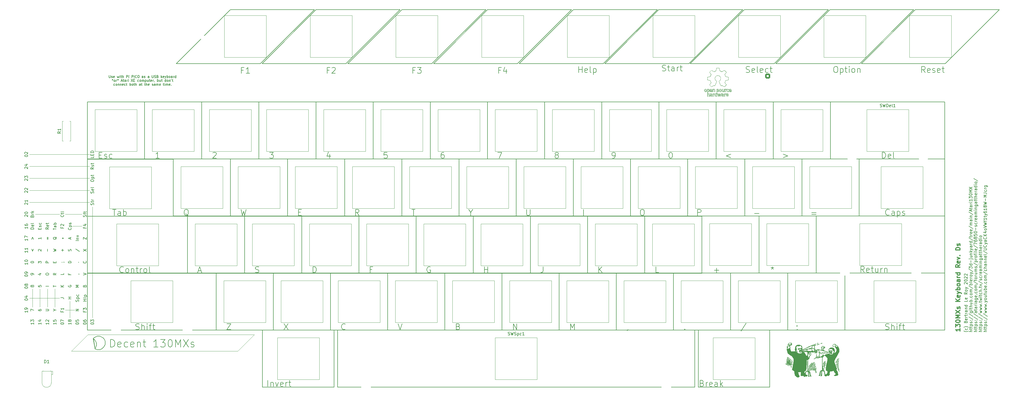
<source format=gto>
G04 #@! TF.GenerationSoftware,KiCad,Pcbnew,(6.0.1)*
G04 #@! TF.CreationDate,2022-09-12T21:23:08-07:00*
G04 #@! TF.ProjectId,Atari130MX_wasdkb,41746172-6931-4333-904d-585f77617364,Ds*
G04 #@! TF.SameCoordinates,Original*
G04 #@! TF.FileFunction,Legend,Top*
G04 #@! TF.FilePolarity,Positive*
%FSLAX46Y46*%
G04 Gerber Fmt 4.6, Leading zero omitted, Abs format (unit mm)*
G04 Created by KiCad (PCBNEW (6.0.1)) date 2022-09-12 21:23:08*
%MOMM*%
%LPD*%
G01*
G04 APERTURE LIST*
G04 Aperture macros list*
%AMRoundRect*
0 Rectangle with rounded corners*
0 $1 Rounding radius*
0 $2 $3 $4 $5 $6 $7 $8 $9 X,Y pos of 4 corners*
0 Add a 4 corners polygon primitive as box body*
4,1,4,$2,$3,$4,$5,$6,$7,$8,$9,$2,$3,0*
0 Add four circle primitives for the rounded corners*
1,1,$1+$1,$2,$3*
1,1,$1+$1,$4,$5*
1,1,$1+$1,$6,$7*
1,1,$1+$1,$8,$9*
0 Add four rect primitives between the rounded corners*
20,1,$1+$1,$2,$3,$4,$5,0*
20,1,$1+$1,$4,$5,$6,$7,0*
20,1,$1+$1,$6,$7,$8,$9,0*
20,1,$1+$1,$8,$9,$2,$3,0*%
G04 Aperture macros list end*
%ADD10C,0.300000*%
%ADD11C,0.150000*%
%ADD12C,0.120000*%
%ADD13C,0.090000*%
%ADD14C,0.200000*%
%ADD15C,0.010000*%
%ADD16C,2.200000*%
%ADD17C,4.000000*%
%ADD18C,3.050000*%
%ADD19C,3.200000*%
%ADD20RoundRect,0.250000X-0.600000X0.600000X-0.600000X-0.600000X0.600000X-0.600000X0.600000X0.600000X0*%
%ADD21C,1.700000*%
%ADD22O,1.700000X1.700000*%
%ADD23R,1.700000X1.700000*%
%ADD24O,1.600000X1.600000*%
%ADD25C,1.600000*%
%ADD26C,1.800000*%
%ADD27R,1.800000X1.800000*%
G04 APERTURE END LIST*
D10*
X335066571Y-130161785D02*
X335066571Y-131018928D01*
X335066571Y-130590357D02*
X333566571Y-130590357D01*
X333780857Y-130733214D01*
X333923714Y-130876071D01*
X333995142Y-131018928D01*
X333566571Y-129661785D02*
X333566571Y-128733214D01*
X334138000Y-129233214D01*
X334138000Y-129018928D01*
X334209428Y-128876071D01*
X334280857Y-128804642D01*
X334423714Y-128733214D01*
X334780857Y-128733214D01*
X334923714Y-128804642D01*
X334995142Y-128876071D01*
X335066571Y-129018928D01*
X335066571Y-129447500D01*
X334995142Y-129590357D01*
X334923714Y-129661785D01*
X333566571Y-127804642D02*
X333566571Y-127661785D01*
X333638000Y-127518928D01*
X333709428Y-127447500D01*
X333852285Y-127376071D01*
X334138000Y-127304642D01*
X334495142Y-127304642D01*
X334780857Y-127376071D01*
X334923714Y-127447500D01*
X334995142Y-127518928D01*
X335066571Y-127661785D01*
X335066571Y-127804642D01*
X334995142Y-127947500D01*
X334923714Y-128018928D01*
X334780857Y-128090357D01*
X334495142Y-128161785D01*
X334138000Y-128161785D01*
X333852285Y-128090357D01*
X333709428Y-128018928D01*
X333638000Y-127947500D01*
X333566571Y-127804642D01*
X335066571Y-126661785D02*
X333566571Y-126661785D01*
X334638000Y-126161785D01*
X333566571Y-125661785D01*
X335066571Y-125661785D01*
X333566571Y-125090357D02*
X335066571Y-124090357D01*
X333566571Y-124090357D02*
X335066571Y-125090357D01*
X334995142Y-123590357D02*
X335066571Y-123447500D01*
X335066571Y-123161785D01*
X334995142Y-123018928D01*
X334852285Y-122947500D01*
X334780857Y-122947500D01*
X334638000Y-123018928D01*
X334566571Y-123161785D01*
X334566571Y-123376071D01*
X334495142Y-123518928D01*
X334352285Y-123590357D01*
X334280857Y-123590357D01*
X334138000Y-123518928D01*
X334066571Y-123376071D01*
X334066571Y-123161785D01*
X334138000Y-123018928D01*
X335066571Y-121161785D02*
X333566571Y-121161785D01*
X335066571Y-120304642D02*
X334209428Y-120947500D01*
X333566571Y-120304642D02*
X334423714Y-121161785D01*
X334995142Y-119090357D02*
X335066571Y-119233214D01*
X335066571Y-119518928D01*
X334995142Y-119661785D01*
X334852285Y-119733214D01*
X334280857Y-119733214D01*
X334138000Y-119661785D01*
X334066571Y-119518928D01*
X334066571Y-119233214D01*
X334138000Y-119090357D01*
X334280857Y-119018928D01*
X334423714Y-119018928D01*
X334566571Y-119733214D01*
X334066571Y-118518928D02*
X335066571Y-118161785D01*
X334066571Y-117804642D02*
X335066571Y-118161785D01*
X335423714Y-118304642D01*
X335495142Y-118376071D01*
X335566571Y-118518928D01*
X335066571Y-117233214D02*
X333566571Y-117233214D01*
X334138000Y-117233214D02*
X334066571Y-117090357D01*
X334066571Y-116804642D01*
X334138000Y-116661785D01*
X334209428Y-116590357D01*
X334352285Y-116518928D01*
X334780857Y-116518928D01*
X334923714Y-116590357D01*
X334995142Y-116661785D01*
X335066571Y-116804642D01*
X335066571Y-117090357D01*
X334995142Y-117233214D01*
X335066571Y-115661785D02*
X334995142Y-115804642D01*
X334923714Y-115876071D01*
X334780857Y-115947500D01*
X334352285Y-115947500D01*
X334209428Y-115876071D01*
X334138000Y-115804642D01*
X334066571Y-115661785D01*
X334066571Y-115447500D01*
X334138000Y-115304642D01*
X334209428Y-115233214D01*
X334352285Y-115161785D01*
X334780857Y-115161785D01*
X334923714Y-115233214D01*
X334995142Y-115304642D01*
X335066571Y-115447500D01*
X335066571Y-115661785D01*
X335066571Y-113876071D02*
X334280857Y-113876071D01*
X334138000Y-113947500D01*
X334066571Y-114090357D01*
X334066571Y-114376071D01*
X334138000Y-114518928D01*
X334995142Y-113876071D02*
X335066571Y-114018928D01*
X335066571Y-114376071D01*
X334995142Y-114518928D01*
X334852285Y-114590357D01*
X334709428Y-114590357D01*
X334566571Y-114518928D01*
X334495142Y-114376071D01*
X334495142Y-114018928D01*
X334423714Y-113876071D01*
X335066571Y-113161785D02*
X334066571Y-113161785D01*
X334352285Y-113161785D02*
X334209428Y-113090357D01*
X334138000Y-113018928D01*
X334066571Y-112876071D01*
X334066571Y-112733214D01*
X335066571Y-111590357D02*
X333566571Y-111590357D01*
X334995142Y-111590357D02*
X335066571Y-111733214D01*
X335066571Y-112018928D01*
X334995142Y-112161785D01*
X334923714Y-112233214D01*
X334780857Y-112304642D01*
X334352285Y-112304642D01*
X334209428Y-112233214D01*
X334138000Y-112161785D01*
X334066571Y-112018928D01*
X334066571Y-111733214D01*
X334138000Y-111590357D01*
X335066571Y-108876071D02*
X334352285Y-109376071D01*
X335066571Y-109733214D02*
X333566571Y-109733214D01*
X333566571Y-109161785D01*
X333638000Y-109018928D01*
X333709428Y-108947500D01*
X333852285Y-108876071D01*
X334066571Y-108876071D01*
X334209428Y-108947500D01*
X334280857Y-109018928D01*
X334352285Y-109161785D01*
X334352285Y-109733214D01*
X334995142Y-107661785D02*
X335066571Y-107804642D01*
X335066571Y-108090357D01*
X334995142Y-108233214D01*
X334852285Y-108304642D01*
X334280857Y-108304642D01*
X334138000Y-108233214D01*
X334066571Y-108090357D01*
X334066571Y-107804642D01*
X334138000Y-107661785D01*
X334280857Y-107590357D01*
X334423714Y-107590357D01*
X334566571Y-108304642D01*
X334066571Y-107090357D02*
X335066571Y-106733214D01*
X334066571Y-106376071D01*
X334923714Y-105804642D02*
X334995142Y-105733214D01*
X335066571Y-105804642D01*
X334995142Y-105876071D01*
X334923714Y-105804642D01*
X335066571Y-105804642D01*
X335066571Y-103947500D02*
X333566571Y-103947500D01*
X333566571Y-103590357D01*
X333638000Y-103376071D01*
X333780857Y-103233214D01*
X333923714Y-103161785D01*
X334209428Y-103090357D01*
X334423714Y-103090357D01*
X334709428Y-103161785D01*
X334852285Y-103233214D01*
X334995142Y-103376071D01*
X335066571Y-103590357D01*
X335066571Y-103947500D01*
X334995142Y-102518928D02*
X335066571Y-102376071D01*
X335066571Y-102090357D01*
X334995142Y-101947500D01*
X334852285Y-101876071D01*
X334780857Y-101876071D01*
X334638000Y-101947500D01*
X334566571Y-102090357D01*
X334566571Y-102304642D01*
X334495142Y-102447500D01*
X334352285Y-102518928D01*
X334280857Y-102518928D01*
X334138000Y-102447500D01*
X334066571Y-102304642D01*
X334066571Y-102090357D01*
X334138000Y-101947500D01*
D11*
X96195357Y-43897142D02*
X95528690Y-43897142D01*
X95528690Y-44944761D02*
X95528690Y-42944761D01*
X96481071Y-42944761D01*
X98290595Y-44944761D02*
X97147738Y-44944761D01*
X97719166Y-44944761D02*
X97719166Y-42944761D01*
X97528690Y-43230476D01*
X97338214Y-43420952D01*
X97147738Y-43516190D01*
X124770357Y-43897142D02*
X124103690Y-43897142D01*
X124103690Y-44944761D02*
X124103690Y-42944761D01*
X125056071Y-42944761D01*
X125722738Y-43135238D02*
X125817976Y-43040000D01*
X126008452Y-42944761D01*
X126484642Y-42944761D01*
X126675119Y-43040000D01*
X126770357Y-43135238D01*
X126865595Y-43325714D01*
X126865595Y-43516190D01*
X126770357Y-43801904D01*
X125627500Y-44944761D01*
X126865595Y-44944761D01*
X153345357Y-43897142D02*
X152678690Y-43897142D01*
X152678690Y-44944761D02*
X152678690Y-42944761D01*
X153631071Y-42944761D01*
X154202500Y-42944761D02*
X155440595Y-42944761D01*
X154773928Y-43706666D01*
X155059642Y-43706666D01*
X155250119Y-43801904D01*
X155345357Y-43897142D01*
X155440595Y-44087619D01*
X155440595Y-44563809D01*
X155345357Y-44754285D01*
X155250119Y-44849523D01*
X155059642Y-44944761D01*
X154488214Y-44944761D01*
X154297738Y-44849523D01*
X154202500Y-44754285D01*
X181920357Y-43897142D02*
X181253690Y-43897142D01*
X181253690Y-44944761D02*
X181253690Y-42944761D01*
X182206071Y-42944761D01*
X183825119Y-43611428D02*
X183825119Y-44944761D01*
X183348928Y-42849523D02*
X182872738Y-44278095D01*
X184110833Y-44278095D01*
X51427142Y-45615904D02*
X51427142Y-46263523D01*
X51465238Y-46339714D01*
X51503333Y-46377809D01*
X51579523Y-46415904D01*
X51731904Y-46415904D01*
X51808095Y-46377809D01*
X51846190Y-46339714D01*
X51884285Y-46263523D01*
X51884285Y-45615904D01*
X52227142Y-46377809D02*
X52303333Y-46415904D01*
X52455714Y-46415904D01*
X52531904Y-46377809D01*
X52570000Y-46301619D01*
X52570000Y-46263523D01*
X52531904Y-46187333D01*
X52455714Y-46149238D01*
X52341428Y-46149238D01*
X52265238Y-46111142D01*
X52227142Y-46034952D01*
X52227142Y-45996857D01*
X52265238Y-45920666D01*
X52341428Y-45882571D01*
X52455714Y-45882571D01*
X52531904Y-45920666D01*
X53217619Y-46377809D02*
X53141428Y-46415904D01*
X52989047Y-46415904D01*
X52912857Y-46377809D01*
X52874761Y-46301619D01*
X52874761Y-45996857D01*
X52912857Y-45920666D01*
X52989047Y-45882571D01*
X53141428Y-45882571D01*
X53217619Y-45920666D01*
X53255714Y-45996857D01*
X53255714Y-46073047D01*
X52874761Y-46149238D01*
X54131904Y-45882571D02*
X54284285Y-46415904D01*
X54436666Y-46034952D01*
X54589047Y-46415904D01*
X54741428Y-45882571D01*
X55046190Y-46415904D02*
X55046190Y-45882571D01*
X55046190Y-45615904D02*
X55008095Y-45654000D01*
X55046190Y-45692095D01*
X55084285Y-45654000D01*
X55046190Y-45615904D01*
X55046190Y-45692095D01*
X55312857Y-45882571D02*
X55617619Y-45882571D01*
X55427142Y-45615904D02*
X55427142Y-46301619D01*
X55465238Y-46377809D01*
X55541428Y-46415904D01*
X55617619Y-46415904D01*
X55884285Y-46415904D02*
X55884285Y-45615904D01*
X56227142Y-46415904D02*
X56227142Y-45996857D01*
X56189047Y-45920666D01*
X56112857Y-45882571D01*
X55998571Y-45882571D01*
X55922380Y-45920666D01*
X55884285Y-45958761D01*
X57217619Y-46415904D02*
X57217619Y-45615904D01*
X57522380Y-45615904D01*
X57598571Y-45654000D01*
X57636666Y-45692095D01*
X57674761Y-45768285D01*
X57674761Y-45882571D01*
X57636666Y-45958761D01*
X57598571Y-45996857D01*
X57522380Y-46034952D01*
X57217619Y-46034952D01*
X58017619Y-46415904D02*
X58017619Y-45882571D01*
X58017619Y-45615904D02*
X57979523Y-45654000D01*
X58017619Y-45692095D01*
X58055714Y-45654000D01*
X58017619Y-45615904D01*
X58017619Y-45692095D01*
X59008095Y-46415904D02*
X59008095Y-45615904D01*
X59312857Y-45615904D01*
X59389047Y-45654000D01*
X59427142Y-45692095D01*
X59465238Y-45768285D01*
X59465238Y-45882571D01*
X59427142Y-45958761D01*
X59389047Y-45996857D01*
X59312857Y-46034952D01*
X59008095Y-46034952D01*
X59808095Y-46415904D02*
X59808095Y-45615904D01*
X60646190Y-46339714D02*
X60608095Y-46377809D01*
X60493809Y-46415904D01*
X60417619Y-46415904D01*
X60303333Y-46377809D01*
X60227142Y-46301619D01*
X60189047Y-46225428D01*
X60150952Y-46073047D01*
X60150952Y-45958761D01*
X60189047Y-45806380D01*
X60227142Y-45730190D01*
X60303333Y-45654000D01*
X60417619Y-45615904D01*
X60493809Y-45615904D01*
X60608095Y-45654000D01*
X60646190Y-45692095D01*
X61141428Y-45615904D02*
X61293809Y-45615904D01*
X61370000Y-45654000D01*
X61446190Y-45730190D01*
X61484285Y-45882571D01*
X61484285Y-46149238D01*
X61446190Y-46301619D01*
X61370000Y-46377809D01*
X61293809Y-46415904D01*
X61141428Y-46415904D01*
X61065238Y-46377809D01*
X60989047Y-46301619D01*
X60950952Y-46149238D01*
X60950952Y-45882571D01*
X60989047Y-45730190D01*
X61065238Y-45654000D01*
X61141428Y-45615904D01*
X62779523Y-46415904D02*
X62779523Y-45996857D01*
X62741428Y-45920666D01*
X62665238Y-45882571D01*
X62512857Y-45882571D01*
X62436666Y-45920666D01*
X62779523Y-46377809D02*
X62703333Y-46415904D01*
X62512857Y-46415904D01*
X62436666Y-46377809D01*
X62398571Y-46301619D01*
X62398571Y-46225428D01*
X62436666Y-46149238D01*
X62512857Y-46111142D01*
X62703333Y-46111142D01*
X62779523Y-46073047D01*
X63122380Y-46377809D02*
X63198571Y-46415904D01*
X63350952Y-46415904D01*
X63427142Y-46377809D01*
X63465238Y-46301619D01*
X63465238Y-46263523D01*
X63427142Y-46187333D01*
X63350952Y-46149238D01*
X63236666Y-46149238D01*
X63160476Y-46111142D01*
X63122380Y-46034952D01*
X63122380Y-45996857D01*
X63160476Y-45920666D01*
X63236666Y-45882571D01*
X63350952Y-45882571D01*
X63427142Y-45920666D01*
X64760476Y-46415904D02*
X64760476Y-45996857D01*
X64722380Y-45920666D01*
X64646190Y-45882571D01*
X64493809Y-45882571D01*
X64417619Y-45920666D01*
X64760476Y-46377809D02*
X64684285Y-46415904D01*
X64493809Y-46415904D01*
X64417619Y-46377809D01*
X64379523Y-46301619D01*
X64379523Y-46225428D01*
X64417619Y-46149238D01*
X64493809Y-46111142D01*
X64684285Y-46111142D01*
X64760476Y-46073047D01*
X65750952Y-45615904D02*
X65750952Y-46263523D01*
X65789047Y-46339714D01*
X65827142Y-46377809D01*
X65903333Y-46415904D01*
X66055714Y-46415904D01*
X66131904Y-46377809D01*
X66170000Y-46339714D01*
X66208095Y-46263523D01*
X66208095Y-45615904D01*
X66550952Y-46377809D02*
X66665238Y-46415904D01*
X66855714Y-46415904D01*
X66931904Y-46377809D01*
X66970000Y-46339714D01*
X67008095Y-46263523D01*
X67008095Y-46187333D01*
X66970000Y-46111142D01*
X66931904Y-46073047D01*
X66855714Y-46034952D01*
X66703333Y-45996857D01*
X66627142Y-45958761D01*
X66589047Y-45920666D01*
X66550952Y-45844476D01*
X66550952Y-45768285D01*
X66589047Y-45692095D01*
X66627142Y-45654000D01*
X66703333Y-45615904D01*
X66893809Y-45615904D01*
X67008095Y-45654000D01*
X67617619Y-45996857D02*
X67731904Y-46034952D01*
X67770000Y-46073047D01*
X67808095Y-46149238D01*
X67808095Y-46263523D01*
X67770000Y-46339714D01*
X67731904Y-46377809D01*
X67655714Y-46415904D01*
X67350952Y-46415904D01*
X67350952Y-45615904D01*
X67617619Y-45615904D01*
X67693809Y-45654000D01*
X67731904Y-45692095D01*
X67770000Y-45768285D01*
X67770000Y-45844476D01*
X67731904Y-45920666D01*
X67693809Y-45958761D01*
X67617619Y-45996857D01*
X67350952Y-45996857D01*
X68760476Y-46415904D02*
X68760476Y-45615904D01*
X68836666Y-46111142D02*
X69065238Y-46415904D01*
X69065238Y-45882571D02*
X68760476Y-46187333D01*
X69712857Y-46377809D02*
X69636666Y-46415904D01*
X69484285Y-46415904D01*
X69408095Y-46377809D01*
X69370000Y-46301619D01*
X69370000Y-45996857D01*
X69408095Y-45920666D01*
X69484285Y-45882571D01*
X69636666Y-45882571D01*
X69712857Y-45920666D01*
X69750952Y-45996857D01*
X69750952Y-46073047D01*
X69370000Y-46149238D01*
X70017619Y-45882571D02*
X70208095Y-46415904D01*
X70398571Y-45882571D02*
X70208095Y-46415904D01*
X70131904Y-46606380D01*
X70093809Y-46644476D01*
X70017619Y-46682571D01*
X70703333Y-46415904D02*
X70703333Y-45615904D01*
X70703333Y-45920666D02*
X70779523Y-45882571D01*
X70931904Y-45882571D01*
X71008095Y-45920666D01*
X71046190Y-45958761D01*
X71084285Y-46034952D01*
X71084285Y-46263523D01*
X71046190Y-46339714D01*
X71008095Y-46377809D01*
X70931904Y-46415904D01*
X70779523Y-46415904D01*
X70703333Y-46377809D01*
X71541428Y-46415904D02*
X71465238Y-46377809D01*
X71427142Y-46339714D01*
X71389047Y-46263523D01*
X71389047Y-46034952D01*
X71427142Y-45958761D01*
X71465238Y-45920666D01*
X71541428Y-45882571D01*
X71655714Y-45882571D01*
X71731904Y-45920666D01*
X71770000Y-45958761D01*
X71808095Y-46034952D01*
X71808095Y-46263523D01*
X71770000Y-46339714D01*
X71731904Y-46377809D01*
X71655714Y-46415904D01*
X71541428Y-46415904D01*
X72493809Y-46415904D02*
X72493809Y-45996857D01*
X72455714Y-45920666D01*
X72379523Y-45882571D01*
X72227142Y-45882571D01*
X72150952Y-45920666D01*
X72493809Y-46377809D02*
X72417619Y-46415904D01*
X72227142Y-46415904D01*
X72150952Y-46377809D01*
X72112857Y-46301619D01*
X72112857Y-46225428D01*
X72150952Y-46149238D01*
X72227142Y-46111142D01*
X72417619Y-46111142D01*
X72493809Y-46073047D01*
X72874761Y-46415904D02*
X72874761Y-45882571D01*
X72874761Y-46034952D02*
X72912857Y-45958761D01*
X72950952Y-45920666D01*
X73027142Y-45882571D01*
X73103333Y-45882571D01*
X73712857Y-46415904D02*
X73712857Y-45615904D01*
X73712857Y-46377809D02*
X73636666Y-46415904D01*
X73484285Y-46415904D01*
X73408095Y-46377809D01*
X73370000Y-46339714D01*
X73331904Y-46263523D01*
X73331904Y-46034952D01*
X73370000Y-45958761D01*
X73408095Y-45920666D01*
X73484285Y-45882571D01*
X73636666Y-45882571D01*
X73712857Y-45920666D01*
X52589047Y-46903904D02*
X52589047Y-47094380D01*
X52398571Y-47018190D02*
X52589047Y-47094380D01*
X52779523Y-47018190D01*
X52474761Y-47246761D02*
X52589047Y-47094380D01*
X52703333Y-47246761D01*
X53198571Y-47703904D02*
X53122380Y-47665809D01*
X53084285Y-47627714D01*
X53046190Y-47551523D01*
X53046190Y-47322952D01*
X53084285Y-47246761D01*
X53122380Y-47208666D01*
X53198571Y-47170571D01*
X53312857Y-47170571D01*
X53389047Y-47208666D01*
X53427142Y-47246761D01*
X53465238Y-47322952D01*
X53465238Y-47551523D01*
X53427142Y-47627714D01*
X53389047Y-47665809D01*
X53312857Y-47703904D01*
X53198571Y-47703904D01*
X53808095Y-47703904D02*
X53808095Y-47170571D01*
X53808095Y-47322952D02*
X53846190Y-47246761D01*
X53884285Y-47208666D01*
X53960476Y-47170571D01*
X54036666Y-47170571D01*
X54417619Y-46903904D02*
X54417619Y-47094380D01*
X54227142Y-47018190D02*
X54417619Y-47094380D01*
X54608095Y-47018190D01*
X54303333Y-47246761D02*
X54417619Y-47094380D01*
X54531904Y-47246761D01*
X55484285Y-47475333D02*
X55865238Y-47475333D01*
X55408095Y-47703904D02*
X55674761Y-46903904D01*
X55941428Y-47703904D01*
X56093809Y-47170571D02*
X56398571Y-47170571D01*
X56208095Y-46903904D02*
X56208095Y-47589619D01*
X56246190Y-47665809D01*
X56322380Y-47703904D01*
X56398571Y-47703904D01*
X57008095Y-47703904D02*
X57008095Y-47284857D01*
X56970000Y-47208666D01*
X56893809Y-47170571D01*
X56741428Y-47170571D01*
X56665238Y-47208666D01*
X57008095Y-47665809D02*
X56931904Y-47703904D01*
X56741428Y-47703904D01*
X56665238Y-47665809D01*
X56627142Y-47589619D01*
X56627142Y-47513428D01*
X56665238Y-47437238D01*
X56741428Y-47399142D01*
X56931904Y-47399142D01*
X57008095Y-47361047D01*
X57389047Y-47703904D02*
X57389047Y-47170571D01*
X57389047Y-47322952D02*
X57427142Y-47246761D01*
X57465238Y-47208666D01*
X57541428Y-47170571D01*
X57617619Y-47170571D01*
X57884285Y-47703904D02*
X57884285Y-47170571D01*
X57884285Y-46903904D02*
X57846190Y-46942000D01*
X57884285Y-46980095D01*
X57922380Y-46942000D01*
X57884285Y-46903904D01*
X57884285Y-46980095D01*
X58798571Y-46903904D02*
X59331904Y-47703904D01*
X59331904Y-46903904D02*
X58798571Y-47703904D01*
X59636666Y-47284857D02*
X59903333Y-47284857D01*
X60017619Y-47703904D02*
X59636666Y-47703904D01*
X59636666Y-46903904D01*
X60017619Y-46903904D01*
X61312857Y-47665809D02*
X61236666Y-47703904D01*
X61084285Y-47703904D01*
X61008095Y-47665809D01*
X60970000Y-47627714D01*
X60931904Y-47551523D01*
X60931904Y-47322952D01*
X60970000Y-47246761D01*
X61008095Y-47208666D01*
X61084285Y-47170571D01*
X61236666Y-47170571D01*
X61312857Y-47208666D01*
X61770000Y-47703904D02*
X61693809Y-47665809D01*
X61655714Y-47627714D01*
X61617619Y-47551523D01*
X61617619Y-47322952D01*
X61655714Y-47246761D01*
X61693809Y-47208666D01*
X61770000Y-47170571D01*
X61884285Y-47170571D01*
X61960476Y-47208666D01*
X61998571Y-47246761D01*
X62036666Y-47322952D01*
X62036666Y-47551523D01*
X61998571Y-47627714D01*
X61960476Y-47665809D01*
X61884285Y-47703904D01*
X61770000Y-47703904D01*
X62379523Y-47703904D02*
X62379523Y-47170571D01*
X62379523Y-47246761D02*
X62417619Y-47208666D01*
X62493809Y-47170571D01*
X62608095Y-47170571D01*
X62684285Y-47208666D01*
X62722380Y-47284857D01*
X62722380Y-47703904D01*
X62722380Y-47284857D02*
X62760476Y-47208666D01*
X62836666Y-47170571D01*
X62950952Y-47170571D01*
X63027142Y-47208666D01*
X63065238Y-47284857D01*
X63065238Y-47703904D01*
X63446190Y-47170571D02*
X63446190Y-47970571D01*
X63446190Y-47208666D02*
X63522380Y-47170571D01*
X63674761Y-47170571D01*
X63750952Y-47208666D01*
X63789047Y-47246761D01*
X63827142Y-47322952D01*
X63827142Y-47551523D01*
X63789047Y-47627714D01*
X63750952Y-47665809D01*
X63674761Y-47703904D01*
X63522380Y-47703904D01*
X63446190Y-47665809D01*
X64512857Y-47170571D02*
X64512857Y-47703904D01*
X64170000Y-47170571D02*
X64170000Y-47589619D01*
X64208095Y-47665809D01*
X64284285Y-47703904D01*
X64398571Y-47703904D01*
X64474761Y-47665809D01*
X64512857Y-47627714D01*
X64779523Y-47170571D02*
X65084285Y-47170571D01*
X64893809Y-46903904D02*
X64893809Y-47589619D01*
X64931904Y-47665809D01*
X65008095Y-47703904D01*
X65084285Y-47703904D01*
X65655714Y-47665809D02*
X65579523Y-47703904D01*
X65427142Y-47703904D01*
X65350952Y-47665809D01*
X65312857Y-47589619D01*
X65312857Y-47284857D01*
X65350952Y-47208666D01*
X65427142Y-47170571D01*
X65579523Y-47170571D01*
X65655714Y-47208666D01*
X65693809Y-47284857D01*
X65693809Y-47361047D01*
X65312857Y-47437238D01*
X66036666Y-47703904D02*
X66036666Y-47170571D01*
X66036666Y-47322952D02*
X66074761Y-47246761D01*
X66112857Y-47208666D01*
X66189047Y-47170571D01*
X66265238Y-47170571D01*
X66570000Y-47665809D02*
X66570000Y-47703904D01*
X66531904Y-47780095D01*
X66493809Y-47818190D01*
X67522380Y-47703904D02*
X67522380Y-46903904D01*
X67522380Y-47208666D02*
X67598571Y-47170571D01*
X67750952Y-47170571D01*
X67827142Y-47208666D01*
X67865238Y-47246761D01*
X67903333Y-47322952D01*
X67903333Y-47551523D01*
X67865238Y-47627714D01*
X67827142Y-47665809D01*
X67750952Y-47703904D01*
X67598571Y-47703904D01*
X67522380Y-47665809D01*
X68589047Y-47170571D02*
X68589047Y-47703904D01*
X68246190Y-47170571D02*
X68246190Y-47589619D01*
X68284285Y-47665809D01*
X68360476Y-47703904D01*
X68474761Y-47703904D01*
X68550952Y-47665809D01*
X68589047Y-47627714D01*
X68855714Y-47170571D02*
X69160476Y-47170571D01*
X68970000Y-46903904D02*
X68970000Y-47589619D01*
X69008095Y-47665809D01*
X69084285Y-47703904D01*
X69160476Y-47703904D01*
X70379523Y-47703904D02*
X70379523Y-46903904D01*
X70379523Y-47665809D02*
X70303333Y-47703904D01*
X70150952Y-47703904D01*
X70074761Y-47665809D01*
X70036666Y-47627714D01*
X69998571Y-47551523D01*
X69998571Y-47322952D01*
X70036666Y-47246761D01*
X70074761Y-47208666D01*
X70150952Y-47170571D01*
X70303333Y-47170571D01*
X70379523Y-47208666D01*
X70874761Y-47703904D02*
X70798571Y-47665809D01*
X70760476Y-47627714D01*
X70722380Y-47551523D01*
X70722380Y-47322952D01*
X70760476Y-47246761D01*
X70798571Y-47208666D01*
X70874761Y-47170571D01*
X70989047Y-47170571D01*
X71065238Y-47208666D01*
X71103333Y-47246761D01*
X71141428Y-47322952D01*
X71141428Y-47551523D01*
X71103333Y-47627714D01*
X71065238Y-47665809D01*
X70989047Y-47703904D01*
X70874761Y-47703904D01*
X71484285Y-47170571D02*
X71484285Y-47703904D01*
X71484285Y-47246761D02*
X71522380Y-47208666D01*
X71598571Y-47170571D01*
X71712857Y-47170571D01*
X71789047Y-47208666D01*
X71827142Y-47284857D01*
X71827142Y-47703904D01*
X72246190Y-46903904D02*
X72170000Y-47056285D01*
X72474761Y-47170571D02*
X72779523Y-47170571D01*
X72589047Y-46903904D02*
X72589047Y-47589619D01*
X72627142Y-47665809D01*
X72703333Y-47703904D01*
X72779523Y-47703904D01*
X53350952Y-48953809D02*
X53274761Y-48991904D01*
X53122380Y-48991904D01*
X53046190Y-48953809D01*
X53008095Y-48915714D01*
X52970000Y-48839523D01*
X52970000Y-48610952D01*
X53008095Y-48534761D01*
X53046190Y-48496666D01*
X53122380Y-48458571D01*
X53274761Y-48458571D01*
X53350952Y-48496666D01*
X53808095Y-48991904D02*
X53731904Y-48953809D01*
X53693809Y-48915714D01*
X53655714Y-48839523D01*
X53655714Y-48610952D01*
X53693809Y-48534761D01*
X53731904Y-48496666D01*
X53808095Y-48458571D01*
X53922380Y-48458571D01*
X53998571Y-48496666D01*
X54036666Y-48534761D01*
X54074761Y-48610952D01*
X54074761Y-48839523D01*
X54036666Y-48915714D01*
X53998571Y-48953809D01*
X53922380Y-48991904D01*
X53808095Y-48991904D01*
X54417619Y-48458571D02*
X54417619Y-48991904D01*
X54417619Y-48534761D02*
X54455714Y-48496666D01*
X54531904Y-48458571D01*
X54646190Y-48458571D01*
X54722380Y-48496666D01*
X54760476Y-48572857D01*
X54760476Y-48991904D01*
X55141428Y-48458571D02*
X55141428Y-48991904D01*
X55141428Y-48534761D02*
X55179523Y-48496666D01*
X55255714Y-48458571D01*
X55370000Y-48458571D01*
X55446190Y-48496666D01*
X55484285Y-48572857D01*
X55484285Y-48991904D01*
X56170000Y-48953809D02*
X56093809Y-48991904D01*
X55941428Y-48991904D01*
X55865238Y-48953809D01*
X55827142Y-48877619D01*
X55827142Y-48572857D01*
X55865238Y-48496666D01*
X55941428Y-48458571D01*
X56093809Y-48458571D01*
X56170000Y-48496666D01*
X56208095Y-48572857D01*
X56208095Y-48649047D01*
X55827142Y-48725238D01*
X56893809Y-48953809D02*
X56817619Y-48991904D01*
X56665238Y-48991904D01*
X56589047Y-48953809D01*
X56550952Y-48915714D01*
X56512857Y-48839523D01*
X56512857Y-48610952D01*
X56550952Y-48534761D01*
X56589047Y-48496666D01*
X56665238Y-48458571D01*
X56817619Y-48458571D01*
X56893809Y-48496666D01*
X57122380Y-48458571D02*
X57427142Y-48458571D01*
X57236666Y-48191904D02*
X57236666Y-48877619D01*
X57274761Y-48953809D01*
X57350952Y-48991904D01*
X57427142Y-48991904D01*
X58303333Y-48991904D02*
X58303333Y-48191904D01*
X58303333Y-48496666D02*
X58379523Y-48458571D01*
X58531904Y-48458571D01*
X58608095Y-48496666D01*
X58646190Y-48534761D01*
X58684285Y-48610952D01*
X58684285Y-48839523D01*
X58646190Y-48915714D01*
X58608095Y-48953809D01*
X58531904Y-48991904D01*
X58379523Y-48991904D01*
X58303333Y-48953809D01*
X59141428Y-48991904D02*
X59065238Y-48953809D01*
X59027142Y-48915714D01*
X58989047Y-48839523D01*
X58989047Y-48610952D01*
X59027142Y-48534761D01*
X59065238Y-48496666D01*
X59141428Y-48458571D01*
X59255714Y-48458571D01*
X59331904Y-48496666D01*
X59370000Y-48534761D01*
X59408095Y-48610952D01*
X59408095Y-48839523D01*
X59370000Y-48915714D01*
X59331904Y-48953809D01*
X59255714Y-48991904D01*
X59141428Y-48991904D01*
X59636666Y-48458571D02*
X59941428Y-48458571D01*
X59750952Y-48191904D02*
X59750952Y-48877619D01*
X59789047Y-48953809D01*
X59865238Y-48991904D01*
X59941428Y-48991904D01*
X60208095Y-48991904D02*
X60208095Y-48191904D01*
X60550952Y-48991904D02*
X60550952Y-48572857D01*
X60512857Y-48496666D01*
X60436666Y-48458571D01*
X60322380Y-48458571D01*
X60246190Y-48496666D01*
X60208095Y-48534761D01*
X61884285Y-48991904D02*
X61884285Y-48572857D01*
X61846190Y-48496666D01*
X61770000Y-48458571D01*
X61617619Y-48458571D01*
X61541428Y-48496666D01*
X61884285Y-48953809D02*
X61808095Y-48991904D01*
X61617619Y-48991904D01*
X61541428Y-48953809D01*
X61503333Y-48877619D01*
X61503333Y-48801428D01*
X61541428Y-48725238D01*
X61617619Y-48687142D01*
X61808095Y-48687142D01*
X61884285Y-48649047D01*
X62150952Y-48458571D02*
X62455714Y-48458571D01*
X62265238Y-48191904D02*
X62265238Y-48877619D01*
X62303333Y-48953809D01*
X62379523Y-48991904D01*
X62455714Y-48991904D01*
X63217619Y-48458571D02*
X63522380Y-48458571D01*
X63331904Y-48191904D02*
X63331904Y-48877619D01*
X63370000Y-48953809D01*
X63446190Y-48991904D01*
X63522380Y-48991904D01*
X63789047Y-48991904D02*
X63789047Y-48191904D01*
X64131904Y-48991904D02*
X64131904Y-48572857D01*
X64093809Y-48496666D01*
X64017619Y-48458571D01*
X63903333Y-48458571D01*
X63827142Y-48496666D01*
X63789047Y-48534761D01*
X64817619Y-48953809D02*
X64741428Y-48991904D01*
X64589047Y-48991904D01*
X64512857Y-48953809D01*
X64474761Y-48877619D01*
X64474761Y-48572857D01*
X64512857Y-48496666D01*
X64589047Y-48458571D01*
X64741428Y-48458571D01*
X64817619Y-48496666D01*
X64855714Y-48572857D01*
X64855714Y-48649047D01*
X64474761Y-48725238D01*
X65770000Y-48953809D02*
X65846190Y-48991904D01*
X65998571Y-48991904D01*
X66074761Y-48953809D01*
X66112857Y-48877619D01*
X66112857Y-48839523D01*
X66074761Y-48763333D01*
X65998571Y-48725238D01*
X65884285Y-48725238D01*
X65808095Y-48687142D01*
X65770000Y-48610952D01*
X65770000Y-48572857D01*
X65808095Y-48496666D01*
X65884285Y-48458571D01*
X65998571Y-48458571D01*
X66074761Y-48496666D01*
X66798571Y-48991904D02*
X66798571Y-48572857D01*
X66760476Y-48496666D01*
X66684285Y-48458571D01*
X66531904Y-48458571D01*
X66455714Y-48496666D01*
X66798571Y-48953809D02*
X66722380Y-48991904D01*
X66531904Y-48991904D01*
X66455714Y-48953809D01*
X66417619Y-48877619D01*
X66417619Y-48801428D01*
X66455714Y-48725238D01*
X66531904Y-48687142D01*
X66722380Y-48687142D01*
X66798571Y-48649047D01*
X67179523Y-48991904D02*
X67179523Y-48458571D01*
X67179523Y-48534761D02*
X67217619Y-48496666D01*
X67293809Y-48458571D01*
X67408095Y-48458571D01*
X67484285Y-48496666D01*
X67522380Y-48572857D01*
X67522380Y-48991904D01*
X67522380Y-48572857D02*
X67560476Y-48496666D01*
X67636666Y-48458571D01*
X67750952Y-48458571D01*
X67827142Y-48496666D01*
X67865238Y-48572857D01*
X67865238Y-48991904D01*
X68550952Y-48953809D02*
X68474761Y-48991904D01*
X68322380Y-48991904D01*
X68246190Y-48953809D01*
X68208095Y-48877619D01*
X68208095Y-48572857D01*
X68246190Y-48496666D01*
X68322380Y-48458571D01*
X68474761Y-48458571D01*
X68550952Y-48496666D01*
X68589047Y-48572857D01*
X68589047Y-48649047D01*
X68208095Y-48725238D01*
X69427142Y-48458571D02*
X69731904Y-48458571D01*
X69541428Y-48191904D02*
X69541428Y-48877619D01*
X69579523Y-48953809D01*
X69655714Y-48991904D01*
X69731904Y-48991904D01*
X69998571Y-48991904D02*
X69998571Y-48458571D01*
X69998571Y-48191904D02*
X69960476Y-48230000D01*
X69998571Y-48268095D01*
X70036666Y-48230000D01*
X69998571Y-48191904D01*
X69998571Y-48268095D01*
X70379523Y-48991904D02*
X70379523Y-48458571D01*
X70379523Y-48534761D02*
X70417619Y-48496666D01*
X70493809Y-48458571D01*
X70608095Y-48458571D01*
X70684285Y-48496666D01*
X70722380Y-48572857D01*
X70722380Y-48991904D01*
X70722380Y-48572857D02*
X70760476Y-48496666D01*
X70836666Y-48458571D01*
X70950952Y-48458571D01*
X71027142Y-48496666D01*
X71065238Y-48572857D01*
X71065238Y-48991904D01*
X71750952Y-48953809D02*
X71674761Y-48991904D01*
X71522380Y-48991904D01*
X71446190Y-48953809D01*
X71408095Y-48877619D01*
X71408095Y-48572857D01*
X71446190Y-48496666D01*
X71522380Y-48458571D01*
X71674761Y-48458571D01*
X71750952Y-48496666D01*
X71789047Y-48572857D01*
X71789047Y-48649047D01*
X71408095Y-48725238D01*
X72131904Y-48915714D02*
X72170000Y-48953809D01*
X72131904Y-48991904D01*
X72093809Y-48953809D01*
X72131904Y-48915714D01*
X72131904Y-48991904D01*
X337843333Y-130948690D02*
X337795714Y-130996309D01*
X337652857Y-131091547D01*
X337557619Y-131139166D01*
X337414761Y-131186785D01*
X337176666Y-131234404D01*
X336986190Y-131234404D01*
X336748095Y-131186785D01*
X336605238Y-131139166D01*
X336510000Y-131091547D01*
X336367142Y-130996309D01*
X336319523Y-130948690D01*
X337414761Y-130139166D02*
X337462380Y-130234404D01*
X337462380Y-130424880D01*
X337414761Y-130520119D01*
X337367142Y-130567738D01*
X337271904Y-130615357D01*
X336986190Y-130615357D01*
X336890952Y-130567738D01*
X336843333Y-130520119D01*
X336795714Y-130424880D01*
X336795714Y-130234404D01*
X336843333Y-130139166D01*
X337843333Y-129805833D02*
X337795714Y-129758214D01*
X337652857Y-129662976D01*
X337557619Y-129615357D01*
X337414761Y-129567738D01*
X337176666Y-129520119D01*
X336986190Y-129520119D01*
X336748095Y-129567738D01*
X336605238Y-129615357D01*
X336510000Y-129662976D01*
X336367142Y-129758214D01*
X336319523Y-129805833D01*
X336938571Y-127948690D02*
X336986190Y-127805833D01*
X337033809Y-127758214D01*
X337129047Y-127710595D01*
X337271904Y-127710595D01*
X337367142Y-127758214D01*
X337414761Y-127805833D01*
X337462380Y-127901071D01*
X337462380Y-128282023D01*
X336462380Y-128282023D01*
X336462380Y-127948690D01*
X336510000Y-127853452D01*
X336557619Y-127805833D01*
X336652857Y-127758214D01*
X336748095Y-127758214D01*
X336843333Y-127805833D01*
X336890952Y-127853452D01*
X336938571Y-127948690D01*
X336938571Y-128282023D01*
X337414761Y-126901071D02*
X337462380Y-126996309D01*
X337462380Y-127186785D01*
X337414761Y-127282023D01*
X337319523Y-127329642D01*
X336938571Y-127329642D01*
X336843333Y-127282023D01*
X336795714Y-127186785D01*
X336795714Y-126996309D01*
X336843333Y-126901071D01*
X336938571Y-126853452D01*
X337033809Y-126853452D01*
X337129047Y-127329642D01*
X337462380Y-126424880D02*
X336795714Y-126424880D01*
X336986190Y-126424880D02*
X336890952Y-126377261D01*
X336843333Y-126329642D01*
X336795714Y-126234404D01*
X336795714Y-126139166D01*
X336795714Y-125948690D02*
X336795714Y-125567738D01*
X336462380Y-125805833D02*
X337319523Y-125805833D01*
X337414761Y-125758214D01*
X337462380Y-125662976D01*
X337462380Y-125567738D01*
X337462380Y-125234404D02*
X336795714Y-125234404D01*
X336986190Y-125234404D02*
X336890952Y-125186785D01*
X336843333Y-125139166D01*
X336795714Y-125043928D01*
X336795714Y-124948690D01*
X337462380Y-124186785D02*
X336938571Y-124186785D01*
X336843333Y-124234404D01*
X336795714Y-124329642D01*
X336795714Y-124520119D01*
X336843333Y-124615357D01*
X337414761Y-124186785D02*
X337462380Y-124282023D01*
X337462380Y-124520119D01*
X337414761Y-124615357D01*
X337319523Y-124662976D01*
X337224285Y-124662976D01*
X337129047Y-124615357D01*
X337081428Y-124520119D01*
X337081428Y-124282023D01*
X337033809Y-124186785D01*
X336795714Y-123710595D02*
X337462380Y-123710595D01*
X336890952Y-123710595D02*
X336843333Y-123662976D01*
X336795714Y-123567738D01*
X336795714Y-123424880D01*
X336843333Y-123329642D01*
X336938571Y-123282023D01*
X337462380Y-123282023D01*
X337462380Y-122377261D02*
X336462380Y-122377261D01*
X337414761Y-122377261D02*
X337462380Y-122472500D01*
X337462380Y-122662976D01*
X337414761Y-122758214D01*
X337367142Y-122805833D01*
X337271904Y-122853452D01*
X336986190Y-122853452D01*
X336890952Y-122805833D01*
X336843333Y-122758214D01*
X336795714Y-122662976D01*
X336795714Y-122472500D01*
X336843333Y-122377261D01*
X337462380Y-120662976D02*
X337462380Y-121139166D01*
X336462380Y-121139166D01*
X337414761Y-119948690D02*
X337462380Y-120043928D01*
X337462380Y-120234404D01*
X337414761Y-120329642D01*
X337319523Y-120377261D01*
X336938571Y-120377261D01*
X336843333Y-120329642D01*
X336795714Y-120234404D01*
X336795714Y-120043928D01*
X336843333Y-119948690D01*
X336938571Y-119901071D01*
X337033809Y-119901071D01*
X337129047Y-120377261D01*
X337462380Y-118139166D02*
X336986190Y-118472500D01*
X337462380Y-118710595D02*
X336462380Y-118710595D01*
X336462380Y-118329642D01*
X336510000Y-118234404D01*
X336557619Y-118186785D01*
X336652857Y-118139166D01*
X336795714Y-118139166D01*
X336890952Y-118186785D01*
X336938571Y-118234404D01*
X336986190Y-118329642D01*
X336986190Y-118710595D01*
X337462380Y-117567738D02*
X337414761Y-117662976D01*
X337367142Y-117710595D01*
X337271904Y-117758214D01*
X336986190Y-117758214D01*
X336890952Y-117710595D01*
X336843333Y-117662976D01*
X336795714Y-117567738D01*
X336795714Y-117424880D01*
X336843333Y-117329642D01*
X336890952Y-117282023D01*
X336986190Y-117234404D01*
X337271904Y-117234404D01*
X337367142Y-117282023D01*
X337414761Y-117329642D01*
X337462380Y-117424880D01*
X337462380Y-117567738D01*
X336795714Y-116901071D02*
X337462380Y-116662976D01*
X336795714Y-116424880D02*
X337462380Y-116662976D01*
X337700476Y-116758214D01*
X337748095Y-116805833D01*
X337795714Y-116901071D01*
X336557619Y-115329642D02*
X336510000Y-115282023D01*
X336462380Y-115186785D01*
X336462380Y-114948690D01*
X336510000Y-114853452D01*
X336557619Y-114805833D01*
X336652857Y-114758214D01*
X336748095Y-114758214D01*
X336890952Y-114805833D01*
X337462380Y-115377261D01*
X337462380Y-114758214D01*
X336462380Y-114139166D02*
X336462380Y-114043928D01*
X336510000Y-113948690D01*
X336557619Y-113901071D01*
X336652857Y-113853452D01*
X336843333Y-113805833D01*
X337081428Y-113805833D01*
X337271904Y-113853452D01*
X337367142Y-113901071D01*
X337414761Y-113948690D01*
X337462380Y-114043928D01*
X337462380Y-114139166D01*
X337414761Y-114234404D01*
X337367142Y-114282023D01*
X337271904Y-114329642D01*
X337081428Y-114377261D01*
X336843333Y-114377261D01*
X336652857Y-114329642D01*
X336557619Y-114282023D01*
X336510000Y-114234404D01*
X336462380Y-114139166D01*
X336557619Y-113424880D02*
X336510000Y-113377261D01*
X336462380Y-113282023D01*
X336462380Y-113043928D01*
X336510000Y-112948690D01*
X336557619Y-112901071D01*
X336652857Y-112853452D01*
X336748095Y-112853452D01*
X336890952Y-112901071D01*
X337462380Y-113472500D01*
X337462380Y-112853452D01*
X336557619Y-112472500D02*
X336510000Y-112424880D01*
X336462380Y-112329642D01*
X336462380Y-112091547D01*
X336510000Y-111996309D01*
X336557619Y-111948690D01*
X336652857Y-111901071D01*
X336748095Y-111901071D01*
X336890952Y-111948690D01*
X337462380Y-112520119D01*
X337462380Y-111901071D01*
X339072380Y-131234404D02*
X338072380Y-131234404D01*
X339072380Y-130805833D02*
X338548571Y-130805833D01*
X338453333Y-130853452D01*
X338405714Y-130948690D01*
X338405714Y-131091547D01*
X338453333Y-131186785D01*
X338500952Y-131234404D01*
X338405714Y-130472500D02*
X338405714Y-130091547D01*
X338072380Y-130329642D02*
X338929523Y-130329642D01*
X339024761Y-130282023D01*
X339072380Y-130186785D01*
X339072380Y-130091547D01*
X338405714Y-129901071D02*
X338405714Y-129520119D01*
X338072380Y-129758214D02*
X338929523Y-129758214D01*
X339024761Y-129710595D01*
X339072380Y-129615357D01*
X339072380Y-129520119D01*
X338405714Y-129186785D02*
X339405714Y-129186785D01*
X338453333Y-129186785D02*
X338405714Y-129091547D01*
X338405714Y-128901071D01*
X338453333Y-128805833D01*
X338500952Y-128758214D01*
X338596190Y-128710595D01*
X338881904Y-128710595D01*
X338977142Y-128758214D01*
X339024761Y-128805833D01*
X339072380Y-128901071D01*
X339072380Y-129091547D01*
X339024761Y-129186785D01*
X339024761Y-128329642D02*
X339072380Y-128234404D01*
X339072380Y-128043928D01*
X339024761Y-127948690D01*
X338929523Y-127901071D01*
X338881904Y-127901071D01*
X338786666Y-127948690D01*
X338739047Y-128043928D01*
X338739047Y-128186785D01*
X338691428Y-128282023D01*
X338596190Y-128329642D01*
X338548571Y-128329642D01*
X338453333Y-128282023D01*
X338405714Y-128186785D01*
X338405714Y-128043928D01*
X338453333Y-127948690D01*
X338977142Y-127472500D02*
X339024761Y-127424880D01*
X339072380Y-127472500D01*
X339024761Y-127520119D01*
X338977142Y-127472500D01*
X339072380Y-127472500D01*
X338453333Y-127472500D02*
X338500952Y-127424880D01*
X338548571Y-127472500D01*
X338500952Y-127520119D01*
X338453333Y-127472500D01*
X338548571Y-127472500D01*
X338024761Y-126282023D02*
X339310476Y-127139166D01*
X338024761Y-125234404D02*
X339310476Y-126091547D01*
X338405714Y-124472500D02*
X339215238Y-124472500D01*
X339310476Y-124520119D01*
X339358095Y-124567738D01*
X339405714Y-124662976D01*
X339405714Y-124805833D01*
X339358095Y-124901071D01*
X339024761Y-124472500D02*
X339072380Y-124567738D01*
X339072380Y-124758214D01*
X339024761Y-124853452D01*
X338977142Y-124901071D01*
X338881904Y-124948690D01*
X338596190Y-124948690D01*
X338500952Y-124901071D01*
X338453333Y-124853452D01*
X338405714Y-124758214D01*
X338405714Y-124567738D01*
X338453333Y-124472500D01*
X339072380Y-123996309D02*
X338405714Y-123996309D01*
X338072380Y-123996309D02*
X338120000Y-124043928D01*
X338167619Y-123996309D01*
X338120000Y-123948690D01*
X338072380Y-123996309D01*
X338167619Y-123996309D01*
X338405714Y-123662976D02*
X338405714Y-123282023D01*
X338072380Y-123520119D02*
X338929523Y-123520119D01*
X339024761Y-123472500D01*
X339072380Y-123377261D01*
X339072380Y-123282023D01*
X339072380Y-122948690D02*
X338072380Y-122948690D01*
X339072380Y-122520119D02*
X338548571Y-122520119D01*
X338453333Y-122567738D01*
X338405714Y-122662976D01*
X338405714Y-122805833D01*
X338453333Y-122901071D01*
X338500952Y-122948690D01*
X338405714Y-121615357D02*
X339072380Y-121615357D01*
X338405714Y-122043928D02*
X338929523Y-122043928D01*
X339024761Y-121996309D01*
X339072380Y-121901071D01*
X339072380Y-121758214D01*
X339024761Y-121662976D01*
X338977142Y-121615357D01*
X339072380Y-121139166D02*
X338072380Y-121139166D01*
X338453333Y-121139166D02*
X338405714Y-121043928D01*
X338405714Y-120853452D01*
X338453333Y-120758214D01*
X338500952Y-120710595D01*
X338596190Y-120662976D01*
X338881904Y-120662976D01*
X338977142Y-120710595D01*
X339024761Y-120758214D01*
X339072380Y-120853452D01*
X339072380Y-121043928D01*
X339024761Y-121139166D01*
X338977142Y-120234404D02*
X339024761Y-120186785D01*
X339072380Y-120234404D01*
X339024761Y-120282023D01*
X338977142Y-120234404D01*
X339072380Y-120234404D01*
X339024761Y-119329642D02*
X339072380Y-119424880D01*
X339072380Y-119615357D01*
X339024761Y-119710595D01*
X338977142Y-119758214D01*
X338881904Y-119805833D01*
X338596190Y-119805833D01*
X338500952Y-119758214D01*
X338453333Y-119710595D01*
X338405714Y-119615357D01*
X338405714Y-119424880D01*
X338453333Y-119329642D01*
X339072380Y-118758214D02*
X339024761Y-118853452D01*
X338977142Y-118901071D01*
X338881904Y-118948690D01*
X338596190Y-118948690D01*
X338500952Y-118901071D01*
X338453333Y-118853452D01*
X338405714Y-118758214D01*
X338405714Y-118615357D01*
X338453333Y-118520119D01*
X338500952Y-118472500D01*
X338596190Y-118424880D01*
X338881904Y-118424880D01*
X338977142Y-118472500D01*
X339024761Y-118520119D01*
X339072380Y-118615357D01*
X339072380Y-118758214D01*
X339072380Y-117996309D02*
X338405714Y-117996309D01*
X338500952Y-117996309D02*
X338453333Y-117948690D01*
X338405714Y-117853452D01*
X338405714Y-117710595D01*
X338453333Y-117615357D01*
X338548571Y-117567738D01*
X339072380Y-117567738D01*
X338548571Y-117567738D02*
X338453333Y-117520119D01*
X338405714Y-117424880D01*
X338405714Y-117282023D01*
X338453333Y-117186785D01*
X338548571Y-117139166D01*
X339072380Y-117139166D01*
X338024761Y-115948690D02*
X339310476Y-116805833D01*
X339072380Y-115615357D02*
X338072380Y-115615357D01*
X338453333Y-115615357D02*
X338405714Y-115520119D01*
X338405714Y-115329642D01*
X338453333Y-115234404D01*
X338500952Y-115186785D01*
X338596190Y-115139166D01*
X338881904Y-115139166D01*
X338977142Y-115186785D01*
X339024761Y-115234404D01*
X339072380Y-115329642D01*
X339072380Y-115520119D01*
X339024761Y-115615357D01*
X339072380Y-114567738D02*
X339024761Y-114662976D01*
X338929523Y-114710595D01*
X338072380Y-114710595D01*
X339024761Y-113805833D02*
X339072380Y-113901071D01*
X339072380Y-114091547D01*
X339024761Y-114186785D01*
X338929523Y-114234404D01*
X338548571Y-114234404D01*
X338453333Y-114186785D01*
X338405714Y-114091547D01*
X338405714Y-113901071D01*
X338453333Y-113805833D01*
X338548571Y-113758214D01*
X338643809Y-113758214D01*
X338739047Y-114234404D01*
X339072380Y-113329642D02*
X338405714Y-113329642D01*
X338596190Y-113329642D02*
X338500952Y-113282023D01*
X338453333Y-113234404D01*
X338405714Y-113139166D01*
X338405714Y-113043928D01*
X339072380Y-112567738D02*
X339024761Y-112662976D01*
X338977142Y-112710595D01*
X338881904Y-112758214D01*
X338596190Y-112758214D01*
X338500952Y-112710595D01*
X338453333Y-112662976D01*
X338405714Y-112567738D01*
X338405714Y-112424880D01*
X338453333Y-112329642D01*
X338500952Y-112282023D01*
X338596190Y-112234404D01*
X338881904Y-112234404D01*
X338977142Y-112282023D01*
X339024761Y-112329642D01*
X339072380Y-112424880D01*
X339072380Y-112567738D01*
X338405714Y-111901071D02*
X339072380Y-111662976D01*
X338405714Y-111424880D02*
X339072380Y-111662976D01*
X339310476Y-111758214D01*
X339358095Y-111805833D01*
X339405714Y-111901071D01*
X338024761Y-110329642D02*
X339310476Y-111186785D01*
X338072380Y-110091547D02*
X338072380Y-109472500D01*
X338453333Y-109805833D01*
X338453333Y-109662976D01*
X338500952Y-109567738D01*
X338548571Y-109520119D01*
X338643809Y-109472500D01*
X338881904Y-109472500D01*
X338977142Y-109520119D01*
X339024761Y-109567738D01*
X339072380Y-109662976D01*
X339072380Y-109948690D01*
X339024761Y-110043928D01*
X338977142Y-110091547D01*
X339072380Y-108615357D02*
X338072380Y-108615357D01*
X339024761Y-108615357D02*
X339072380Y-108710595D01*
X339072380Y-108901071D01*
X339024761Y-108996309D01*
X338977142Y-109043928D01*
X338881904Y-109091547D01*
X338596190Y-109091547D01*
X338500952Y-109043928D01*
X338453333Y-108996309D01*
X338405714Y-108901071D01*
X338405714Y-108710595D01*
X338453333Y-108615357D01*
X338691428Y-108139166D02*
X338691428Y-107377261D01*
X338405714Y-106901071D02*
X339262857Y-106901071D01*
X339358095Y-106948690D01*
X339405714Y-107043928D01*
X339405714Y-107091547D01*
X338072380Y-106901071D02*
X338120000Y-106948690D01*
X338167619Y-106901071D01*
X338120000Y-106853452D01*
X338072380Y-106901071D01*
X338167619Y-106901071D01*
X338405714Y-105996309D02*
X339072380Y-105996309D01*
X338405714Y-106424880D02*
X338929523Y-106424880D01*
X339024761Y-106377261D01*
X339072380Y-106282023D01*
X339072380Y-106139166D01*
X339024761Y-106043928D01*
X338977142Y-105996309D01*
X338405714Y-105520119D02*
X339072380Y-105520119D01*
X338500952Y-105520119D02*
X338453333Y-105472500D01*
X338405714Y-105377261D01*
X338405714Y-105234404D01*
X338453333Y-105139166D01*
X338548571Y-105091547D01*
X339072380Y-105091547D01*
X339072380Y-104615357D02*
X338072380Y-104615357D01*
X338691428Y-104520119D02*
X339072380Y-104234404D01*
X338405714Y-104234404D02*
X338786666Y-104615357D01*
X338405714Y-103901071D02*
X339072380Y-103662976D01*
X338405714Y-103424880D02*
X339072380Y-103662976D01*
X339310476Y-103758214D01*
X339358095Y-103805833D01*
X339405714Y-103901071D01*
X339072380Y-102615357D02*
X338548571Y-102615357D01*
X338453333Y-102662976D01*
X338405714Y-102758214D01*
X338405714Y-102948690D01*
X338453333Y-103043928D01*
X339024761Y-102615357D02*
X339072380Y-102710595D01*
X339072380Y-102948690D01*
X339024761Y-103043928D01*
X338929523Y-103091547D01*
X338834285Y-103091547D01*
X338739047Y-103043928D01*
X338691428Y-102948690D01*
X338691428Y-102710595D01*
X338643809Y-102615357D01*
X339072380Y-102139166D02*
X338405714Y-102139166D01*
X338596190Y-102139166D02*
X338500952Y-102091547D01*
X338453333Y-102043928D01*
X338405714Y-101948690D01*
X338405714Y-101853452D01*
X339072380Y-101091547D02*
X338072380Y-101091547D01*
X339024761Y-101091547D02*
X339072380Y-101186785D01*
X339072380Y-101377261D01*
X339024761Y-101472500D01*
X338977142Y-101520119D01*
X338881904Y-101567738D01*
X338596190Y-101567738D01*
X338500952Y-101520119D01*
X338453333Y-101472500D01*
X338405714Y-101377261D01*
X338405714Y-101186785D01*
X338453333Y-101091547D01*
X338024761Y-99901071D02*
X339310476Y-100758214D01*
X338405714Y-99710595D02*
X338405714Y-99329642D01*
X338072380Y-99567738D02*
X338929523Y-99567738D01*
X339024761Y-99520119D01*
X339072380Y-99424880D01*
X339072380Y-99329642D01*
X339072380Y-98996309D02*
X338405714Y-98996309D01*
X338596190Y-98996309D02*
X338500952Y-98948690D01*
X338453333Y-98901071D01*
X338405714Y-98805833D01*
X338405714Y-98710595D01*
X339024761Y-97996309D02*
X339072380Y-98091547D01*
X339072380Y-98282023D01*
X339024761Y-98377261D01*
X338929523Y-98424880D01*
X338548571Y-98424880D01*
X338453333Y-98377261D01*
X338405714Y-98282023D01*
X338405714Y-98091547D01*
X338453333Y-97996309D01*
X338548571Y-97948690D01*
X338643809Y-97948690D01*
X338739047Y-98424880D01*
X339024761Y-97139166D02*
X339072380Y-97234404D01*
X339072380Y-97424880D01*
X339024761Y-97520119D01*
X338929523Y-97567738D01*
X338548571Y-97567738D01*
X338453333Y-97520119D01*
X338405714Y-97424880D01*
X338405714Y-97234404D01*
X338453333Y-97139166D01*
X338548571Y-97091547D01*
X338643809Y-97091547D01*
X338739047Y-97567738D01*
X338024761Y-95948690D02*
X339310476Y-96805833D01*
X339072380Y-95615357D02*
X338405714Y-95615357D01*
X338500952Y-95615357D02*
X338453333Y-95567738D01*
X338405714Y-95472500D01*
X338405714Y-95329642D01*
X338453333Y-95234404D01*
X338548571Y-95186785D01*
X339072380Y-95186785D01*
X338548571Y-95186785D02*
X338453333Y-95139166D01*
X338405714Y-95043928D01*
X338405714Y-94901071D01*
X338453333Y-94805833D01*
X338548571Y-94758214D01*
X339072380Y-94758214D01*
X339072380Y-93853452D02*
X338548571Y-93853452D01*
X338453333Y-93901071D01*
X338405714Y-93996309D01*
X338405714Y-94186785D01*
X338453333Y-94282023D01*
X339024761Y-93853452D02*
X339072380Y-93948690D01*
X339072380Y-94186785D01*
X339024761Y-94282023D01*
X338929523Y-94329642D01*
X338834285Y-94329642D01*
X338739047Y-94282023D01*
X338691428Y-94186785D01*
X338691428Y-93948690D01*
X338643809Y-93853452D01*
X339072380Y-93377261D02*
X338405714Y-93377261D01*
X338072380Y-93377261D02*
X338120000Y-93424880D01*
X338167619Y-93377261D01*
X338120000Y-93329642D01*
X338072380Y-93377261D01*
X338167619Y-93377261D01*
X338405714Y-92901071D02*
X339072380Y-92901071D01*
X338500952Y-92901071D02*
X338453333Y-92853452D01*
X338405714Y-92758214D01*
X338405714Y-92615357D01*
X338453333Y-92520119D01*
X338548571Y-92472500D01*
X339072380Y-92472500D01*
X338024761Y-91282023D02*
X339310476Y-92139166D01*
X338786666Y-90996309D02*
X338786666Y-90520119D01*
X339072380Y-91091547D02*
X338072380Y-90758214D01*
X339072380Y-90424880D01*
X338405714Y-90234404D02*
X338405714Y-89853452D01*
X338072380Y-90091547D02*
X338929523Y-90091547D01*
X339024761Y-90043928D01*
X339072380Y-89948690D01*
X339072380Y-89853452D01*
X339072380Y-89091547D02*
X338548571Y-89091547D01*
X338453333Y-89139166D01*
X338405714Y-89234404D01*
X338405714Y-89424880D01*
X338453333Y-89520119D01*
X339024761Y-89091547D02*
X339072380Y-89186785D01*
X339072380Y-89424880D01*
X339024761Y-89520119D01*
X338929523Y-89567738D01*
X338834285Y-89567738D01*
X338739047Y-89520119D01*
X338691428Y-89424880D01*
X338691428Y-89186785D01*
X338643809Y-89091547D01*
X339072380Y-88615357D02*
X338405714Y-88615357D01*
X338596190Y-88615357D02*
X338500952Y-88567738D01*
X338453333Y-88520119D01*
X338405714Y-88424880D01*
X338405714Y-88329642D01*
X339072380Y-87996309D02*
X338405714Y-87996309D01*
X338072380Y-87996309D02*
X338120000Y-88043928D01*
X338167619Y-87996309D01*
X338120000Y-87948690D01*
X338072380Y-87996309D01*
X338167619Y-87996309D01*
X339072380Y-86996309D02*
X339072380Y-87567738D01*
X339072380Y-87282023D02*
X338072380Y-87282023D01*
X338215238Y-87377261D01*
X338310476Y-87472500D01*
X338358095Y-87567738D01*
X338072380Y-86662976D02*
X338072380Y-86043928D01*
X338453333Y-86377261D01*
X338453333Y-86234404D01*
X338500952Y-86139166D01*
X338548571Y-86091547D01*
X338643809Y-86043928D01*
X338881904Y-86043928D01*
X338977142Y-86091547D01*
X339024761Y-86139166D01*
X339072380Y-86234404D01*
X339072380Y-86520119D01*
X339024761Y-86615357D01*
X338977142Y-86662976D01*
X338072380Y-85424880D02*
X338072380Y-85329642D01*
X338120000Y-85234404D01*
X338167619Y-85186785D01*
X338262857Y-85139166D01*
X338453333Y-85091547D01*
X338691428Y-85091547D01*
X338881904Y-85139166D01*
X338977142Y-85186785D01*
X339024761Y-85234404D01*
X339072380Y-85329642D01*
X339072380Y-85424880D01*
X339024761Y-85520119D01*
X338977142Y-85567738D01*
X338881904Y-85615357D01*
X338691428Y-85662976D01*
X338453333Y-85662976D01*
X338262857Y-85615357D01*
X338167619Y-85567738D01*
X338120000Y-85520119D01*
X338072380Y-85424880D01*
X339072380Y-84662976D02*
X338072380Y-84662976D01*
X338786666Y-84329642D01*
X338072380Y-83996309D01*
X339072380Y-83996309D01*
X338072380Y-83615357D02*
X339072380Y-82948690D01*
X338072380Y-82948690D02*
X339072380Y-83615357D01*
X340682380Y-131234404D02*
X339682380Y-131234404D01*
X340682380Y-130805833D02*
X340158571Y-130805833D01*
X340063333Y-130853452D01*
X340015714Y-130948690D01*
X340015714Y-131091547D01*
X340063333Y-131186785D01*
X340110952Y-131234404D01*
X340015714Y-130472500D02*
X340015714Y-130091547D01*
X339682380Y-130329642D02*
X340539523Y-130329642D01*
X340634761Y-130282023D01*
X340682380Y-130186785D01*
X340682380Y-130091547D01*
X340015714Y-129901071D02*
X340015714Y-129520119D01*
X339682380Y-129758214D02*
X340539523Y-129758214D01*
X340634761Y-129710595D01*
X340682380Y-129615357D01*
X340682380Y-129520119D01*
X340015714Y-129186785D02*
X341015714Y-129186785D01*
X340063333Y-129186785D02*
X340015714Y-129091547D01*
X340015714Y-128901071D01*
X340063333Y-128805833D01*
X340110952Y-128758214D01*
X340206190Y-128710595D01*
X340491904Y-128710595D01*
X340587142Y-128758214D01*
X340634761Y-128805833D01*
X340682380Y-128901071D01*
X340682380Y-129091547D01*
X340634761Y-129186785D01*
X340634761Y-128329642D02*
X340682380Y-128234404D01*
X340682380Y-128043928D01*
X340634761Y-127948690D01*
X340539523Y-127901071D01*
X340491904Y-127901071D01*
X340396666Y-127948690D01*
X340349047Y-128043928D01*
X340349047Y-128186785D01*
X340301428Y-128282023D01*
X340206190Y-128329642D01*
X340158571Y-128329642D01*
X340063333Y-128282023D01*
X340015714Y-128186785D01*
X340015714Y-128043928D01*
X340063333Y-127948690D01*
X340587142Y-127472500D02*
X340634761Y-127424880D01*
X340682380Y-127472500D01*
X340634761Y-127520119D01*
X340587142Y-127472500D01*
X340682380Y-127472500D01*
X340063333Y-127472500D02*
X340110952Y-127424880D01*
X340158571Y-127472500D01*
X340110952Y-127520119D01*
X340063333Y-127472500D01*
X340158571Y-127472500D01*
X339634761Y-126282023D02*
X340920476Y-127139166D01*
X339634761Y-125234404D02*
X340920476Y-126091547D01*
X340682380Y-124472500D02*
X340158571Y-124472500D01*
X340063333Y-124520119D01*
X340015714Y-124615357D01*
X340015714Y-124805833D01*
X340063333Y-124901071D01*
X340634761Y-124472500D02*
X340682380Y-124567738D01*
X340682380Y-124805833D01*
X340634761Y-124901071D01*
X340539523Y-124948690D01*
X340444285Y-124948690D01*
X340349047Y-124901071D01*
X340301428Y-124805833D01*
X340301428Y-124567738D01*
X340253809Y-124472500D01*
X340015714Y-124139166D02*
X340015714Y-123758214D01*
X339682380Y-123996309D02*
X340539523Y-123996309D01*
X340634761Y-123948690D01*
X340682380Y-123853452D01*
X340682380Y-123758214D01*
X340682380Y-122996309D02*
X340158571Y-122996309D01*
X340063333Y-123043928D01*
X340015714Y-123139166D01*
X340015714Y-123329642D01*
X340063333Y-123424880D01*
X340634761Y-122996309D02*
X340682380Y-123091547D01*
X340682380Y-123329642D01*
X340634761Y-123424880D01*
X340539523Y-123472500D01*
X340444285Y-123472500D01*
X340349047Y-123424880D01*
X340301428Y-123329642D01*
X340301428Y-123091547D01*
X340253809Y-122996309D01*
X340682380Y-122520119D02*
X340015714Y-122520119D01*
X340206190Y-122520119D02*
X340110952Y-122472500D01*
X340063333Y-122424880D01*
X340015714Y-122329642D01*
X340015714Y-122234404D01*
X340682380Y-121901071D02*
X340015714Y-121901071D01*
X339682380Y-121901071D02*
X339730000Y-121948690D01*
X339777619Y-121901071D01*
X339730000Y-121853452D01*
X339682380Y-121901071D01*
X339777619Y-121901071D01*
X340682380Y-120996309D02*
X340158571Y-120996309D01*
X340063333Y-121043928D01*
X340015714Y-121139166D01*
X340015714Y-121329642D01*
X340063333Y-121424880D01*
X340634761Y-120996309D02*
X340682380Y-121091547D01*
X340682380Y-121329642D01*
X340634761Y-121424880D01*
X340539523Y-121472500D01*
X340444285Y-121472500D01*
X340349047Y-121424880D01*
X340301428Y-121329642D01*
X340301428Y-121091547D01*
X340253809Y-120996309D01*
X340015714Y-120091547D02*
X340825238Y-120091547D01*
X340920476Y-120139166D01*
X340968095Y-120186785D01*
X341015714Y-120282023D01*
X341015714Y-120424880D01*
X340968095Y-120520119D01*
X340634761Y-120091547D02*
X340682380Y-120186785D01*
X340682380Y-120377261D01*
X340634761Y-120472500D01*
X340587142Y-120520119D01*
X340491904Y-120567738D01*
X340206190Y-120567738D01*
X340110952Y-120520119D01*
X340063333Y-120472500D01*
X340015714Y-120377261D01*
X340015714Y-120186785D01*
X340063333Y-120091547D01*
X340634761Y-119234404D02*
X340682380Y-119329642D01*
X340682380Y-119520119D01*
X340634761Y-119615357D01*
X340539523Y-119662976D01*
X340158571Y-119662976D01*
X340063333Y-119615357D01*
X340015714Y-119520119D01*
X340015714Y-119329642D01*
X340063333Y-119234404D01*
X340158571Y-119186785D01*
X340253809Y-119186785D01*
X340349047Y-119662976D01*
X340587142Y-118758214D02*
X340634761Y-118710595D01*
X340682380Y-118758214D01*
X340634761Y-118805833D01*
X340587142Y-118758214D01*
X340682380Y-118758214D01*
X340634761Y-117853452D02*
X340682380Y-117948690D01*
X340682380Y-118139166D01*
X340634761Y-118234404D01*
X340587142Y-118282023D01*
X340491904Y-118329642D01*
X340206190Y-118329642D01*
X340110952Y-118282023D01*
X340063333Y-118234404D01*
X340015714Y-118139166D01*
X340015714Y-117948690D01*
X340063333Y-117853452D01*
X340682380Y-117282023D02*
X340634761Y-117377261D01*
X340587142Y-117424880D01*
X340491904Y-117472500D01*
X340206190Y-117472500D01*
X340110952Y-117424880D01*
X340063333Y-117377261D01*
X340015714Y-117282023D01*
X340015714Y-117139166D01*
X340063333Y-117043928D01*
X340110952Y-116996309D01*
X340206190Y-116948690D01*
X340491904Y-116948690D01*
X340587142Y-116996309D01*
X340634761Y-117043928D01*
X340682380Y-117139166D01*
X340682380Y-117282023D01*
X340682380Y-116520119D02*
X340015714Y-116520119D01*
X340110952Y-116520119D02*
X340063333Y-116472500D01*
X340015714Y-116377261D01*
X340015714Y-116234404D01*
X340063333Y-116139166D01*
X340158571Y-116091547D01*
X340682380Y-116091547D01*
X340158571Y-116091547D02*
X340063333Y-116043928D01*
X340015714Y-115948690D01*
X340015714Y-115805833D01*
X340063333Y-115710595D01*
X340158571Y-115662976D01*
X340682380Y-115662976D01*
X339634761Y-114472500D02*
X340920476Y-115329642D01*
X340015714Y-114282023D02*
X340015714Y-113901071D01*
X340682380Y-114139166D02*
X339825238Y-114139166D01*
X339730000Y-114091547D01*
X339682380Y-113996309D01*
X339682380Y-113901071D01*
X340682380Y-113424880D02*
X340634761Y-113520119D01*
X340587142Y-113567738D01*
X340491904Y-113615357D01*
X340206190Y-113615357D01*
X340110952Y-113567738D01*
X340063333Y-113520119D01*
X340015714Y-113424880D01*
X340015714Y-113282023D01*
X340063333Y-113186785D01*
X340110952Y-113139166D01*
X340206190Y-113091547D01*
X340491904Y-113091547D01*
X340587142Y-113139166D01*
X340634761Y-113186785D01*
X340682380Y-113282023D01*
X340682380Y-113424880D01*
X340682380Y-112662976D02*
X340015714Y-112662976D01*
X340206190Y-112662976D02*
X340110952Y-112615357D01*
X340063333Y-112567738D01*
X340015714Y-112472500D01*
X340015714Y-112377261D01*
X340015714Y-111615357D02*
X340682380Y-111615357D01*
X340015714Y-112043928D02*
X340539523Y-112043928D01*
X340634761Y-111996309D01*
X340682380Y-111901071D01*
X340682380Y-111758214D01*
X340634761Y-111662976D01*
X340587142Y-111615357D01*
X340682380Y-111139166D02*
X340015714Y-111139166D01*
X340110952Y-111139166D02*
X340063333Y-111091547D01*
X340015714Y-110996309D01*
X340015714Y-110853452D01*
X340063333Y-110758214D01*
X340158571Y-110710595D01*
X340682380Y-110710595D01*
X340158571Y-110710595D02*
X340063333Y-110662976D01*
X340015714Y-110567738D01*
X340015714Y-110424880D01*
X340063333Y-110329642D01*
X340158571Y-110282023D01*
X340682380Y-110282023D01*
X340634761Y-109853452D02*
X340682380Y-109758214D01*
X340682380Y-109567738D01*
X340634761Y-109472500D01*
X340539523Y-109424880D01*
X340491904Y-109424880D01*
X340396666Y-109472500D01*
X340349047Y-109567738D01*
X340349047Y-109710595D01*
X340301428Y-109805833D01*
X340206190Y-109853452D01*
X340158571Y-109853452D01*
X340063333Y-109805833D01*
X340015714Y-109710595D01*
X340015714Y-109567738D01*
X340063333Y-109472500D01*
X339634761Y-108282023D02*
X340920476Y-109139166D01*
X340015714Y-107948690D02*
X341015714Y-107948690D01*
X340063333Y-107948690D02*
X340015714Y-107853452D01*
X340015714Y-107662976D01*
X340063333Y-107567738D01*
X340110952Y-107520119D01*
X340206190Y-107472500D01*
X340491904Y-107472500D01*
X340587142Y-107520119D01*
X340634761Y-107567738D01*
X340682380Y-107662976D01*
X340682380Y-107853452D01*
X340634761Y-107948690D01*
X340682380Y-107043928D02*
X340015714Y-107043928D01*
X340206190Y-107043928D02*
X340110952Y-106996309D01*
X340063333Y-106948690D01*
X340015714Y-106853452D01*
X340015714Y-106758214D01*
X340682380Y-106282023D02*
X340634761Y-106377261D01*
X340587142Y-106424880D01*
X340491904Y-106472500D01*
X340206190Y-106472500D01*
X340110952Y-106424880D01*
X340063333Y-106377261D01*
X340015714Y-106282023D01*
X340015714Y-106139166D01*
X340063333Y-106043928D01*
X340110952Y-105996309D01*
X340206190Y-105948690D01*
X340491904Y-105948690D01*
X340587142Y-105996309D01*
X340634761Y-106043928D01*
X340682380Y-106139166D01*
X340682380Y-106282023D01*
X340015714Y-105662976D02*
X340015714Y-105282023D01*
X340682380Y-105520119D02*
X339825238Y-105520119D01*
X339730000Y-105472500D01*
X339682380Y-105377261D01*
X339682380Y-105282023D01*
X340682380Y-104948690D02*
X340015714Y-104948690D01*
X339682380Y-104948690D02*
X339730000Y-104996309D01*
X339777619Y-104948690D01*
X339730000Y-104901071D01*
X339682380Y-104948690D01*
X339777619Y-104948690D01*
X340682380Y-104329642D02*
X340634761Y-104424880D01*
X340539523Y-104472500D01*
X339682380Y-104472500D01*
X340634761Y-103567738D02*
X340682380Y-103662976D01*
X340682380Y-103853452D01*
X340634761Y-103948690D01*
X340539523Y-103996309D01*
X340158571Y-103996309D01*
X340063333Y-103948690D01*
X340015714Y-103853452D01*
X340015714Y-103662976D01*
X340063333Y-103567738D01*
X340158571Y-103520119D01*
X340253809Y-103520119D01*
X340349047Y-103996309D01*
X339634761Y-102377261D02*
X340920476Y-103234404D01*
X339682380Y-102139166D02*
X339682380Y-101472500D01*
X340682380Y-101901071D01*
X339682380Y-100662976D02*
X339682380Y-100853452D01*
X339730000Y-100948690D01*
X339777619Y-100996309D01*
X339920476Y-101091547D01*
X340110952Y-101139166D01*
X340491904Y-101139166D01*
X340587142Y-101091547D01*
X340634761Y-101043928D01*
X340682380Y-100948690D01*
X340682380Y-100758214D01*
X340634761Y-100662976D01*
X340587142Y-100615357D01*
X340491904Y-100567738D01*
X340253809Y-100567738D01*
X340158571Y-100615357D01*
X340110952Y-100662976D01*
X340063333Y-100758214D01*
X340063333Y-100948690D01*
X340110952Y-101043928D01*
X340158571Y-101091547D01*
X340253809Y-101139166D01*
X340110952Y-99996309D02*
X340063333Y-100091547D01*
X340015714Y-100139166D01*
X339920476Y-100186785D01*
X339872857Y-100186785D01*
X339777619Y-100139166D01*
X339730000Y-100091547D01*
X339682380Y-99996309D01*
X339682380Y-99805833D01*
X339730000Y-99710595D01*
X339777619Y-99662976D01*
X339872857Y-99615357D01*
X339920476Y-99615357D01*
X340015714Y-99662976D01*
X340063333Y-99710595D01*
X340110952Y-99805833D01*
X340110952Y-99996309D01*
X340158571Y-100091547D01*
X340206190Y-100139166D01*
X340301428Y-100186785D01*
X340491904Y-100186785D01*
X340587142Y-100139166D01*
X340634761Y-100091547D01*
X340682380Y-99996309D01*
X340682380Y-99805833D01*
X340634761Y-99710595D01*
X340587142Y-99662976D01*
X340491904Y-99615357D01*
X340301428Y-99615357D01*
X340206190Y-99662976D01*
X340158571Y-99710595D01*
X340110952Y-99805833D01*
X339682380Y-98710595D02*
X339682380Y-99186785D01*
X340158571Y-99234404D01*
X340110952Y-99186785D01*
X340063333Y-99091547D01*
X340063333Y-98853452D01*
X340110952Y-98758214D01*
X340158571Y-98710595D01*
X340253809Y-98662976D01*
X340491904Y-98662976D01*
X340587142Y-98710595D01*
X340634761Y-98758214D01*
X340682380Y-98853452D01*
X340682380Y-99091547D01*
X340634761Y-99186785D01*
X340587142Y-99234404D01*
X339682380Y-98043928D02*
X339682380Y-97948690D01*
X339730000Y-97853452D01*
X339777619Y-97805833D01*
X339872857Y-97758214D01*
X340063333Y-97710595D01*
X340301428Y-97710595D01*
X340491904Y-97758214D01*
X340587142Y-97805833D01*
X340634761Y-97853452D01*
X340682380Y-97948690D01*
X340682380Y-98043928D01*
X340634761Y-98139166D01*
X340587142Y-98186785D01*
X340491904Y-98234404D01*
X340301428Y-98282023D01*
X340063333Y-98282023D01*
X339872857Y-98234404D01*
X339777619Y-98186785D01*
X339730000Y-98139166D01*
X339682380Y-98043928D01*
X340301428Y-97282023D02*
X340301428Y-96520119D01*
X340634761Y-96091547D02*
X340682380Y-95996309D01*
X340682380Y-95805833D01*
X340634761Y-95710595D01*
X340539523Y-95662976D01*
X340491904Y-95662976D01*
X340396666Y-95710595D01*
X340349047Y-95805833D01*
X340349047Y-95948690D01*
X340301428Y-96043928D01*
X340206190Y-96091547D01*
X340158571Y-96091547D01*
X340063333Y-96043928D01*
X340015714Y-95948690D01*
X340015714Y-95805833D01*
X340063333Y-95710595D01*
X340634761Y-94805833D02*
X340682380Y-94901071D01*
X340682380Y-95091547D01*
X340634761Y-95186785D01*
X340587142Y-95234404D01*
X340491904Y-95282023D01*
X340206190Y-95282023D01*
X340110952Y-95234404D01*
X340063333Y-95186785D01*
X340015714Y-95091547D01*
X340015714Y-94901071D01*
X340063333Y-94805833D01*
X340682380Y-94377261D02*
X340015714Y-94377261D01*
X340206190Y-94377261D02*
X340110952Y-94329642D01*
X340063333Y-94282023D01*
X340015714Y-94186785D01*
X340015714Y-94091547D01*
X340634761Y-93377261D02*
X340682380Y-93472500D01*
X340682380Y-93662976D01*
X340634761Y-93758214D01*
X340539523Y-93805833D01*
X340158571Y-93805833D01*
X340063333Y-93758214D01*
X340015714Y-93662976D01*
X340015714Y-93472500D01*
X340063333Y-93377261D01*
X340158571Y-93329642D01*
X340253809Y-93329642D01*
X340349047Y-93805833D01*
X340682380Y-92472500D02*
X340158571Y-92472500D01*
X340063333Y-92520119D01*
X340015714Y-92615357D01*
X340015714Y-92805833D01*
X340063333Y-92901071D01*
X340634761Y-92472500D02*
X340682380Y-92567738D01*
X340682380Y-92805833D01*
X340634761Y-92901071D01*
X340539523Y-92948690D01*
X340444285Y-92948690D01*
X340349047Y-92901071D01*
X340301428Y-92805833D01*
X340301428Y-92567738D01*
X340253809Y-92472500D01*
X340682380Y-91996309D02*
X340015714Y-91996309D01*
X340110952Y-91996309D02*
X340063333Y-91948690D01*
X340015714Y-91853452D01*
X340015714Y-91710595D01*
X340063333Y-91615357D01*
X340158571Y-91567738D01*
X340682380Y-91567738D01*
X340158571Y-91567738D02*
X340063333Y-91520119D01*
X340015714Y-91424880D01*
X340015714Y-91282023D01*
X340063333Y-91186785D01*
X340158571Y-91139166D01*
X340682380Y-91139166D01*
X340682380Y-90662976D02*
X340015714Y-90662976D01*
X339682380Y-90662976D02*
X339730000Y-90710595D01*
X339777619Y-90662976D01*
X339730000Y-90615357D01*
X339682380Y-90662976D01*
X339777619Y-90662976D01*
X340015714Y-90186785D02*
X340682380Y-90186785D01*
X340110952Y-90186785D02*
X340063333Y-90139166D01*
X340015714Y-90043928D01*
X340015714Y-89901071D01*
X340063333Y-89805833D01*
X340158571Y-89758214D01*
X340682380Y-89758214D01*
X340015714Y-88853452D02*
X340825238Y-88853452D01*
X340920476Y-88901071D01*
X340968095Y-88948690D01*
X341015714Y-89043928D01*
X341015714Y-89186785D01*
X340968095Y-89282023D01*
X340634761Y-88853452D02*
X340682380Y-88948690D01*
X340682380Y-89139166D01*
X340634761Y-89234404D01*
X340587142Y-89282023D01*
X340491904Y-89329642D01*
X340206190Y-89329642D01*
X340110952Y-89282023D01*
X340063333Y-89234404D01*
X340015714Y-89139166D01*
X340015714Y-88948690D01*
X340063333Y-88853452D01*
X340682380Y-87948690D02*
X340158571Y-87948690D01*
X340063333Y-87996309D01*
X340015714Y-88091547D01*
X340015714Y-88282023D01*
X340063333Y-88377261D01*
X340634761Y-87948690D02*
X340682380Y-88043928D01*
X340682380Y-88282023D01*
X340634761Y-88377261D01*
X340539523Y-88424880D01*
X340444285Y-88424880D01*
X340349047Y-88377261D01*
X340301428Y-88282023D01*
X340301428Y-88043928D01*
X340253809Y-87948690D01*
X340015714Y-87615357D02*
X340015714Y-87234404D01*
X339682380Y-87472500D02*
X340539523Y-87472500D01*
X340634761Y-87424880D01*
X340682380Y-87329642D01*
X340682380Y-87234404D01*
X340015714Y-87043928D02*
X340015714Y-86662976D01*
X339682380Y-86901071D02*
X340539523Y-86901071D01*
X340634761Y-86853452D01*
X340682380Y-86758214D01*
X340682380Y-86662976D01*
X340682380Y-86329642D02*
X339682380Y-86329642D01*
X340682380Y-85901071D02*
X340158571Y-85901071D01*
X340063333Y-85948690D01*
X340015714Y-86043928D01*
X340015714Y-86186785D01*
X340063333Y-86282023D01*
X340110952Y-86329642D01*
X340634761Y-85043928D02*
X340682380Y-85139166D01*
X340682380Y-85329642D01*
X340634761Y-85424880D01*
X340539523Y-85472500D01*
X340158571Y-85472500D01*
X340063333Y-85424880D01*
X340015714Y-85329642D01*
X340015714Y-85139166D01*
X340063333Y-85043928D01*
X340158571Y-84996309D01*
X340253809Y-84996309D01*
X340349047Y-85472500D01*
X340682380Y-84567738D02*
X340015714Y-84567738D01*
X340206190Y-84567738D02*
X340110952Y-84520119D01*
X340063333Y-84472500D01*
X340015714Y-84377261D01*
X340015714Y-84282023D01*
X340682380Y-83520119D02*
X340158571Y-83520119D01*
X340063333Y-83567738D01*
X340015714Y-83662976D01*
X340015714Y-83853452D01*
X340063333Y-83948690D01*
X340634761Y-83520119D02*
X340682380Y-83615357D01*
X340682380Y-83853452D01*
X340634761Y-83948690D01*
X340539523Y-83996309D01*
X340444285Y-83996309D01*
X340349047Y-83948690D01*
X340301428Y-83853452D01*
X340301428Y-83615357D01*
X340253809Y-83520119D01*
X340682380Y-82615357D02*
X339682380Y-82615357D01*
X340634761Y-82615357D02*
X340682380Y-82710595D01*
X340682380Y-82901071D01*
X340634761Y-82996309D01*
X340587142Y-83043928D01*
X340491904Y-83091547D01*
X340206190Y-83091547D01*
X340110952Y-83043928D01*
X340063333Y-82996309D01*
X340015714Y-82901071D01*
X340015714Y-82710595D01*
X340063333Y-82615357D01*
X340682380Y-82139166D02*
X340015714Y-82139166D01*
X339682380Y-82139166D02*
X339730000Y-82186785D01*
X339777619Y-82139166D01*
X339730000Y-82091547D01*
X339682380Y-82139166D01*
X339777619Y-82139166D01*
X340682380Y-81520119D02*
X340634761Y-81615357D01*
X340587142Y-81662976D01*
X340491904Y-81710595D01*
X340206190Y-81710595D01*
X340110952Y-81662976D01*
X340063333Y-81615357D01*
X340015714Y-81520119D01*
X340015714Y-81377261D01*
X340063333Y-81282023D01*
X340110952Y-81234404D01*
X340206190Y-81186785D01*
X340491904Y-81186785D01*
X340587142Y-81234404D01*
X340634761Y-81282023D01*
X340682380Y-81377261D01*
X340682380Y-81520119D01*
X339634761Y-80043928D02*
X340920476Y-80901071D01*
X342292380Y-131234404D02*
X341292380Y-131234404D01*
X342292380Y-130805833D02*
X341768571Y-130805833D01*
X341673333Y-130853452D01*
X341625714Y-130948690D01*
X341625714Y-131091547D01*
X341673333Y-131186785D01*
X341720952Y-131234404D01*
X341625714Y-130472500D02*
X341625714Y-130091547D01*
X341292380Y-130329642D02*
X342149523Y-130329642D01*
X342244761Y-130282023D01*
X342292380Y-130186785D01*
X342292380Y-130091547D01*
X341625714Y-129901071D02*
X341625714Y-129520119D01*
X341292380Y-129758214D02*
X342149523Y-129758214D01*
X342244761Y-129710595D01*
X342292380Y-129615357D01*
X342292380Y-129520119D01*
X341625714Y-129186785D02*
X342625714Y-129186785D01*
X341673333Y-129186785D02*
X341625714Y-129091547D01*
X341625714Y-128901071D01*
X341673333Y-128805833D01*
X341720952Y-128758214D01*
X341816190Y-128710595D01*
X342101904Y-128710595D01*
X342197142Y-128758214D01*
X342244761Y-128805833D01*
X342292380Y-128901071D01*
X342292380Y-129091547D01*
X342244761Y-129186785D01*
X342244761Y-128329642D02*
X342292380Y-128234404D01*
X342292380Y-128043928D01*
X342244761Y-127948690D01*
X342149523Y-127901071D01*
X342101904Y-127901071D01*
X342006666Y-127948690D01*
X341959047Y-128043928D01*
X341959047Y-128186785D01*
X341911428Y-128282023D01*
X341816190Y-128329642D01*
X341768571Y-128329642D01*
X341673333Y-128282023D01*
X341625714Y-128186785D01*
X341625714Y-128043928D01*
X341673333Y-127948690D01*
X342197142Y-127472500D02*
X342244761Y-127424880D01*
X342292380Y-127472500D01*
X342244761Y-127520119D01*
X342197142Y-127472500D01*
X342292380Y-127472500D01*
X341673333Y-127472500D02*
X341720952Y-127424880D01*
X341768571Y-127472500D01*
X341720952Y-127520119D01*
X341673333Y-127472500D01*
X341768571Y-127472500D01*
X341244761Y-126282023D02*
X342530476Y-127139166D01*
X341244761Y-125234404D02*
X342530476Y-126091547D01*
X341625714Y-124996309D02*
X342292380Y-124805833D01*
X341816190Y-124615357D01*
X342292380Y-124424880D01*
X341625714Y-124234404D01*
X341625714Y-123948690D02*
X342292380Y-123758214D01*
X341816190Y-123567738D01*
X342292380Y-123377261D01*
X341625714Y-123186785D01*
X341625714Y-122901071D02*
X342292380Y-122710595D01*
X341816190Y-122520119D01*
X342292380Y-122329642D01*
X341625714Y-122139166D01*
X342197142Y-121758214D02*
X342244761Y-121710595D01*
X342292380Y-121758214D01*
X342244761Y-121805833D01*
X342197142Y-121758214D01*
X342292380Y-121758214D01*
X341625714Y-121424880D02*
X341625714Y-121043928D01*
X341292380Y-121282023D02*
X342149523Y-121282023D01*
X342244761Y-121234404D01*
X342292380Y-121139166D01*
X342292380Y-121043928D01*
X341625714Y-120805833D02*
X342292380Y-120615357D01*
X341816190Y-120424880D01*
X342292380Y-120234404D01*
X341625714Y-120043928D01*
X342292380Y-119662976D02*
X341625714Y-119662976D01*
X341292380Y-119662976D02*
X341340000Y-119710595D01*
X341387619Y-119662976D01*
X341340000Y-119615357D01*
X341292380Y-119662976D01*
X341387619Y-119662976D01*
X341625714Y-119329642D02*
X341625714Y-118948690D01*
X341292380Y-119186785D02*
X342149523Y-119186785D01*
X342244761Y-119139166D01*
X342292380Y-119043928D01*
X342292380Y-118948690D01*
X342244761Y-118186785D02*
X342292380Y-118282023D01*
X342292380Y-118472500D01*
X342244761Y-118567738D01*
X342197142Y-118615357D01*
X342101904Y-118662976D01*
X341816190Y-118662976D01*
X341720952Y-118615357D01*
X341673333Y-118567738D01*
X341625714Y-118472500D01*
X341625714Y-118282023D01*
X341673333Y-118186785D01*
X342292380Y-117758214D02*
X341292380Y-117758214D01*
X342292380Y-117329642D02*
X341768571Y-117329642D01*
X341673333Y-117377261D01*
X341625714Y-117472500D01*
X341625714Y-117615357D01*
X341673333Y-117710595D01*
X341720952Y-117758214D01*
X342197142Y-116853452D02*
X342244761Y-116805833D01*
X342292380Y-116853452D01*
X342244761Y-116901071D01*
X342197142Y-116853452D01*
X342292380Y-116853452D01*
X341625714Y-116520119D02*
X341625714Y-116139166D01*
X341292380Y-116377261D02*
X342149523Y-116377261D01*
X342244761Y-116329642D01*
X342292380Y-116234404D01*
X342292380Y-116139166D01*
X341625714Y-115901071D02*
X342292380Y-115662976D01*
X341625714Y-115424880D01*
X341244761Y-114329642D02*
X342530476Y-115186785D01*
X342244761Y-114043928D02*
X342292380Y-113948690D01*
X342292380Y-113758214D01*
X342244761Y-113662976D01*
X342149523Y-113615357D01*
X342101904Y-113615357D01*
X342006666Y-113662976D01*
X341959047Y-113758214D01*
X341959047Y-113901071D01*
X341911428Y-113996309D01*
X341816190Y-114043928D01*
X341768571Y-114043928D01*
X341673333Y-113996309D01*
X341625714Y-113901071D01*
X341625714Y-113758214D01*
X341673333Y-113662976D01*
X342244761Y-112758214D02*
X342292380Y-112853452D01*
X342292380Y-113043928D01*
X342244761Y-113139166D01*
X342197142Y-113186785D01*
X342101904Y-113234404D01*
X341816190Y-113234404D01*
X341720952Y-113186785D01*
X341673333Y-113139166D01*
X341625714Y-113043928D01*
X341625714Y-112853452D01*
X341673333Y-112758214D01*
X342292380Y-112329642D02*
X341625714Y-112329642D01*
X341816190Y-112329642D02*
X341720952Y-112282023D01*
X341673333Y-112234404D01*
X341625714Y-112139166D01*
X341625714Y-112043928D01*
X342244761Y-111329642D02*
X342292380Y-111424880D01*
X342292380Y-111615357D01*
X342244761Y-111710595D01*
X342149523Y-111758214D01*
X341768571Y-111758214D01*
X341673333Y-111710595D01*
X341625714Y-111615357D01*
X341625714Y-111424880D01*
X341673333Y-111329642D01*
X341768571Y-111282023D01*
X341863809Y-111282023D01*
X341959047Y-111758214D01*
X342292380Y-110424880D02*
X341768571Y-110424880D01*
X341673333Y-110472500D01*
X341625714Y-110567738D01*
X341625714Y-110758214D01*
X341673333Y-110853452D01*
X342244761Y-110424880D02*
X342292380Y-110520119D01*
X342292380Y-110758214D01*
X342244761Y-110853452D01*
X342149523Y-110901071D01*
X342054285Y-110901071D01*
X341959047Y-110853452D01*
X341911428Y-110758214D01*
X341911428Y-110520119D01*
X341863809Y-110424880D01*
X342292380Y-109948690D02*
X341625714Y-109948690D01*
X341720952Y-109948690D02*
X341673333Y-109901071D01*
X341625714Y-109805833D01*
X341625714Y-109662976D01*
X341673333Y-109567738D01*
X341768571Y-109520119D01*
X342292380Y-109520119D01*
X341768571Y-109520119D02*
X341673333Y-109472500D01*
X341625714Y-109377261D01*
X341625714Y-109234404D01*
X341673333Y-109139166D01*
X341768571Y-109091547D01*
X342292380Y-109091547D01*
X342292380Y-108615357D02*
X341625714Y-108615357D01*
X341292380Y-108615357D02*
X341340000Y-108662976D01*
X341387619Y-108615357D01*
X341340000Y-108567738D01*
X341292380Y-108615357D01*
X341387619Y-108615357D01*
X341625714Y-108139166D02*
X342292380Y-108139166D01*
X341720952Y-108139166D02*
X341673333Y-108091547D01*
X341625714Y-107996309D01*
X341625714Y-107853452D01*
X341673333Y-107758214D01*
X341768571Y-107710595D01*
X342292380Y-107710595D01*
X341625714Y-106805833D02*
X342435238Y-106805833D01*
X342530476Y-106853452D01*
X342578095Y-106901071D01*
X342625714Y-106996309D01*
X342625714Y-107139166D01*
X342578095Y-107234404D01*
X342244761Y-106805833D02*
X342292380Y-106901071D01*
X342292380Y-107091547D01*
X342244761Y-107186785D01*
X342197142Y-107234404D01*
X342101904Y-107282023D01*
X341816190Y-107282023D01*
X341720952Y-107234404D01*
X341673333Y-107186785D01*
X341625714Y-107091547D01*
X341625714Y-106901071D01*
X341673333Y-106805833D01*
X342292380Y-105901071D02*
X341768571Y-105901071D01*
X341673333Y-105948690D01*
X341625714Y-106043928D01*
X341625714Y-106234404D01*
X341673333Y-106329642D01*
X342244761Y-105901071D02*
X342292380Y-105996309D01*
X342292380Y-106234404D01*
X342244761Y-106329642D01*
X342149523Y-106377261D01*
X342054285Y-106377261D01*
X341959047Y-106329642D01*
X341911428Y-106234404D01*
X341911428Y-105996309D01*
X341863809Y-105901071D01*
X341625714Y-105567738D02*
X341625714Y-105186785D01*
X341292380Y-105424880D02*
X342149523Y-105424880D01*
X342244761Y-105377261D01*
X342292380Y-105282023D01*
X342292380Y-105186785D01*
X341625714Y-104996309D02*
X341625714Y-104615357D01*
X341292380Y-104853452D02*
X342149523Y-104853452D01*
X342244761Y-104805833D01*
X342292380Y-104710595D01*
X342292380Y-104615357D01*
X342292380Y-104282023D02*
X341292380Y-104282023D01*
X342292380Y-103853452D02*
X341768571Y-103853452D01*
X341673333Y-103901071D01*
X341625714Y-103996309D01*
X341625714Y-104139166D01*
X341673333Y-104234404D01*
X341720952Y-104282023D01*
X342244761Y-102996309D02*
X342292380Y-103091547D01*
X342292380Y-103282023D01*
X342244761Y-103377261D01*
X342149523Y-103424880D01*
X341768571Y-103424880D01*
X341673333Y-103377261D01*
X341625714Y-103282023D01*
X341625714Y-103091547D01*
X341673333Y-102996309D01*
X341768571Y-102948690D01*
X341863809Y-102948690D01*
X341959047Y-103424880D01*
X342292380Y-102520119D02*
X341625714Y-102520119D01*
X341816190Y-102520119D02*
X341720952Y-102472500D01*
X341673333Y-102424880D01*
X341625714Y-102329642D01*
X341625714Y-102234404D01*
X342292380Y-101472500D02*
X341768571Y-101472500D01*
X341673333Y-101520119D01*
X341625714Y-101615357D01*
X341625714Y-101805833D01*
X341673333Y-101901071D01*
X342244761Y-101472500D02*
X342292380Y-101567738D01*
X342292380Y-101805833D01*
X342244761Y-101901071D01*
X342149523Y-101948690D01*
X342054285Y-101948690D01*
X341959047Y-101901071D01*
X341911428Y-101805833D01*
X341911428Y-101567738D01*
X341863809Y-101472500D01*
X342292380Y-100567738D02*
X341292380Y-100567738D01*
X342244761Y-100567738D02*
X342292380Y-100662976D01*
X342292380Y-100853452D01*
X342244761Y-100948690D01*
X342197142Y-100996309D01*
X342101904Y-101043928D01*
X341816190Y-101043928D01*
X341720952Y-100996309D01*
X341673333Y-100948690D01*
X341625714Y-100853452D01*
X341625714Y-100662976D01*
X341673333Y-100567738D01*
X342292380Y-100091547D02*
X341625714Y-100091547D01*
X341292380Y-100091547D02*
X341340000Y-100139166D01*
X341387619Y-100091547D01*
X341340000Y-100043928D01*
X341292380Y-100091547D01*
X341387619Y-100091547D01*
X342292380Y-99472500D02*
X342244761Y-99567738D01*
X342197142Y-99615357D01*
X342101904Y-99662976D01*
X341816190Y-99662976D01*
X341720952Y-99615357D01*
X341673333Y-99567738D01*
X341625714Y-99472500D01*
X341625714Y-99329642D01*
X341673333Y-99234404D01*
X341720952Y-99186785D01*
X341816190Y-99139166D01*
X342101904Y-99139166D01*
X342197142Y-99186785D01*
X342244761Y-99234404D01*
X342292380Y-99329642D01*
X342292380Y-99472500D01*
X343902380Y-131234404D02*
X342902380Y-131234404D01*
X343902380Y-130805833D02*
X343378571Y-130805833D01*
X343283333Y-130853452D01*
X343235714Y-130948690D01*
X343235714Y-131091547D01*
X343283333Y-131186785D01*
X343330952Y-131234404D01*
X343235714Y-130472500D02*
X343235714Y-130091547D01*
X342902380Y-130329642D02*
X343759523Y-130329642D01*
X343854761Y-130282023D01*
X343902380Y-130186785D01*
X343902380Y-130091547D01*
X343235714Y-129901071D02*
X343235714Y-129520119D01*
X342902380Y-129758214D02*
X343759523Y-129758214D01*
X343854761Y-129710595D01*
X343902380Y-129615357D01*
X343902380Y-129520119D01*
X343235714Y-129186785D02*
X344235714Y-129186785D01*
X343283333Y-129186785D02*
X343235714Y-129091547D01*
X343235714Y-128901071D01*
X343283333Y-128805833D01*
X343330952Y-128758214D01*
X343426190Y-128710595D01*
X343711904Y-128710595D01*
X343807142Y-128758214D01*
X343854761Y-128805833D01*
X343902380Y-128901071D01*
X343902380Y-129091547D01*
X343854761Y-129186785D01*
X343854761Y-128329642D02*
X343902380Y-128234404D01*
X343902380Y-128043928D01*
X343854761Y-127948690D01*
X343759523Y-127901071D01*
X343711904Y-127901071D01*
X343616666Y-127948690D01*
X343569047Y-128043928D01*
X343569047Y-128186785D01*
X343521428Y-128282023D01*
X343426190Y-128329642D01*
X343378571Y-128329642D01*
X343283333Y-128282023D01*
X343235714Y-128186785D01*
X343235714Y-128043928D01*
X343283333Y-127948690D01*
X343807142Y-127472500D02*
X343854761Y-127424880D01*
X343902380Y-127472500D01*
X343854761Y-127520119D01*
X343807142Y-127472500D01*
X343902380Y-127472500D01*
X343283333Y-127472500D02*
X343330952Y-127424880D01*
X343378571Y-127472500D01*
X343330952Y-127520119D01*
X343283333Y-127472500D01*
X343378571Y-127472500D01*
X342854761Y-126282023D02*
X344140476Y-127139166D01*
X342854761Y-125234404D02*
X344140476Y-126091547D01*
X343235714Y-124996309D02*
X343902380Y-124805833D01*
X343426190Y-124615357D01*
X343902380Y-124424880D01*
X343235714Y-124234404D01*
X343235714Y-123948690D02*
X343902380Y-123758214D01*
X343426190Y-123567738D01*
X343902380Y-123377261D01*
X343235714Y-123186785D01*
X343235714Y-122901071D02*
X343902380Y-122710595D01*
X343426190Y-122520119D01*
X343902380Y-122329642D01*
X343235714Y-122139166D01*
X343807142Y-121758214D02*
X343854761Y-121710595D01*
X343902380Y-121758214D01*
X343854761Y-121805833D01*
X343807142Y-121758214D01*
X343902380Y-121758214D01*
X343235714Y-121377261D02*
X343902380Y-121139166D01*
X343235714Y-120901071D02*
X343902380Y-121139166D01*
X344140476Y-121234404D01*
X344188095Y-121282023D01*
X344235714Y-121377261D01*
X343902380Y-120377261D02*
X343854761Y-120472500D01*
X343807142Y-120520119D01*
X343711904Y-120567738D01*
X343426190Y-120567738D01*
X343330952Y-120520119D01*
X343283333Y-120472500D01*
X343235714Y-120377261D01*
X343235714Y-120234404D01*
X343283333Y-120139166D01*
X343330952Y-120091547D01*
X343426190Y-120043928D01*
X343711904Y-120043928D01*
X343807142Y-120091547D01*
X343854761Y-120139166D01*
X343902380Y-120234404D01*
X343902380Y-120377261D01*
X343235714Y-119186785D02*
X343902380Y-119186785D01*
X343235714Y-119615357D02*
X343759523Y-119615357D01*
X343854761Y-119567738D01*
X343902380Y-119472500D01*
X343902380Y-119329642D01*
X343854761Y-119234404D01*
X343807142Y-119186785D01*
X343235714Y-118853452D02*
X343235714Y-118472500D01*
X342902380Y-118710595D02*
X343759523Y-118710595D01*
X343854761Y-118662976D01*
X343902380Y-118567738D01*
X343902380Y-118472500D01*
X343235714Y-117710595D02*
X343902380Y-117710595D01*
X343235714Y-118139166D02*
X343759523Y-118139166D01*
X343854761Y-118091547D01*
X343902380Y-117996309D01*
X343902380Y-117853452D01*
X343854761Y-117758214D01*
X343807142Y-117710595D01*
X343902380Y-117234404D02*
X342902380Y-117234404D01*
X343283333Y-117234404D02*
X343235714Y-117139166D01*
X343235714Y-116948690D01*
X343283333Y-116853452D01*
X343330952Y-116805833D01*
X343426190Y-116758214D01*
X343711904Y-116758214D01*
X343807142Y-116805833D01*
X343854761Y-116853452D01*
X343902380Y-116948690D01*
X343902380Y-117139166D01*
X343854761Y-117234404D01*
X343854761Y-115948690D02*
X343902380Y-116043928D01*
X343902380Y-116234404D01*
X343854761Y-116329642D01*
X343759523Y-116377261D01*
X343378571Y-116377261D01*
X343283333Y-116329642D01*
X343235714Y-116234404D01*
X343235714Y-116043928D01*
X343283333Y-115948690D01*
X343378571Y-115901071D01*
X343473809Y-115901071D01*
X343569047Y-116377261D01*
X343807142Y-115472500D02*
X343854761Y-115424880D01*
X343902380Y-115472500D01*
X343854761Y-115520119D01*
X343807142Y-115472500D01*
X343902380Y-115472500D01*
X343854761Y-114567738D02*
X343902380Y-114662976D01*
X343902380Y-114853452D01*
X343854761Y-114948690D01*
X343807142Y-114996309D01*
X343711904Y-115043928D01*
X343426190Y-115043928D01*
X343330952Y-114996309D01*
X343283333Y-114948690D01*
X343235714Y-114853452D01*
X343235714Y-114662976D01*
X343283333Y-114567738D01*
X343902380Y-113996309D02*
X343854761Y-114091547D01*
X343807142Y-114139166D01*
X343711904Y-114186785D01*
X343426190Y-114186785D01*
X343330952Y-114139166D01*
X343283333Y-114091547D01*
X343235714Y-113996309D01*
X343235714Y-113853452D01*
X343283333Y-113758214D01*
X343330952Y-113710595D01*
X343426190Y-113662976D01*
X343711904Y-113662976D01*
X343807142Y-113710595D01*
X343854761Y-113758214D01*
X343902380Y-113853452D01*
X343902380Y-113996309D01*
X343902380Y-113234404D02*
X343235714Y-113234404D01*
X343330952Y-113234404D02*
X343283333Y-113186785D01*
X343235714Y-113091547D01*
X343235714Y-112948690D01*
X343283333Y-112853452D01*
X343378571Y-112805833D01*
X343902380Y-112805833D01*
X343378571Y-112805833D02*
X343283333Y-112758214D01*
X343235714Y-112662976D01*
X343235714Y-112520119D01*
X343283333Y-112424880D01*
X343378571Y-112377261D01*
X343902380Y-112377261D01*
X342854761Y-111186785D02*
X344140476Y-112043928D01*
X343854761Y-110424880D02*
X343902380Y-110520119D01*
X343902380Y-110710595D01*
X343854761Y-110805833D01*
X343807142Y-110853452D01*
X343711904Y-110901071D01*
X343426190Y-110901071D01*
X343330952Y-110853452D01*
X343283333Y-110805833D01*
X343235714Y-110710595D01*
X343235714Y-110520119D01*
X343283333Y-110424880D01*
X343902380Y-109996309D02*
X342902380Y-109996309D01*
X343902380Y-109567738D02*
X343378571Y-109567738D01*
X343283333Y-109615357D01*
X343235714Y-109710595D01*
X343235714Y-109853452D01*
X343283333Y-109948690D01*
X343330952Y-109996309D01*
X343902380Y-108662976D02*
X343378571Y-108662976D01*
X343283333Y-108710595D01*
X343235714Y-108805833D01*
X343235714Y-108996309D01*
X343283333Y-109091547D01*
X343854761Y-108662976D02*
X343902380Y-108758214D01*
X343902380Y-108996309D01*
X343854761Y-109091547D01*
X343759523Y-109139166D01*
X343664285Y-109139166D01*
X343569047Y-109091547D01*
X343521428Y-108996309D01*
X343521428Y-108758214D01*
X343473809Y-108662976D01*
X343235714Y-108186785D02*
X343902380Y-108186785D01*
X343330952Y-108186785D02*
X343283333Y-108139166D01*
X343235714Y-108043928D01*
X343235714Y-107901071D01*
X343283333Y-107805833D01*
X343378571Y-107758214D01*
X343902380Y-107758214D01*
X343235714Y-107282023D02*
X343902380Y-107282023D01*
X343330952Y-107282023D02*
X343283333Y-107234404D01*
X343235714Y-107139166D01*
X343235714Y-106996309D01*
X343283333Y-106901071D01*
X343378571Y-106853452D01*
X343902380Y-106853452D01*
X343854761Y-105996309D02*
X343902380Y-106091547D01*
X343902380Y-106282023D01*
X343854761Y-106377261D01*
X343759523Y-106424880D01*
X343378571Y-106424880D01*
X343283333Y-106377261D01*
X343235714Y-106282023D01*
X343235714Y-106091547D01*
X343283333Y-105996309D01*
X343378571Y-105948690D01*
X343473809Y-105948690D01*
X343569047Y-106424880D01*
X343902380Y-105377261D02*
X343854761Y-105472500D01*
X343759523Y-105520119D01*
X342902380Y-105520119D01*
X342854761Y-104282023D02*
X344140476Y-105139166D01*
X342902380Y-103948690D02*
X343711904Y-103948690D01*
X343807142Y-103901071D01*
X343854761Y-103853452D01*
X343902380Y-103758214D01*
X343902380Y-103567738D01*
X343854761Y-103472500D01*
X343807142Y-103424880D01*
X343711904Y-103377261D01*
X342902380Y-103377261D01*
X343807142Y-102329642D02*
X343854761Y-102377261D01*
X343902380Y-102520119D01*
X343902380Y-102615357D01*
X343854761Y-102758214D01*
X343759523Y-102853452D01*
X343664285Y-102901071D01*
X343473809Y-102948690D01*
X343330952Y-102948690D01*
X343140476Y-102901071D01*
X343045238Y-102853452D01*
X342950000Y-102758214D01*
X342902380Y-102615357D01*
X342902380Y-102520119D01*
X342950000Y-102377261D01*
X342997619Y-102329642D01*
X343235714Y-101996309D02*
X343902380Y-101758214D01*
X343235714Y-101520119D02*
X343902380Y-101758214D01*
X344140476Y-101853452D01*
X344188095Y-101901071D01*
X344235714Y-101996309D01*
X343902380Y-100710595D02*
X343378571Y-100710595D01*
X343283333Y-100758214D01*
X343235714Y-100853452D01*
X343235714Y-101043928D01*
X343283333Y-101139166D01*
X343854761Y-100710595D02*
X343902380Y-100805833D01*
X343902380Y-101043928D01*
X343854761Y-101139166D01*
X343759523Y-101186785D01*
X343664285Y-101186785D01*
X343569047Y-101139166D01*
X343521428Y-101043928D01*
X343521428Y-100805833D01*
X343473809Y-100710595D01*
X343807142Y-99662976D02*
X343854761Y-99710595D01*
X343902380Y-99853452D01*
X343902380Y-99948690D01*
X343854761Y-100091547D01*
X343759523Y-100186785D01*
X343664285Y-100234404D01*
X343473809Y-100282023D01*
X343330952Y-100282023D01*
X343140476Y-100234404D01*
X343045238Y-100186785D01*
X342950000Y-100091547D01*
X342902380Y-99948690D01*
X342902380Y-99853452D01*
X342950000Y-99710595D01*
X342997619Y-99662976D01*
X343902380Y-99234404D02*
X342902380Y-99234404D01*
X343902380Y-98662976D02*
X343330952Y-99091547D01*
X342902380Y-98662976D02*
X343473809Y-99234404D01*
X343235714Y-97805833D02*
X343902380Y-97805833D01*
X342854761Y-98043928D02*
X343569047Y-98282023D01*
X343569047Y-97662976D01*
X343902380Y-97139166D02*
X343854761Y-97234404D01*
X343807142Y-97282023D01*
X343711904Y-97329642D01*
X343426190Y-97329642D01*
X343330952Y-97282023D01*
X343283333Y-97234404D01*
X343235714Y-97139166D01*
X343235714Y-96996309D01*
X343283333Y-96901071D01*
X343330952Y-96853452D01*
X343426190Y-96805833D01*
X343711904Y-96805833D01*
X343807142Y-96853452D01*
X343854761Y-96901071D01*
X343902380Y-96996309D01*
X343902380Y-97139166D01*
X342902380Y-96520119D02*
X343902380Y-96186785D01*
X342902380Y-95853452D01*
X342902380Y-95615357D02*
X343902380Y-95377261D01*
X343188095Y-95186785D01*
X343902380Y-94996309D01*
X342902380Y-94758214D01*
X343235714Y-94520119D02*
X343235714Y-94139166D01*
X343902380Y-94377261D02*
X343045238Y-94377261D01*
X342950000Y-94329642D01*
X342902380Y-94234404D01*
X342902380Y-94139166D01*
X343902380Y-93282023D02*
X343902380Y-93853452D01*
X343902380Y-93567738D02*
X342902380Y-93567738D01*
X343045238Y-93662976D01*
X343140476Y-93758214D01*
X343188095Y-93853452D01*
X343235714Y-92996309D02*
X343235714Y-92615357D01*
X342902380Y-92853452D02*
X343759523Y-92853452D01*
X343854761Y-92805833D01*
X343902380Y-92710595D01*
X343902380Y-92615357D01*
X343235714Y-92377261D02*
X343902380Y-92139166D01*
X343235714Y-91901071D02*
X343902380Y-92139166D01*
X344140476Y-92234404D01*
X344188095Y-92282023D01*
X344235714Y-92377261D01*
X342902380Y-91091547D02*
X342902380Y-91282023D01*
X342950000Y-91377261D01*
X342997619Y-91424880D01*
X343140476Y-91520119D01*
X343330952Y-91567738D01*
X343711904Y-91567738D01*
X343807142Y-91520119D01*
X343854761Y-91472500D01*
X343902380Y-91377261D01*
X343902380Y-91186785D01*
X343854761Y-91091547D01*
X343807142Y-91043928D01*
X343711904Y-90996309D01*
X343473809Y-90996309D01*
X343378571Y-91043928D01*
X343330952Y-91091547D01*
X343283333Y-91186785D01*
X343283333Y-91377261D01*
X343330952Y-91472500D01*
X343378571Y-91520119D01*
X343473809Y-91567738D01*
X343902380Y-90043928D02*
X343902380Y-90615357D01*
X343902380Y-90329642D02*
X342902380Y-90329642D01*
X343045238Y-90424880D01*
X343140476Y-90520119D01*
X343188095Y-90615357D01*
X343330952Y-89472500D02*
X343283333Y-89567738D01*
X343235714Y-89615357D01*
X343140476Y-89662976D01*
X343092857Y-89662976D01*
X342997619Y-89615357D01*
X342950000Y-89567738D01*
X342902380Y-89472500D01*
X342902380Y-89282023D01*
X342950000Y-89186785D01*
X342997619Y-89139166D01*
X343092857Y-89091547D01*
X343140476Y-89091547D01*
X343235714Y-89139166D01*
X343283333Y-89186785D01*
X343330952Y-89282023D01*
X343330952Y-89472500D01*
X343378571Y-89567738D01*
X343426190Y-89615357D01*
X343521428Y-89662976D01*
X343711904Y-89662976D01*
X343807142Y-89615357D01*
X343854761Y-89567738D01*
X343902380Y-89472500D01*
X343902380Y-89282023D01*
X343854761Y-89186785D01*
X343807142Y-89139166D01*
X343711904Y-89091547D01*
X343521428Y-89091547D01*
X343426190Y-89139166D01*
X343378571Y-89186785D01*
X343330952Y-89282023D01*
X342902380Y-88758214D02*
X343902380Y-88520119D01*
X343188095Y-88329642D01*
X343902380Y-88139166D01*
X342902380Y-87901071D01*
X343521428Y-87520119D02*
X343521428Y-86758214D01*
X343902380Y-86282023D02*
X342902380Y-86282023D01*
X343616666Y-85948690D01*
X342902380Y-85615357D01*
X343902380Y-85615357D01*
X342902380Y-84853452D02*
X343616666Y-84853452D01*
X343759523Y-84901071D01*
X343854761Y-84996309D01*
X343902380Y-85139166D01*
X343902380Y-85234404D01*
X343854761Y-83948690D02*
X343902380Y-84043928D01*
X343902380Y-84234404D01*
X343854761Y-84329642D01*
X343807142Y-84377261D01*
X343711904Y-84424880D01*
X343426190Y-84424880D01*
X343330952Y-84377261D01*
X343283333Y-84329642D01*
X343235714Y-84234404D01*
X343235714Y-84043928D01*
X343283333Y-83948690D01*
X343902380Y-83520119D02*
X343235714Y-83520119D01*
X343426190Y-83520119D02*
X343330952Y-83472500D01*
X343283333Y-83424880D01*
X343235714Y-83329642D01*
X343235714Y-83234404D01*
X343235714Y-82472500D02*
X344045238Y-82472500D01*
X344140476Y-82520119D01*
X344188095Y-82567738D01*
X344235714Y-82662976D01*
X344235714Y-82805833D01*
X344188095Y-82901071D01*
X343854761Y-82472500D02*
X343902380Y-82567738D01*
X343902380Y-82758214D01*
X343854761Y-82853452D01*
X343807142Y-82901071D01*
X343711904Y-82948690D01*
X343426190Y-82948690D01*
X343330952Y-82901071D01*
X343283333Y-82853452D01*
X343235714Y-82758214D01*
X343235714Y-82567738D01*
X343283333Y-82472500D01*
X104345240Y-149499136D02*
X104345240Y-147499136D01*
X105297621Y-148165803D02*
X105297621Y-149499136D01*
X105297621Y-148356279D02*
X105392859Y-148261041D01*
X105583335Y-148165803D01*
X105869050Y-148165803D01*
X106059526Y-148261041D01*
X106154764Y-148451517D01*
X106154764Y-149499136D01*
X106916669Y-148165803D02*
X107392859Y-149499136D01*
X107869050Y-148165803D01*
X109392859Y-149403898D02*
X109202383Y-149499136D01*
X108821430Y-149499136D01*
X108630954Y-149403898D01*
X108535716Y-149213422D01*
X108535716Y-148451517D01*
X108630954Y-148261041D01*
X108821430Y-148165803D01*
X109202383Y-148165803D01*
X109392859Y-148261041D01*
X109488097Y-148451517D01*
X109488097Y-148641994D01*
X108535716Y-148832470D01*
X110345240Y-149499136D02*
X110345240Y-148165803D01*
X110345240Y-148546755D02*
X110440478Y-148356279D01*
X110535716Y-148261041D01*
X110726192Y-148165803D01*
X110916669Y-148165803D01*
X111297621Y-148165803D02*
X112059526Y-148165803D01*
X111583335Y-147499136D02*
X111583335Y-149213422D01*
X111678573Y-149403898D01*
X111869050Y-149499136D01*
X112059526Y-149499136D01*
X310228127Y-130449523D02*
X310513841Y-130544761D01*
X310990032Y-130544761D01*
X311180508Y-130449523D01*
X311275746Y-130354285D01*
X311370984Y-130163809D01*
X311370984Y-129973333D01*
X311275746Y-129782857D01*
X311180508Y-129687619D01*
X310990032Y-129592380D01*
X310609079Y-129497142D01*
X310418603Y-129401904D01*
X310323365Y-129306666D01*
X310228127Y-129116190D01*
X310228127Y-128925714D01*
X310323365Y-128735238D01*
X310418603Y-128640000D01*
X310609079Y-128544761D01*
X311085270Y-128544761D01*
X311370984Y-128640000D01*
X312228127Y-130544761D02*
X312228127Y-128544761D01*
X313085270Y-130544761D02*
X313085270Y-129497142D01*
X312990032Y-129306666D01*
X312799555Y-129211428D01*
X312513841Y-129211428D01*
X312323365Y-129306666D01*
X312228127Y-129401904D01*
X314037651Y-130544761D02*
X314037651Y-129211428D01*
X314037651Y-128544761D02*
X313942413Y-128640000D01*
X314037651Y-128735238D01*
X314132889Y-128640000D01*
X314037651Y-128544761D01*
X314037651Y-128735238D01*
X314704317Y-129211428D02*
X315466222Y-129211428D01*
X314990032Y-130544761D02*
X314990032Y-128830476D01*
X315085270Y-128640000D01*
X315275746Y-128544761D01*
X315466222Y-128544761D01*
X315847175Y-129211428D02*
X316609079Y-129211428D01*
X316132889Y-128544761D02*
X316132889Y-130259047D01*
X316228127Y-130449523D01*
X316418603Y-130544761D01*
X316609079Y-130544761D01*
X263782261Y-128449523D02*
X262067976Y-131020952D01*
X243303690Y-130354285D02*
X243398928Y-130449523D01*
X243303690Y-130544761D01*
X243208452Y-130449523D01*
X243303690Y-130354285D01*
X243303690Y-130544761D01*
X224348928Y-130449523D02*
X224348928Y-130544761D01*
X224253690Y-130735238D01*
X224158452Y-130830476D01*
X205203690Y-130544761D02*
X205203690Y-128544761D01*
X205870357Y-129973333D01*
X206537023Y-128544761D01*
X206537023Y-130544761D01*
X186153690Y-130544761D02*
X186153690Y-128544761D01*
X187296547Y-130544761D01*
X187296547Y-128544761D01*
X167770357Y-129497142D02*
X168056071Y-129592380D01*
X168151309Y-129687619D01*
X168246547Y-129878095D01*
X168246547Y-130163809D01*
X168151309Y-130354285D01*
X168056071Y-130449523D01*
X167865595Y-130544761D01*
X167103690Y-130544761D01*
X167103690Y-128544761D01*
X167770357Y-128544761D01*
X167960833Y-128640000D01*
X168056071Y-128735238D01*
X168151309Y-128925714D01*
X168151309Y-129116190D01*
X168056071Y-129306666D01*
X167960833Y-129401904D01*
X167770357Y-129497142D01*
X167103690Y-129497142D01*
X147767976Y-128544761D02*
X148434642Y-130544761D01*
X149101309Y-128544761D01*
X130146547Y-130354285D02*
X130051309Y-130449523D01*
X129765595Y-130544761D01*
X129575119Y-130544761D01*
X129289404Y-130449523D01*
X129098928Y-130259047D01*
X129003690Y-130068571D01*
X128908452Y-129687619D01*
X128908452Y-129401904D01*
X129003690Y-129020952D01*
X129098928Y-128830476D01*
X129289404Y-128640000D01*
X129575119Y-128544761D01*
X129765595Y-128544761D01*
X130051309Y-128640000D01*
X130146547Y-128735238D01*
X109763214Y-128544761D02*
X111096547Y-130544761D01*
X111096547Y-128544761D02*
X109763214Y-130544761D01*
X90713214Y-128544761D02*
X92046547Y-128544761D01*
X90713214Y-130544761D01*
X92046547Y-130544761D01*
X60328452Y-130449523D02*
X60614166Y-130544761D01*
X61090357Y-130544761D01*
X61280833Y-130449523D01*
X61376071Y-130354285D01*
X61471309Y-130163809D01*
X61471309Y-129973333D01*
X61376071Y-129782857D01*
X61280833Y-129687619D01*
X61090357Y-129592380D01*
X60709404Y-129497142D01*
X60518928Y-129401904D01*
X60423690Y-129306666D01*
X60328452Y-129116190D01*
X60328452Y-128925714D01*
X60423690Y-128735238D01*
X60518928Y-128640000D01*
X60709404Y-128544761D01*
X61185595Y-128544761D01*
X61471309Y-128640000D01*
X62328452Y-130544761D02*
X62328452Y-128544761D01*
X63185595Y-130544761D02*
X63185595Y-129497142D01*
X63090357Y-129306666D01*
X62899880Y-129211428D01*
X62614166Y-129211428D01*
X62423690Y-129306666D01*
X62328452Y-129401904D01*
X64137976Y-130544761D02*
X64137976Y-129211428D01*
X64137976Y-128544761D02*
X64042738Y-128640000D01*
X64137976Y-128735238D01*
X64233214Y-128640000D01*
X64137976Y-128544761D01*
X64137976Y-128735238D01*
X64804642Y-129211428D02*
X65566547Y-129211428D01*
X65090357Y-130544761D02*
X65090357Y-128830476D01*
X65185595Y-128640000D01*
X65376071Y-128544761D01*
X65566547Y-128544761D01*
X65947500Y-129211428D02*
X66709404Y-129211428D01*
X66233214Y-128544761D02*
X66233214Y-130259047D01*
X66328452Y-130449523D01*
X66518928Y-130544761D01*
X66709404Y-130544761D01*
X311466222Y-92158660D02*
X311370984Y-92253898D01*
X311085270Y-92349136D01*
X310894794Y-92349136D01*
X310609079Y-92253898D01*
X310418603Y-92063422D01*
X310323365Y-91872946D01*
X310228127Y-91491994D01*
X310228127Y-91206279D01*
X310323365Y-90825327D01*
X310418603Y-90634851D01*
X310609079Y-90444375D01*
X310894794Y-90349136D01*
X311085270Y-90349136D01*
X311370984Y-90444375D01*
X311466222Y-90539613D01*
X313180508Y-92349136D02*
X313180508Y-91301517D01*
X313085270Y-91111041D01*
X312894794Y-91015803D01*
X312513841Y-91015803D01*
X312323365Y-91111041D01*
X313180508Y-92253898D02*
X312990032Y-92349136D01*
X312513841Y-92349136D01*
X312323365Y-92253898D01*
X312228127Y-92063422D01*
X312228127Y-91872946D01*
X312323365Y-91682470D01*
X312513841Y-91587232D01*
X312990032Y-91587232D01*
X313180508Y-91491994D01*
X314132889Y-91015803D02*
X314132889Y-93015803D01*
X314132889Y-91111041D02*
X314323365Y-91015803D01*
X314704317Y-91015803D01*
X314894794Y-91111041D01*
X314990032Y-91206279D01*
X315085270Y-91396755D01*
X315085270Y-91968184D01*
X314990032Y-92158660D01*
X314894794Y-92253898D01*
X314704317Y-92349136D01*
X314323365Y-92349136D01*
X314132889Y-92253898D01*
X315847175Y-92253898D02*
X316037651Y-92349136D01*
X316418603Y-92349136D01*
X316609079Y-92253898D01*
X316704317Y-92063422D01*
X316704317Y-91968184D01*
X316609079Y-91777708D01*
X316418603Y-91682470D01*
X316132889Y-91682470D01*
X315942413Y-91587232D01*
X315847175Y-91396755D01*
X315847175Y-91301517D01*
X315942413Y-91111041D01*
X316132889Y-91015803D01*
X316418603Y-91015803D01*
X316609079Y-91111041D01*
X272509079Y-109494761D02*
X272509079Y-109970952D01*
X272032889Y-109780476D02*
X272509079Y-109970952D01*
X272985270Y-109780476D01*
X272223365Y-110351904D02*
X272509079Y-109970952D01*
X272794794Y-110351904D01*
X253173365Y-110732857D02*
X254697175Y-110732857D01*
X253935270Y-111494761D02*
X253935270Y-109970952D01*
X280811728Y-130353898D02*
X280811728Y-130449136D01*
X280716490Y-130639613D01*
X280621252Y-130734851D01*
X280716490Y-129211041D02*
X280811728Y-129306279D01*
X280716490Y-129401517D01*
X280621252Y-129306279D01*
X280716490Y-129211041D01*
X280716490Y-129401517D01*
X234606071Y-111494761D02*
X233653690Y-111494761D01*
X233653690Y-109494761D01*
X214603690Y-111494761D02*
X214603690Y-109494761D01*
X215746547Y-111494761D02*
X214889404Y-110351904D01*
X215746547Y-109494761D02*
X214603690Y-110637619D01*
X196125119Y-109494761D02*
X196125119Y-110923333D01*
X196029880Y-111209047D01*
X195839404Y-111399523D01*
X195553690Y-111494761D01*
X195363214Y-111494761D01*
X176503690Y-111494761D02*
X176503690Y-109494761D01*
X176503690Y-110447142D02*
X177646547Y-110447142D01*
X177646547Y-111494761D02*
X177646547Y-109494761D01*
X158501309Y-109590000D02*
X158310833Y-109494761D01*
X158025119Y-109494761D01*
X157739404Y-109590000D01*
X157548928Y-109780476D01*
X157453690Y-109970952D01*
X157358452Y-110351904D01*
X157358452Y-110637619D01*
X157453690Y-111018571D01*
X157548928Y-111209047D01*
X157739404Y-111399523D01*
X158025119Y-111494761D01*
X158215595Y-111494761D01*
X158501309Y-111399523D01*
X158596547Y-111304285D01*
X158596547Y-110637619D01*
X158215595Y-110637619D01*
X139070357Y-110447142D02*
X138403690Y-110447142D01*
X138403690Y-111494761D02*
X138403690Y-109494761D01*
X139356071Y-109494761D01*
X119353690Y-111494761D02*
X119353690Y-109494761D01*
X119829880Y-109494761D01*
X120115595Y-109590000D01*
X120306071Y-109780476D01*
X120401309Y-109970952D01*
X120496547Y-110351904D01*
X120496547Y-110637619D01*
X120401309Y-111018571D01*
X120306071Y-111209047D01*
X120115595Y-111399523D01*
X119829880Y-111494761D01*
X119353690Y-111494761D01*
X100208452Y-111399523D02*
X100494166Y-111494761D01*
X100970357Y-111494761D01*
X101160833Y-111399523D01*
X101256071Y-111304285D01*
X101351309Y-111113809D01*
X101351309Y-110923333D01*
X101256071Y-110732857D01*
X101160833Y-110637619D01*
X100970357Y-110542380D01*
X100589404Y-110447142D01*
X100398928Y-110351904D01*
X100303690Y-110256666D01*
X100208452Y-110066190D01*
X100208452Y-109875714D01*
X100303690Y-109685238D01*
X100398928Y-109590000D01*
X100589404Y-109494761D01*
X101065595Y-109494761D01*
X101351309Y-109590000D01*
X81158452Y-110923333D02*
X82110833Y-110923333D01*
X80967976Y-111494761D02*
X81634642Y-109494761D01*
X82301309Y-111494761D01*
X56206547Y-111304285D02*
X56111309Y-111399523D01*
X55825595Y-111494761D01*
X55635119Y-111494761D01*
X55349404Y-111399523D01*
X55158928Y-111209047D01*
X55063690Y-111018571D01*
X54968452Y-110637619D01*
X54968452Y-110351904D01*
X55063690Y-109970952D01*
X55158928Y-109780476D01*
X55349404Y-109590000D01*
X55635119Y-109494761D01*
X55825595Y-109494761D01*
X56111309Y-109590000D01*
X56206547Y-109685238D01*
X57349404Y-111494761D02*
X57158928Y-111399523D01*
X57063690Y-111304285D01*
X56968452Y-111113809D01*
X56968452Y-110542380D01*
X57063690Y-110351904D01*
X57158928Y-110256666D01*
X57349404Y-110161428D01*
X57635119Y-110161428D01*
X57825595Y-110256666D01*
X57920833Y-110351904D01*
X58016071Y-110542380D01*
X58016071Y-111113809D01*
X57920833Y-111304285D01*
X57825595Y-111399523D01*
X57635119Y-111494761D01*
X57349404Y-111494761D01*
X58873214Y-110161428D02*
X58873214Y-111494761D01*
X58873214Y-110351904D02*
X58968452Y-110256666D01*
X59158928Y-110161428D01*
X59444642Y-110161428D01*
X59635119Y-110256666D01*
X59730357Y-110447142D01*
X59730357Y-111494761D01*
X60397023Y-110161428D02*
X61158928Y-110161428D01*
X60682738Y-109494761D02*
X60682738Y-111209047D01*
X60777976Y-111399523D01*
X60968452Y-111494761D01*
X61158928Y-111494761D01*
X61825595Y-111494761D02*
X61825595Y-110161428D01*
X61825595Y-110542380D02*
X61920833Y-110351904D01*
X62016071Y-110256666D01*
X62206547Y-110161428D01*
X62397023Y-110161428D01*
X63349404Y-111494761D02*
X63158928Y-111399523D01*
X63063690Y-111304285D01*
X62968452Y-111113809D01*
X62968452Y-110542380D01*
X63063690Y-110351904D01*
X63158928Y-110256666D01*
X63349404Y-110161428D01*
X63635119Y-110161428D01*
X63825595Y-110256666D01*
X63920833Y-110351904D01*
X64016071Y-110542380D01*
X64016071Y-111113809D01*
X63920833Y-111304285D01*
X63825595Y-111399523D01*
X63635119Y-111494761D01*
X63349404Y-111494761D01*
X65158928Y-111494761D02*
X64968452Y-111399523D01*
X64873214Y-111209047D01*
X64873214Y-109494761D01*
X303131847Y-111399136D02*
X302465180Y-110446755D01*
X301988990Y-111399136D02*
X301988990Y-109399136D01*
X302750895Y-109399136D01*
X302941371Y-109494375D01*
X303036609Y-109589613D01*
X303131847Y-109780089D01*
X303131847Y-110065803D01*
X303036609Y-110256279D01*
X302941371Y-110351517D01*
X302750895Y-110446755D01*
X301988990Y-110446755D01*
X304750895Y-111303898D02*
X304560419Y-111399136D01*
X304179466Y-111399136D01*
X303988990Y-111303898D01*
X303893752Y-111113422D01*
X303893752Y-110351517D01*
X303988990Y-110161041D01*
X304179466Y-110065803D01*
X304560419Y-110065803D01*
X304750895Y-110161041D01*
X304846133Y-110351517D01*
X304846133Y-110541994D01*
X303893752Y-110732470D01*
X305417561Y-110065803D02*
X306179466Y-110065803D01*
X305703276Y-109399136D02*
X305703276Y-111113422D01*
X305798514Y-111303898D01*
X305988990Y-111399136D01*
X306179466Y-111399136D01*
X307703276Y-110065803D02*
X307703276Y-111399136D01*
X306846133Y-110065803D02*
X306846133Y-111113422D01*
X306941371Y-111303898D01*
X307131847Y-111399136D01*
X307417561Y-111399136D01*
X307608038Y-111303898D01*
X307703276Y-111208660D01*
X308655657Y-111399136D02*
X308655657Y-110065803D01*
X308655657Y-110446755D02*
X308750895Y-110256279D01*
X308846133Y-110161041D01*
X309036609Y-110065803D01*
X309227085Y-110065803D01*
X309893752Y-110065803D02*
X309893752Y-111399136D01*
X309893752Y-110256279D02*
X309988990Y-110161041D01*
X310179466Y-110065803D01*
X310465180Y-110065803D01*
X310655657Y-110161041D01*
X310750895Y-110351517D01*
X310750895Y-111399136D01*
X285573690Y-91487142D02*
X287097500Y-91487142D01*
X287097500Y-92058571D02*
X285573690Y-92058571D01*
X266523690Y-91772857D02*
X268047500Y-91772857D01*
X247593690Y-92404761D02*
X247593690Y-90404761D01*
X248355595Y-90404761D01*
X248546071Y-90500000D01*
X248641309Y-90595238D01*
X248736547Y-90785714D01*
X248736547Y-91071428D01*
X248641309Y-91261904D01*
X248546071Y-91357142D01*
X248355595Y-91452380D01*
X247593690Y-91452380D01*
X228974642Y-90404761D02*
X229355595Y-90404761D01*
X229546071Y-90500000D01*
X229736547Y-90690476D01*
X229831785Y-91071428D01*
X229831785Y-91738095D01*
X229736547Y-92119047D01*
X229546071Y-92309523D01*
X229355595Y-92404761D01*
X228974642Y-92404761D01*
X228784166Y-92309523D01*
X228593690Y-92119047D01*
X228498452Y-91738095D01*
X228498452Y-91071428D01*
X228593690Y-90690476D01*
X228784166Y-90500000D01*
X228974642Y-90404761D01*
X209593690Y-92404761D02*
X209593690Y-90404761D01*
X190593690Y-90404761D02*
X190593690Y-92023809D01*
X190688928Y-92214285D01*
X190784166Y-92309523D01*
X190974642Y-92404761D01*
X191355595Y-92404761D01*
X191546071Y-92309523D01*
X191641309Y-92214285D01*
X191736547Y-92023809D01*
X191736547Y-90404761D01*
X171974642Y-91452380D02*
X171974642Y-92404761D01*
X171307976Y-90404761D02*
X171974642Y-91452380D01*
X172641309Y-90404761D01*
X152307976Y-90404761D02*
X153450833Y-90404761D01*
X152879404Y-92404761D02*
X152879404Y-90404761D01*
X134736547Y-92404761D02*
X134069880Y-91452380D01*
X133593690Y-92404761D02*
X133593690Y-90404761D01*
X134355595Y-90404761D01*
X134546071Y-90500000D01*
X134641309Y-90595238D01*
X134736547Y-90785714D01*
X134736547Y-91071428D01*
X134641309Y-91261904D01*
X134546071Y-91357142D01*
X134355595Y-91452380D01*
X133593690Y-91452380D01*
X114593690Y-91357142D02*
X115260357Y-91357142D01*
X115546071Y-92404761D02*
X114593690Y-92404761D01*
X114593690Y-90404761D01*
X115546071Y-90404761D01*
X95403214Y-90404761D02*
X95879404Y-92404761D01*
X96260357Y-90976190D01*
X96641309Y-92404761D01*
X97117500Y-90404761D01*
X77927023Y-92595238D02*
X77736547Y-92500000D01*
X77546071Y-92309523D01*
X77260357Y-92023809D01*
X77069880Y-91928571D01*
X76879404Y-91928571D01*
X76974642Y-92404761D02*
X76784166Y-92309523D01*
X76593690Y-92119047D01*
X76498452Y-91738095D01*
X76498452Y-91071428D01*
X76593690Y-90690476D01*
X76784166Y-90500000D01*
X76974642Y-90404761D01*
X77355595Y-90404761D01*
X77546071Y-90500000D01*
X77736547Y-90690476D01*
X77831785Y-91071428D01*
X77831785Y-91738095D01*
X77736547Y-92119047D01*
X77546071Y-92309523D01*
X77355595Y-92404761D01*
X76974642Y-92404761D01*
X52607976Y-90404761D02*
X53750833Y-90404761D01*
X53179404Y-92404761D02*
X53179404Y-90404761D01*
X55274642Y-92404761D02*
X55274642Y-91357142D01*
X55179404Y-91166666D01*
X54988928Y-91071428D01*
X54607976Y-91071428D01*
X54417500Y-91166666D01*
X55274642Y-92309523D02*
X55084166Y-92404761D01*
X54607976Y-92404761D01*
X54417500Y-92309523D01*
X54322261Y-92119047D01*
X54322261Y-91928571D01*
X54417500Y-91738095D01*
X54607976Y-91642857D01*
X55084166Y-91642857D01*
X55274642Y-91547619D01*
X56227023Y-92404761D02*
X56227023Y-90404761D01*
X56227023Y-91166666D02*
X56417500Y-91071428D01*
X56798452Y-91071428D01*
X56988928Y-91166666D01*
X57084166Y-91261904D01*
X57179404Y-91452380D01*
X57179404Y-92023809D01*
X57084166Y-92214285D01*
X56988928Y-92309523D01*
X56798452Y-92404761D01*
X56417500Y-92404761D01*
X56227023Y-92309523D01*
X249077532Y-148451517D02*
X249363246Y-148546755D01*
X249458484Y-148641994D01*
X249553722Y-148832470D01*
X249553722Y-149118184D01*
X249458484Y-149308660D01*
X249363246Y-149403898D01*
X249172770Y-149499136D01*
X248410865Y-149499136D01*
X248410865Y-147499136D01*
X249077532Y-147499136D01*
X249268008Y-147594375D01*
X249363246Y-147689613D01*
X249458484Y-147880089D01*
X249458484Y-148070565D01*
X249363246Y-148261041D01*
X249268008Y-148356279D01*
X249077532Y-148451517D01*
X248410865Y-148451517D01*
X250410865Y-149499136D02*
X250410865Y-148165803D01*
X250410865Y-148546755D02*
X250506103Y-148356279D01*
X250601341Y-148261041D01*
X250791817Y-148165803D01*
X250982294Y-148165803D01*
X252410865Y-149403898D02*
X252220389Y-149499136D01*
X251839436Y-149499136D01*
X251648960Y-149403898D01*
X251553722Y-149213422D01*
X251553722Y-148451517D01*
X251648960Y-148261041D01*
X251839436Y-148165803D01*
X252220389Y-148165803D01*
X252410865Y-148261041D01*
X252506103Y-148451517D01*
X252506103Y-148641994D01*
X251553722Y-148832470D01*
X254220389Y-149499136D02*
X254220389Y-148451517D01*
X254125151Y-148261041D01*
X253934675Y-148165803D01*
X253553722Y-148165803D01*
X253363246Y-148261041D01*
X254220389Y-149403898D02*
X254029913Y-149499136D01*
X253553722Y-149499136D01*
X253363246Y-149403898D01*
X253268008Y-149213422D01*
X253268008Y-149022946D01*
X253363246Y-148832470D01*
X253553722Y-148737232D01*
X254029913Y-148737232D01*
X254220389Y-148641994D01*
X255172770Y-149499136D02*
X255172770Y-147499136D01*
X255363246Y-148737232D02*
X255934675Y-149499136D01*
X255934675Y-148165803D02*
X255172770Y-148927708D01*
X309132740Y-73299136D02*
X309132740Y-71299136D01*
X309608930Y-71299136D01*
X309894645Y-71394375D01*
X310085121Y-71584851D01*
X310180359Y-71775327D01*
X310275597Y-72156279D01*
X310275597Y-72441994D01*
X310180359Y-72822946D01*
X310085121Y-73013422D01*
X309894645Y-73203898D01*
X309608930Y-73299136D01*
X309132740Y-73299136D01*
X311894645Y-73203898D02*
X311704169Y-73299136D01*
X311323216Y-73299136D01*
X311132740Y-73203898D01*
X311037502Y-73013422D01*
X311037502Y-72251517D01*
X311132740Y-72061041D01*
X311323216Y-71965803D01*
X311704169Y-71965803D01*
X311894645Y-72061041D01*
X311989883Y-72251517D01*
X311989883Y-72441994D01*
X311037502Y-72632470D01*
X313132740Y-73299136D02*
X312942264Y-73203898D01*
X312847026Y-73013422D01*
X312847026Y-71299136D01*
X276133690Y-71971428D02*
X277657500Y-72542857D01*
X276133690Y-73114285D01*
X258657500Y-71971428D02*
X257133690Y-72542857D01*
X258657500Y-73114285D01*
X238514642Y-71304761D02*
X238705119Y-71304761D01*
X238895595Y-71400000D01*
X238990833Y-71495238D01*
X239086071Y-71685714D01*
X239181309Y-72066666D01*
X239181309Y-72542857D01*
X239086071Y-72923809D01*
X238990833Y-73114285D01*
X238895595Y-73209523D01*
X238705119Y-73304761D01*
X238514642Y-73304761D01*
X238324166Y-73209523D01*
X238228928Y-73114285D01*
X238133690Y-72923809D01*
X238038452Y-72542857D01*
X238038452Y-72066666D01*
X238133690Y-71685714D01*
X238228928Y-71495238D01*
X238324166Y-71400000D01*
X238514642Y-71304761D01*
X219228928Y-73304761D02*
X219609880Y-73304761D01*
X219800357Y-73209523D01*
X219895595Y-73114285D01*
X220086071Y-72828571D01*
X220181309Y-72447619D01*
X220181309Y-71685714D01*
X220086071Y-71495238D01*
X219990833Y-71400000D01*
X219800357Y-71304761D01*
X219419404Y-71304761D01*
X219228928Y-71400000D01*
X219133690Y-71495238D01*
X219038452Y-71685714D01*
X219038452Y-72161904D01*
X219133690Y-72352380D01*
X219228928Y-72447619D01*
X219419404Y-72542857D01*
X219800357Y-72542857D01*
X219990833Y-72447619D01*
X220086071Y-72352380D01*
X220181309Y-72161904D01*
X200419404Y-72161904D02*
X200228928Y-72066666D01*
X200133690Y-71971428D01*
X200038452Y-71780952D01*
X200038452Y-71685714D01*
X200133690Y-71495238D01*
X200228928Y-71400000D01*
X200419404Y-71304761D01*
X200800357Y-71304761D01*
X200990833Y-71400000D01*
X201086071Y-71495238D01*
X201181309Y-71685714D01*
X201181309Y-71780952D01*
X201086071Y-71971428D01*
X200990833Y-72066666D01*
X200800357Y-72161904D01*
X200419404Y-72161904D01*
X200228928Y-72257142D01*
X200133690Y-72352380D01*
X200038452Y-72542857D01*
X200038452Y-72923809D01*
X200133690Y-73114285D01*
X200228928Y-73209523D01*
X200419404Y-73304761D01*
X200800357Y-73304761D01*
X200990833Y-73209523D01*
X201086071Y-73114285D01*
X201181309Y-72923809D01*
X201181309Y-72542857D01*
X201086071Y-72352380D01*
X200990833Y-72257142D01*
X200800357Y-72161904D01*
X180943214Y-71304761D02*
X182276547Y-71304761D01*
X181419404Y-73304761D01*
X162990833Y-71304761D02*
X162609880Y-71304761D01*
X162419404Y-71400000D01*
X162324166Y-71495238D01*
X162133690Y-71780952D01*
X162038452Y-72161904D01*
X162038452Y-72923809D01*
X162133690Y-73114285D01*
X162228928Y-73209523D01*
X162419404Y-73304761D01*
X162800357Y-73304761D01*
X162990833Y-73209523D01*
X163086071Y-73114285D01*
X163181309Y-72923809D01*
X163181309Y-72447619D01*
X163086071Y-72257142D01*
X162990833Y-72161904D01*
X162800357Y-72066666D01*
X162419404Y-72066666D01*
X162228928Y-72161904D01*
X162133690Y-72257142D01*
X162038452Y-72447619D01*
X144086071Y-71304761D02*
X143133690Y-71304761D01*
X143038452Y-72257142D01*
X143133690Y-72161904D01*
X143324166Y-72066666D01*
X143800357Y-72066666D01*
X143990833Y-72161904D01*
X144086071Y-72257142D01*
X144181309Y-72447619D01*
X144181309Y-72923809D01*
X144086071Y-73114285D01*
X143990833Y-73209523D01*
X143800357Y-73304761D01*
X143324166Y-73304761D01*
X143133690Y-73209523D01*
X143038452Y-73114285D01*
X124990833Y-71971428D02*
X124990833Y-73304761D01*
X124514642Y-71209523D02*
X124038452Y-72638095D01*
X125276547Y-72638095D01*
X104943214Y-71304761D02*
X106181309Y-71304761D01*
X105514642Y-72066666D01*
X105800357Y-72066666D01*
X105990833Y-72161904D01*
X106086071Y-72257142D01*
X106181309Y-72447619D01*
X106181309Y-72923809D01*
X106086071Y-73114285D01*
X105990833Y-73209523D01*
X105800357Y-73304761D01*
X105228928Y-73304761D01*
X105038452Y-73209523D01*
X104943214Y-73114285D01*
X86038452Y-71495238D02*
X86133690Y-71400000D01*
X86324166Y-71304761D01*
X86800357Y-71304761D01*
X86990833Y-71400000D01*
X87086071Y-71495238D01*
X87181309Y-71685714D01*
X87181309Y-71876190D01*
X87086071Y-72161904D01*
X85943214Y-73304761D01*
X87181309Y-73304761D01*
X68181309Y-73304761D02*
X67038452Y-73304761D01*
X67609880Y-73304761D02*
X67609880Y-71304761D01*
X67419404Y-71590476D01*
X67228928Y-71780952D01*
X67038452Y-71876190D01*
X48133690Y-72257142D02*
X48800357Y-72257142D01*
X49086071Y-73304761D02*
X48133690Y-73304761D01*
X48133690Y-71304761D01*
X49086071Y-71304761D01*
X49847976Y-73209523D02*
X50038452Y-73304761D01*
X50419404Y-73304761D01*
X50609880Y-73209523D01*
X50705119Y-73019047D01*
X50705119Y-72923809D01*
X50609880Y-72733333D01*
X50419404Y-72638095D01*
X50133690Y-72638095D01*
X49943214Y-72542857D01*
X49847976Y-72352380D01*
X49847976Y-72257142D01*
X49943214Y-72066666D01*
X50133690Y-71971428D01*
X50419404Y-71971428D01*
X50609880Y-72066666D01*
X52419404Y-73209523D02*
X52228928Y-73304761D01*
X51847976Y-73304761D01*
X51657500Y-73209523D01*
X51562261Y-73114285D01*
X51467023Y-72923809D01*
X51467023Y-72352380D01*
X51562261Y-72161904D01*
X51657500Y-72066666D01*
X51847976Y-71971428D01*
X52228928Y-71971428D01*
X52419404Y-72066666D01*
X323416547Y-44664761D02*
X322749880Y-43712380D01*
X322273690Y-44664761D02*
X322273690Y-42664761D01*
X323035595Y-42664761D01*
X323226071Y-42760000D01*
X323321309Y-42855238D01*
X323416547Y-43045714D01*
X323416547Y-43331428D01*
X323321309Y-43521904D01*
X323226071Y-43617142D01*
X323035595Y-43712380D01*
X322273690Y-43712380D01*
X325035595Y-44569523D02*
X324845119Y-44664761D01*
X324464166Y-44664761D01*
X324273690Y-44569523D01*
X324178452Y-44379047D01*
X324178452Y-43617142D01*
X324273690Y-43426666D01*
X324464166Y-43331428D01*
X324845119Y-43331428D01*
X325035595Y-43426666D01*
X325130833Y-43617142D01*
X325130833Y-43807619D01*
X324178452Y-43998095D01*
X325892738Y-44569523D02*
X326083214Y-44664761D01*
X326464166Y-44664761D01*
X326654642Y-44569523D01*
X326749880Y-44379047D01*
X326749880Y-44283809D01*
X326654642Y-44093333D01*
X326464166Y-43998095D01*
X326178452Y-43998095D01*
X325987976Y-43902857D01*
X325892738Y-43712380D01*
X325892738Y-43617142D01*
X325987976Y-43426666D01*
X326178452Y-43331428D01*
X326464166Y-43331428D01*
X326654642Y-43426666D01*
X328368928Y-44569523D02*
X328178452Y-44664761D01*
X327797500Y-44664761D01*
X327607023Y-44569523D01*
X327511785Y-44379047D01*
X327511785Y-43617142D01*
X327607023Y-43426666D01*
X327797500Y-43331428D01*
X328178452Y-43331428D01*
X328368928Y-43426666D01*
X328464166Y-43617142D01*
X328464166Y-43807619D01*
X327511785Y-43998095D01*
X329035595Y-43331428D02*
X329797500Y-43331428D01*
X329321309Y-42664761D02*
X329321309Y-44379047D01*
X329416547Y-44569523D01*
X329607023Y-44664761D01*
X329797500Y-44664761D01*
X293444642Y-42664761D02*
X293825595Y-42664761D01*
X294016071Y-42760000D01*
X294206547Y-42950476D01*
X294301785Y-43331428D01*
X294301785Y-43998095D01*
X294206547Y-44379047D01*
X294016071Y-44569523D01*
X293825595Y-44664761D01*
X293444642Y-44664761D01*
X293254166Y-44569523D01*
X293063690Y-44379047D01*
X292968452Y-43998095D01*
X292968452Y-43331428D01*
X293063690Y-42950476D01*
X293254166Y-42760000D01*
X293444642Y-42664761D01*
X295158928Y-43331428D02*
X295158928Y-45331428D01*
X295158928Y-43426666D02*
X295349404Y-43331428D01*
X295730357Y-43331428D01*
X295920833Y-43426666D01*
X296016071Y-43521904D01*
X296111309Y-43712380D01*
X296111309Y-44283809D01*
X296016071Y-44474285D01*
X295920833Y-44569523D01*
X295730357Y-44664761D01*
X295349404Y-44664761D01*
X295158928Y-44569523D01*
X296682738Y-43331428D02*
X297444642Y-43331428D01*
X296968452Y-42664761D02*
X296968452Y-44379047D01*
X297063690Y-44569523D01*
X297254166Y-44664761D01*
X297444642Y-44664761D01*
X298111309Y-44664761D02*
X298111309Y-43331428D01*
X298111309Y-42664761D02*
X298016071Y-42760000D01*
X298111309Y-42855238D01*
X298206547Y-42760000D01*
X298111309Y-42664761D01*
X298111309Y-42855238D01*
X299349404Y-44664761D02*
X299158928Y-44569523D01*
X299063690Y-44474285D01*
X298968452Y-44283809D01*
X298968452Y-43712380D01*
X299063690Y-43521904D01*
X299158928Y-43426666D01*
X299349404Y-43331428D01*
X299635119Y-43331428D01*
X299825595Y-43426666D01*
X299920833Y-43521904D01*
X300016071Y-43712380D01*
X300016071Y-44283809D01*
X299920833Y-44474285D01*
X299825595Y-44569523D01*
X299635119Y-44664761D01*
X299349404Y-44664761D01*
X300873214Y-43331428D02*
X300873214Y-44664761D01*
X300873214Y-43521904D02*
X300968452Y-43426666D01*
X301158928Y-43331428D01*
X301444642Y-43331428D01*
X301635119Y-43426666D01*
X301730357Y-43617142D01*
X301730357Y-44664761D01*
X263758452Y-44569523D02*
X264044166Y-44664761D01*
X264520357Y-44664761D01*
X264710833Y-44569523D01*
X264806071Y-44474285D01*
X264901309Y-44283809D01*
X264901309Y-44093333D01*
X264806071Y-43902857D01*
X264710833Y-43807619D01*
X264520357Y-43712380D01*
X264139404Y-43617142D01*
X263948928Y-43521904D01*
X263853690Y-43426666D01*
X263758452Y-43236190D01*
X263758452Y-43045714D01*
X263853690Y-42855238D01*
X263948928Y-42760000D01*
X264139404Y-42664761D01*
X264615595Y-42664761D01*
X264901309Y-42760000D01*
X266520357Y-44569523D02*
X266329880Y-44664761D01*
X265948928Y-44664761D01*
X265758452Y-44569523D01*
X265663214Y-44379047D01*
X265663214Y-43617142D01*
X265758452Y-43426666D01*
X265948928Y-43331428D01*
X266329880Y-43331428D01*
X266520357Y-43426666D01*
X266615595Y-43617142D01*
X266615595Y-43807619D01*
X265663214Y-43998095D01*
X267758452Y-44664761D02*
X267567976Y-44569523D01*
X267472738Y-44379047D01*
X267472738Y-42664761D01*
X269282261Y-44569523D02*
X269091785Y-44664761D01*
X268710833Y-44664761D01*
X268520357Y-44569523D01*
X268425119Y-44379047D01*
X268425119Y-43617142D01*
X268520357Y-43426666D01*
X268710833Y-43331428D01*
X269091785Y-43331428D01*
X269282261Y-43426666D01*
X269377500Y-43617142D01*
X269377500Y-43807619D01*
X268425119Y-43998095D01*
X271091785Y-44569523D02*
X270901309Y-44664761D01*
X270520357Y-44664761D01*
X270329880Y-44569523D01*
X270234642Y-44474285D01*
X270139404Y-44283809D01*
X270139404Y-43712380D01*
X270234642Y-43521904D01*
X270329880Y-43426666D01*
X270520357Y-43331428D01*
X270901309Y-43331428D01*
X271091785Y-43426666D01*
X271663214Y-43331428D02*
X272425119Y-43331428D01*
X271948928Y-42664761D02*
X271948928Y-44379047D01*
X272044166Y-44569523D01*
X272234642Y-44664761D01*
X272425119Y-44664761D01*
X235818452Y-44089523D02*
X236104166Y-44184761D01*
X236580357Y-44184761D01*
X236770833Y-44089523D01*
X236866071Y-43994285D01*
X236961309Y-43803809D01*
X236961309Y-43613333D01*
X236866071Y-43422857D01*
X236770833Y-43327619D01*
X236580357Y-43232380D01*
X236199404Y-43137142D01*
X236008928Y-43041904D01*
X235913690Y-42946666D01*
X235818452Y-42756190D01*
X235818452Y-42565714D01*
X235913690Y-42375238D01*
X236008928Y-42280000D01*
X236199404Y-42184761D01*
X236675595Y-42184761D01*
X236961309Y-42280000D01*
X237532738Y-42851428D02*
X238294642Y-42851428D01*
X237818452Y-42184761D02*
X237818452Y-43899047D01*
X237913690Y-44089523D01*
X238104166Y-44184761D01*
X238294642Y-44184761D01*
X239818452Y-44184761D02*
X239818452Y-43137142D01*
X239723214Y-42946666D01*
X239532738Y-42851428D01*
X239151785Y-42851428D01*
X238961309Y-42946666D01*
X239818452Y-44089523D02*
X239627976Y-44184761D01*
X239151785Y-44184761D01*
X238961309Y-44089523D01*
X238866071Y-43899047D01*
X238866071Y-43708571D01*
X238961309Y-43518095D01*
X239151785Y-43422857D01*
X239627976Y-43422857D01*
X239818452Y-43327619D01*
X240770833Y-44184761D02*
X240770833Y-42851428D01*
X240770833Y-43232380D02*
X240866071Y-43041904D01*
X240961309Y-42946666D01*
X241151785Y-42851428D01*
X241342261Y-42851428D01*
X241723214Y-42851428D02*
X242485119Y-42851428D01*
X242008928Y-42184761D02*
X242008928Y-43899047D01*
X242104166Y-44089523D01*
X242294642Y-44184761D01*
X242485119Y-44184761D01*
X207973690Y-44664761D02*
X207973690Y-42664761D01*
X207973690Y-43617142D02*
X209116547Y-43617142D01*
X209116547Y-44664761D02*
X209116547Y-42664761D01*
X210830833Y-44569523D02*
X210640357Y-44664761D01*
X210259404Y-44664761D01*
X210068928Y-44569523D01*
X209973690Y-44379047D01*
X209973690Y-43617142D01*
X210068928Y-43426666D01*
X210259404Y-43331428D01*
X210640357Y-43331428D01*
X210830833Y-43426666D01*
X210926071Y-43617142D01*
X210926071Y-43807619D01*
X209973690Y-43998095D01*
X212068928Y-44664761D02*
X211878452Y-44569523D01*
X211783214Y-44379047D01*
X211783214Y-42664761D01*
X212830833Y-43331428D02*
X212830833Y-45331428D01*
X212830833Y-43426666D02*
X213021309Y-43331428D01*
X213402261Y-43331428D01*
X213592738Y-43426666D01*
X213687976Y-43521904D01*
X213783214Y-43712380D01*
X213783214Y-44283809D01*
X213687976Y-44474285D01*
X213592738Y-44569523D01*
X213402261Y-44664761D01*
X213021309Y-44664761D01*
X212830833Y-44569523D01*
X308416490Y-56130386D02*
X308559347Y-56178005D01*
X308797442Y-56178005D01*
X308892680Y-56130386D01*
X308940300Y-56082767D01*
X308987919Y-55987529D01*
X308987919Y-55892291D01*
X308940300Y-55797053D01*
X308892680Y-55749434D01*
X308797442Y-55701815D01*
X308606966Y-55654196D01*
X308511728Y-55606577D01*
X308464109Y-55558958D01*
X308416490Y-55463720D01*
X308416490Y-55368482D01*
X308464109Y-55273244D01*
X308511728Y-55225625D01*
X308606966Y-55178005D01*
X308845061Y-55178005D01*
X308987919Y-55225625D01*
X309321252Y-55178005D02*
X309559347Y-56178005D01*
X309749823Y-55463720D01*
X309940300Y-56178005D01*
X310178395Y-55178005D01*
X310559347Y-56178005D02*
X310559347Y-55178005D01*
X310797442Y-55178005D01*
X310940300Y-55225625D01*
X311035538Y-55320863D01*
X311083157Y-55416101D01*
X311130776Y-55606577D01*
X311130776Y-55749434D01*
X311083157Y-55939910D01*
X311035538Y-56035148D01*
X310940300Y-56130386D01*
X310797442Y-56178005D01*
X310559347Y-56178005D01*
X311940300Y-56130386D02*
X311845061Y-56178005D01*
X311654585Y-56178005D01*
X311559347Y-56130386D01*
X311511728Y-56035148D01*
X311511728Y-55654196D01*
X311559347Y-55558958D01*
X311654585Y-55511339D01*
X311845061Y-55511339D01*
X311940300Y-55558958D01*
X311987919Y-55654196D01*
X311987919Y-55749434D01*
X311511728Y-55844672D01*
X312559347Y-56178005D02*
X312464109Y-56130386D01*
X312416490Y-56035148D01*
X312416490Y-55178005D01*
X313464109Y-56178005D02*
X312892680Y-56178005D01*
X313178395Y-56178005D02*
X313178395Y-55178005D01*
X313083157Y-55320863D01*
X312987919Y-55416101D01*
X312892680Y-55463720D01*
X184424823Y-132330386D02*
X184567680Y-132378005D01*
X184805776Y-132378005D01*
X184901014Y-132330386D01*
X184948633Y-132282767D01*
X184996252Y-132187529D01*
X184996252Y-132092291D01*
X184948633Y-131997053D01*
X184901014Y-131949434D01*
X184805776Y-131901815D01*
X184615300Y-131854196D01*
X184520061Y-131806577D01*
X184472442Y-131758958D01*
X184424823Y-131663720D01*
X184424823Y-131568482D01*
X184472442Y-131473244D01*
X184520061Y-131425625D01*
X184615300Y-131378005D01*
X184853395Y-131378005D01*
X184996252Y-131425625D01*
X185329585Y-131378005D02*
X185567680Y-132378005D01*
X185758157Y-131663720D01*
X185948633Y-132378005D01*
X186186728Y-131378005D01*
X186520061Y-132330386D02*
X186662919Y-132378005D01*
X186901014Y-132378005D01*
X186996252Y-132330386D01*
X187043871Y-132282767D01*
X187091490Y-132187529D01*
X187091490Y-132092291D01*
X187043871Y-131997053D01*
X186996252Y-131949434D01*
X186901014Y-131901815D01*
X186710538Y-131854196D01*
X186615300Y-131806577D01*
X186567680Y-131758958D01*
X186520061Y-131663720D01*
X186520061Y-131568482D01*
X186567680Y-131473244D01*
X186615300Y-131425625D01*
X186710538Y-131378005D01*
X186948633Y-131378005D01*
X187091490Y-131425625D01*
X187520061Y-131711339D02*
X187520061Y-132711339D01*
X187520061Y-131758958D02*
X187615300Y-131711339D01*
X187805776Y-131711339D01*
X187901014Y-131758958D01*
X187948633Y-131806577D01*
X187996252Y-131901815D01*
X187996252Y-132187529D01*
X187948633Y-132282767D01*
X187901014Y-132330386D01*
X187805776Y-132378005D01*
X187615300Y-132378005D01*
X187520061Y-132330386D01*
X188853395Y-132330386D02*
X188758157Y-132378005D01*
X188567680Y-132378005D01*
X188472442Y-132330386D01*
X188424823Y-132282767D01*
X188377204Y-132187529D01*
X188377204Y-131901815D01*
X188424823Y-131806577D01*
X188472442Y-131758958D01*
X188567680Y-131711339D01*
X188758157Y-131711339D01*
X188853395Y-131758958D01*
X189805776Y-132378005D02*
X189234347Y-132378005D01*
X189520061Y-132378005D02*
X189520061Y-131378005D01*
X189424823Y-131520863D01*
X189329585Y-131616101D01*
X189234347Y-131663720D01*
X43304571Y-96348333D02*
X43304571Y-96681666D01*
X43828380Y-96681666D02*
X42828380Y-96681666D01*
X42828380Y-96205476D01*
X43161714Y-95395952D02*
X43828380Y-95395952D01*
X42780761Y-95634047D02*
X43495047Y-95872142D01*
X43495047Y-95253095D01*
X35804571Y-96348333D02*
X35804571Y-96681666D01*
X36328380Y-96681666D02*
X35328380Y-96681666D01*
X35328380Y-96205476D01*
X35423619Y-95872142D02*
X35376000Y-95824523D01*
X35328380Y-95729285D01*
X35328380Y-95491190D01*
X35376000Y-95395952D01*
X35423619Y-95348333D01*
X35518857Y-95300714D01*
X35614095Y-95300714D01*
X35756952Y-95348333D01*
X36328380Y-95919761D01*
X36328380Y-95300714D01*
X35804571Y-124348333D02*
X35804571Y-124681666D01*
X36328380Y-124681666D02*
X35328380Y-124681666D01*
X35328380Y-124205476D01*
X36328380Y-123300714D02*
X36328380Y-123872142D01*
X36328380Y-123586428D02*
X35328380Y-123586428D01*
X35471238Y-123681666D01*
X35566476Y-123776904D01*
X35614095Y-123872142D01*
X43304571Y-124348333D02*
X43304571Y-124681666D01*
X43828380Y-124681666D02*
X42828380Y-124681666D01*
X42828380Y-124205476D01*
X42828380Y-123919761D02*
X42828380Y-123300714D01*
X43209333Y-123634047D01*
X43209333Y-123491190D01*
X43256952Y-123395952D01*
X43304571Y-123348333D01*
X43399809Y-123300714D01*
X43637904Y-123300714D01*
X43733142Y-123348333D01*
X43780761Y-123395952D01*
X43828380Y-123491190D01*
X43828380Y-123776904D01*
X43780761Y-123872142D01*
X43733142Y-123919761D01*
X26328380Y-128205476D02*
X26328380Y-128776904D01*
X26328380Y-128491190D02*
X25328380Y-128491190D01*
X25471238Y-128586428D01*
X25566476Y-128681666D01*
X25614095Y-128776904D01*
X25328380Y-127872142D02*
X25328380Y-127253095D01*
X25709333Y-127586428D01*
X25709333Y-127443571D01*
X25756952Y-127348333D01*
X25804571Y-127300714D01*
X25899809Y-127253095D01*
X26137904Y-127253095D01*
X26233142Y-127300714D01*
X26280761Y-127348333D01*
X26328380Y-127443571D01*
X26328380Y-127729285D01*
X26280761Y-127824523D01*
X26233142Y-127872142D01*
X28828380Y-128205476D02*
X28828380Y-128776904D01*
X28828380Y-128491190D02*
X27828380Y-128491190D01*
X27971238Y-128586428D01*
X28066476Y-128681666D01*
X28114095Y-128776904D01*
X28161714Y-127348333D02*
X28828380Y-127348333D01*
X27780761Y-127586428D02*
X28495047Y-127824523D01*
X28495047Y-127205476D01*
X31328380Y-128205476D02*
X31328380Y-128776904D01*
X31328380Y-128491190D02*
X30328380Y-128491190D01*
X30471238Y-128586428D01*
X30566476Y-128681666D01*
X30614095Y-128776904D01*
X30423619Y-127824523D02*
X30376000Y-127776904D01*
X30328380Y-127681666D01*
X30328380Y-127443571D01*
X30376000Y-127348333D01*
X30423619Y-127300714D01*
X30518857Y-127253095D01*
X30614095Y-127253095D01*
X30756952Y-127300714D01*
X31328380Y-127872142D01*
X31328380Y-127253095D01*
X33828380Y-128205476D02*
X33828380Y-128776904D01*
X33828380Y-128491190D02*
X32828380Y-128491190D01*
X32971238Y-128586428D01*
X33066476Y-128681666D01*
X33114095Y-128776904D01*
X32828380Y-127300714D02*
X32828380Y-127776904D01*
X33304571Y-127824523D01*
X33256952Y-127776904D01*
X33209333Y-127681666D01*
X33209333Y-127443571D01*
X33256952Y-127348333D01*
X33304571Y-127300714D01*
X33399809Y-127253095D01*
X33637904Y-127253095D01*
X33733142Y-127300714D01*
X33780761Y-127348333D01*
X33828380Y-127443571D01*
X33828380Y-127681666D01*
X33780761Y-127776904D01*
X33733142Y-127824523D01*
X35328380Y-128538809D02*
X35328380Y-128443571D01*
X35376000Y-128348333D01*
X35423619Y-128300714D01*
X35518857Y-128253095D01*
X35709333Y-128205476D01*
X35947428Y-128205476D01*
X36137904Y-128253095D01*
X36233142Y-128300714D01*
X36280761Y-128348333D01*
X36328380Y-128443571D01*
X36328380Y-128538809D01*
X36280761Y-128634047D01*
X36233142Y-128681666D01*
X36137904Y-128729285D01*
X35947428Y-128776904D01*
X35709333Y-128776904D01*
X35518857Y-128729285D01*
X35423619Y-128681666D01*
X35376000Y-128634047D01*
X35328380Y-128538809D01*
X35328380Y-127872142D02*
X35328380Y-127205476D01*
X36328380Y-127634047D01*
X38828380Y-128205476D02*
X38828380Y-128776904D01*
X38828380Y-128491190D02*
X37828380Y-128491190D01*
X37971238Y-128586428D01*
X38066476Y-128681666D01*
X38114095Y-128776904D01*
X38256952Y-127634047D02*
X38209333Y-127729285D01*
X38161714Y-127776904D01*
X38066476Y-127824523D01*
X38018857Y-127824523D01*
X37923619Y-127776904D01*
X37876000Y-127729285D01*
X37828380Y-127634047D01*
X37828380Y-127443571D01*
X37876000Y-127348333D01*
X37923619Y-127300714D01*
X38018857Y-127253095D01*
X38066476Y-127253095D01*
X38161714Y-127300714D01*
X38209333Y-127348333D01*
X38256952Y-127443571D01*
X38256952Y-127634047D01*
X38304571Y-127729285D01*
X38352190Y-127776904D01*
X38447428Y-127824523D01*
X38637904Y-127824523D01*
X38733142Y-127776904D01*
X38780761Y-127729285D01*
X38828380Y-127634047D01*
X38828380Y-127443571D01*
X38780761Y-127348333D01*
X38733142Y-127300714D01*
X38637904Y-127253095D01*
X38447428Y-127253095D01*
X38352190Y-127300714D01*
X38304571Y-127348333D01*
X38256952Y-127443571D01*
X40328380Y-128538809D02*
X40328380Y-128443571D01*
X40376000Y-128348333D01*
X40423619Y-128300714D01*
X40518857Y-128253095D01*
X40709333Y-128205476D01*
X40947428Y-128205476D01*
X41137904Y-128253095D01*
X41233142Y-128300714D01*
X41280761Y-128348333D01*
X41328380Y-128443571D01*
X41328380Y-128538809D01*
X41280761Y-128634047D01*
X41233142Y-128681666D01*
X41137904Y-128729285D01*
X40947428Y-128776904D01*
X40709333Y-128776904D01*
X40518857Y-128729285D01*
X40423619Y-128681666D01*
X40376000Y-128634047D01*
X40328380Y-128538809D01*
X40328380Y-127300714D02*
X40328380Y-127776904D01*
X40804571Y-127824523D01*
X40756952Y-127776904D01*
X40709333Y-127681666D01*
X40709333Y-127443571D01*
X40756952Y-127348333D01*
X40804571Y-127300714D01*
X40899809Y-127253095D01*
X41137904Y-127253095D01*
X41233142Y-127300714D01*
X41280761Y-127348333D01*
X41328380Y-127443571D01*
X41328380Y-127681666D01*
X41280761Y-127776904D01*
X41233142Y-127824523D01*
X42828380Y-128538809D02*
X42828380Y-128443571D01*
X42876000Y-128348333D01*
X42923619Y-128300714D01*
X43018857Y-128253095D01*
X43209333Y-128205476D01*
X43447428Y-128205476D01*
X43637904Y-128253095D01*
X43733142Y-128300714D01*
X43780761Y-128348333D01*
X43828380Y-128443571D01*
X43828380Y-128538809D01*
X43780761Y-128634047D01*
X43733142Y-128681666D01*
X43637904Y-128729285D01*
X43447428Y-128776904D01*
X43209333Y-128776904D01*
X43018857Y-128729285D01*
X42923619Y-128681666D01*
X42876000Y-128634047D01*
X42828380Y-128538809D01*
X42828380Y-127348333D02*
X42828380Y-127538809D01*
X42876000Y-127634047D01*
X42923619Y-127681666D01*
X43066476Y-127776904D01*
X43256952Y-127824523D01*
X43637904Y-127824523D01*
X43733142Y-127776904D01*
X43780761Y-127729285D01*
X43828380Y-127634047D01*
X43828380Y-127443571D01*
X43780761Y-127348333D01*
X43733142Y-127300714D01*
X43637904Y-127253095D01*
X43399809Y-127253095D01*
X43304571Y-127300714D01*
X43256952Y-127348333D01*
X43209333Y-127443571D01*
X43209333Y-127634047D01*
X43256952Y-127729285D01*
X43304571Y-127776904D01*
X43399809Y-127824523D01*
X45328380Y-128538809D02*
X45328380Y-128443571D01*
X45376000Y-128348333D01*
X45423619Y-128300714D01*
X45518857Y-128253095D01*
X45709333Y-128205476D01*
X45947428Y-128205476D01*
X46137904Y-128253095D01*
X46233142Y-128300714D01*
X46280761Y-128348333D01*
X46328380Y-128443571D01*
X46328380Y-128538809D01*
X46280761Y-128634047D01*
X46233142Y-128681666D01*
X46137904Y-128729285D01*
X45947428Y-128776904D01*
X45709333Y-128776904D01*
X45518857Y-128729285D01*
X45423619Y-128681666D01*
X45376000Y-128634047D01*
X45328380Y-128538809D01*
X45328380Y-127872142D02*
X45328380Y-127253095D01*
X45709333Y-127586428D01*
X45709333Y-127443571D01*
X45756952Y-127348333D01*
X45804571Y-127300714D01*
X45899809Y-127253095D01*
X46137904Y-127253095D01*
X46233142Y-127300714D01*
X46280761Y-127348333D01*
X46328380Y-127443571D01*
X46328380Y-127729285D01*
X46280761Y-127824523D01*
X46233142Y-127872142D01*
X24328380Y-124205476D02*
X24328380Y-124776904D01*
X24328380Y-124491190D02*
X23328380Y-124491190D01*
X23471238Y-124586428D01*
X23566476Y-124681666D01*
X23614095Y-124776904D01*
X24328380Y-123729285D02*
X24328380Y-123538809D01*
X24280761Y-123443571D01*
X24233142Y-123395952D01*
X24090285Y-123300714D01*
X23899809Y-123253095D01*
X23518857Y-123253095D01*
X23423619Y-123300714D01*
X23376000Y-123348333D01*
X23328380Y-123443571D01*
X23328380Y-123634047D01*
X23376000Y-123729285D01*
X23423619Y-123776904D01*
X23518857Y-123824523D01*
X23756952Y-123824523D01*
X23852190Y-123776904D01*
X23899809Y-123729285D01*
X23947428Y-123634047D01*
X23947428Y-123443571D01*
X23899809Y-123348333D01*
X23852190Y-123300714D01*
X23756952Y-123253095D01*
X23328380Y-120538809D02*
X23328380Y-120443571D01*
X23376000Y-120348333D01*
X23423619Y-120300714D01*
X23518857Y-120253095D01*
X23709333Y-120205476D01*
X23947428Y-120205476D01*
X24137904Y-120253095D01*
X24233142Y-120300714D01*
X24280761Y-120348333D01*
X24328380Y-120443571D01*
X24328380Y-120538809D01*
X24280761Y-120634047D01*
X24233142Y-120681666D01*
X24137904Y-120729285D01*
X23947428Y-120776904D01*
X23709333Y-120776904D01*
X23518857Y-120729285D01*
X23423619Y-120681666D01*
X23376000Y-120634047D01*
X23328380Y-120538809D01*
X23661714Y-119348333D02*
X24328380Y-119348333D01*
X23280761Y-119586428D02*
X23995047Y-119824523D01*
X23995047Y-119205476D01*
X23328380Y-116538809D02*
X23328380Y-116443571D01*
X23376000Y-116348333D01*
X23423619Y-116300714D01*
X23518857Y-116253095D01*
X23709333Y-116205476D01*
X23947428Y-116205476D01*
X24137904Y-116253095D01*
X24233142Y-116300714D01*
X24280761Y-116348333D01*
X24328380Y-116443571D01*
X24328380Y-116538809D01*
X24280761Y-116634047D01*
X24233142Y-116681666D01*
X24137904Y-116729285D01*
X23947428Y-116776904D01*
X23709333Y-116776904D01*
X23518857Y-116729285D01*
X23423619Y-116681666D01*
X23376000Y-116634047D01*
X23328380Y-116538809D01*
X23756952Y-115634047D02*
X23709333Y-115729285D01*
X23661714Y-115776904D01*
X23566476Y-115824523D01*
X23518857Y-115824523D01*
X23423619Y-115776904D01*
X23376000Y-115729285D01*
X23328380Y-115634047D01*
X23328380Y-115443571D01*
X23376000Y-115348333D01*
X23423619Y-115300714D01*
X23518857Y-115253095D01*
X23566476Y-115253095D01*
X23661714Y-115300714D01*
X23709333Y-115348333D01*
X23756952Y-115443571D01*
X23756952Y-115634047D01*
X23804571Y-115729285D01*
X23852190Y-115776904D01*
X23947428Y-115824523D01*
X24137904Y-115824523D01*
X24233142Y-115776904D01*
X24280761Y-115729285D01*
X24328380Y-115634047D01*
X24328380Y-115443571D01*
X24280761Y-115348333D01*
X24233142Y-115300714D01*
X24137904Y-115253095D01*
X23947428Y-115253095D01*
X23852190Y-115300714D01*
X23804571Y-115348333D01*
X23756952Y-115443571D01*
X23328380Y-112538809D02*
X23328380Y-112443571D01*
X23376000Y-112348333D01*
X23423619Y-112300714D01*
X23518857Y-112253095D01*
X23709333Y-112205476D01*
X23947428Y-112205476D01*
X24137904Y-112253095D01*
X24233142Y-112300714D01*
X24280761Y-112348333D01*
X24328380Y-112443571D01*
X24328380Y-112538809D01*
X24280761Y-112634047D01*
X24233142Y-112681666D01*
X24137904Y-112729285D01*
X23947428Y-112776904D01*
X23709333Y-112776904D01*
X23518857Y-112729285D01*
X23423619Y-112681666D01*
X23376000Y-112634047D01*
X23328380Y-112538809D01*
X24328380Y-111729285D02*
X24328380Y-111538809D01*
X24280761Y-111443571D01*
X24233142Y-111395952D01*
X24090285Y-111300714D01*
X23899809Y-111253095D01*
X23518857Y-111253095D01*
X23423619Y-111300714D01*
X23376000Y-111348333D01*
X23328380Y-111443571D01*
X23328380Y-111634047D01*
X23376000Y-111729285D01*
X23423619Y-111776904D01*
X23518857Y-111824523D01*
X23756952Y-111824523D01*
X23852190Y-111776904D01*
X23899809Y-111729285D01*
X23947428Y-111634047D01*
X23947428Y-111443571D01*
X23899809Y-111348333D01*
X23852190Y-111300714D01*
X23756952Y-111253095D01*
X24328380Y-108205476D02*
X24328380Y-108776904D01*
X24328380Y-108491190D02*
X23328380Y-108491190D01*
X23471238Y-108586428D01*
X23566476Y-108681666D01*
X23614095Y-108776904D01*
X23328380Y-107586428D02*
X23328380Y-107491190D01*
X23376000Y-107395952D01*
X23423619Y-107348333D01*
X23518857Y-107300714D01*
X23709333Y-107253095D01*
X23947428Y-107253095D01*
X24137904Y-107300714D01*
X24233142Y-107348333D01*
X24280761Y-107395952D01*
X24328380Y-107491190D01*
X24328380Y-107586428D01*
X24280761Y-107681666D01*
X24233142Y-107729285D01*
X24137904Y-107776904D01*
X23947428Y-107824523D01*
X23709333Y-107824523D01*
X23518857Y-107776904D01*
X23423619Y-107729285D01*
X23376000Y-107681666D01*
X23328380Y-107586428D01*
X24328380Y-104205476D02*
X24328380Y-104776904D01*
X24328380Y-104491190D02*
X23328380Y-104491190D01*
X23471238Y-104586428D01*
X23566476Y-104681666D01*
X23614095Y-104776904D01*
X24328380Y-103253095D02*
X24328380Y-103824523D01*
X24328380Y-103538809D02*
X23328380Y-103538809D01*
X23471238Y-103634047D01*
X23566476Y-103729285D01*
X23614095Y-103824523D01*
X24328380Y-100205476D02*
X24328380Y-100776904D01*
X24328380Y-100491190D02*
X23328380Y-100491190D01*
X23471238Y-100586428D01*
X23566476Y-100681666D01*
X23614095Y-100776904D01*
X23328380Y-99872142D02*
X23328380Y-99205476D01*
X24328380Y-99634047D01*
X24328380Y-96205476D02*
X24328380Y-96776904D01*
X24328380Y-96491190D02*
X23328380Y-96491190D01*
X23471238Y-96586428D01*
X23566476Y-96681666D01*
X23614095Y-96776904D01*
X23328380Y-95348333D02*
X23328380Y-95538809D01*
X23376000Y-95634047D01*
X23423619Y-95681666D01*
X23566476Y-95776904D01*
X23756952Y-95824523D01*
X24137904Y-95824523D01*
X24233142Y-95776904D01*
X24280761Y-95729285D01*
X24328380Y-95634047D01*
X24328380Y-95443571D01*
X24280761Y-95348333D01*
X24233142Y-95300714D01*
X24137904Y-95253095D01*
X23899809Y-95253095D01*
X23804571Y-95300714D01*
X23756952Y-95348333D01*
X23709333Y-95443571D01*
X23709333Y-95634047D01*
X23756952Y-95729285D01*
X23804571Y-95776904D01*
X23899809Y-95824523D01*
X23423619Y-92776904D02*
X23376000Y-92729285D01*
X23328380Y-92634047D01*
X23328380Y-92395952D01*
X23376000Y-92300714D01*
X23423619Y-92253095D01*
X23518857Y-92205476D01*
X23614095Y-92205476D01*
X23756952Y-92253095D01*
X24328380Y-92824523D01*
X24328380Y-92205476D01*
X23328380Y-91586428D02*
X23328380Y-91491190D01*
X23376000Y-91395952D01*
X23423619Y-91348333D01*
X23518857Y-91300714D01*
X23709333Y-91253095D01*
X23947428Y-91253095D01*
X24137904Y-91300714D01*
X24233142Y-91348333D01*
X24280761Y-91395952D01*
X24328380Y-91491190D01*
X24328380Y-91586428D01*
X24280761Y-91681666D01*
X24233142Y-91729285D01*
X24137904Y-91776904D01*
X23947428Y-91824523D01*
X23709333Y-91824523D01*
X23518857Y-91776904D01*
X23423619Y-91729285D01*
X23376000Y-91681666D01*
X23328380Y-91586428D01*
X23423619Y-88776904D02*
X23376000Y-88729285D01*
X23328380Y-88634047D01*
X23328380Y-88395952D01*
X23376000Y-88300714D01*
X23423619Y-88253095D01*
X23518857Y-88205476D01*
X23614095Y-88205476D01*
X23756952Y-88253095D01*
X24328380Y-88824523D01*
X24328380Y-88205476D01*
X24328380Y-87253095D02*
X24328380Y-87824523D01*
X24328380Y-87538809D02*
X23328380Y-87538809D01*
X23471238Y-87634047D01*
X23566476Y-87729285D01*
X23614095Y-87824523D01*
X23423619Y-84776904D02*
X23376000Y-84729285D01*
X23328380Y-84634047D01*
X23328380Y-84395952D01*
X23376000Y-84300714D01*
X23423619Y-84253095D01*
X23518857Y-84205476D01*
X23614095Y-84205476D01*
X23756952Y-84253095D01*
X24328380Y-84824523D01*
X24328380Y-84205476D01*
X23423619Y-83824523D02*
X23376000Y-83776904D01*
X23328380Y-83681666D01*
X23328380Y-83443571D01*
X23376000Y-83348333D01*
X23423619Y-83300714D01*
X23518857Y-83253095D01*
X23614095Y-83253095D01*
X23756952Y-83300714D01*
X24328380Y-83872142D01*
X24328380Y-83253095D01*
X23423619Y-80776904D02*
X23376000Y-80729285D01*
X23328380Y-80634047D01*
X23328380Y-80395952D01*
X23376000Y-80300714D01*
X23423619Y-80253095D01*
X23518857Y-80205476D01*
X23614095Y-80205476D01*
X23756952Y-80253095D01*
X24328380Y-80824523D01*
X24328380Y-80205476D01*
X23328380Y-79872142D02*
X23328380Y-79253095D01*
X23709333Y-79586428D01*
X23709333Y-79443571D01*
X23756952Y-79348333D01*
X23804571Y-79300714D01*
X23899809Y-79253095D01*
X24137904Y-79253095D01*
X24233142Y-79300714D01*
X24280761Y-79348333D01*
X24328380Y-79443571D01*
X24328380Y-79729285D01*
X24280761Y-79824523D01*
X24233142Y-79872142D01*
X23423619Y-76776904D02*
X23376000Y-76729285D01*
X23328380Y-76634047D01*
X23328380Y-76395952D01*
X23376000Y-76300714D01*
X23423619Y-76253095D01*
X23518857Y-76205476D01*
X23614095Y-76205476D01*
X23756952Y-76253095D01*
X24328380Y-76824523D01*
X24328380Y-76205476D01*
X23661714Y-75348333D02*
X24328380Y-75348333D01*
X23280761Y-75586428D02*
X23995047Y-75824523D01*
X23995047Y-75205476D01*
X23328380Y-72538809D02*
X23328380Y-72443571D01*
X23376000Y-72348333D01*
X23423619Y-72300714D01*
X23518857Y-72253095D01*
X23709333Y-72205476D01*
X23947428Y-72205476D01*
X24137904Y-72253095D01*
X24233142Y-72300714D01*
X24280761Y-72348333D01*
X24328380Y-72443571D01*
X24328380Y-72538809D01*
X24280761Y-72634047D01*
X24233142Y-72681666D01*
X24137904Y-72729285D01*
X23947428Y-72776904D01*
X23709333Y-72776904D01*
X23518857Y-72729285D01*
X23423619Y-72681666D01*
X23376000Y-72634047D01*
X23328380Y-72538809D01*
X23423619Y-71824523D02*
X23376000Y-71776904D01*
X23328380Y-71681666D01*
X23328380Y-71443571D01*
X23376000Y-71348333D01*
X23423619Y-71300714D01*
X23518857Y-71253095D01*
X23614095Y-71253095D01*
X23756952Y-71300714D01*
X24328380Y-71872142D01*
X24328380Y-71253095D01*
X25328380Y-124348333D02*
X25328380Y-123681666D01*
X26328380Y-124110238D01*
X27828380Y-123824523D02*
X27828380Y-124015000D01*
X27876000Y-124110238D01*
X27923619Y-124157857D01*
X28066476Y-124253095D01*
X28256952Y-124300714D01*
X28637904Y-124300714D01*
X28733142Y-124253095D01*
X28780761Y-124205476D01*
X28828380Y-124110238D01*
X28828380Y-123919761D01*
X28780761Y-123824523D01*
X28733142Y-123776904D01*
X28637904Y-123729285D01*
X28399809Y-123729285D01*
X28304571Y-123776904D01*
X28256952Y-123824523D01*
X28209333Y-123919761D01*
X28209333Y-124110238D01*
X28256952Y-124205476D01*
X28304571Y-124253095D01*
X28399809Y-124300714D01*
X30328380Y-124300714D02*
X31137904Y-124300714D01*
X31233142Y-124253095D01*
X31280761Y-124205476D01*
X31328380Y-124110238D01*
X31328380Y-123919761D01*
X31280761Y-123824523D01*
X31233142Y-123776904D01*
X31137904Y-123729285D01*
X30328380Y-123729285D01*
X33352190Y-124015000D02*
X33828380Y-124015000D01*
X32828380Y-124348333D02*
X33352190Y-124015000D01*
X32828380Y-123681666D01*
X41328380Y-124300714D02*
X40328380Y-124300714D01*
X41328380Y-123729285D01*
X40328380Y-123729285D01*
X35328380Y-119872142D02*
X36042666Y-119872142D01*
X36185523Y-119919761D01*
X36280761Y-120015000D01*
X36328380Y-120157857D01*
X36328380Y-120253095D01*
X38828380Y-120300714D02*
X37828380Y-120300714D01*
X38304571Y-120300714D02*
X38304571Y-119729285D01*
X38828380Y-119729285D02*
X37828380Y-119729285D01*
X41280761Y-121181666D02*
X41328380Y-121038809D01*
X41328380Y-120800714D01*
X41280761Y-120705476D01*
X41233142Y-120657857D01*
X41137904Y-120610238D01*
X41042666Y-120610238D01*
X40947428Y-120657857D01*
X40899809Y-120705476D01*
X40852190Y-120800714D01*
X40804571Y-120991190D01*
X40756952Y-121086428D01*
X40709333Y-121134047D01*
X40614095Y-121181666D01*
X40518857Y-121181666D01*
X40423619Y-121134047D01*
X40376000Y-121086428D01*
X40328380Y-120991190D01*
X40328380Y-120753095D01*
X40376000Y-120610238D01*
X40661714Y-120181666D02*
X41661714Y-120181666D01*
X40709333Y-120181666D02*
X40661714Y-120086428D01*
X40661714Y-119895952D01*
X40709333Y-119800714D01*
X40756952Y-119753095D01*
X40852190Y-119705476D01*
X41137904Y-119705476D01*
X41233142Y-119753095D01*
X41280761Y-119800714D01*
X41328380Y-119895952D01*
X41328380Y-120086428D01*
X41280761Y-120181666D01*
X41280761Y-118848333D02*
X41328380Y-118943571D01*
X41328380Y-119134047D01*
X41280761Y-119229285D01*
X41233142Y-119276904D01*
X41137904Y-119324523D01*
X40852190Y-119324523D01*
X40756952Y-119276904D01*
X40709333Y-119229285D01*
X40661714Y-119134047D01*
X40661714Y-118943571D01*
X40709333Y-118848333D01*
X43828380Y-121015000D02*
X42828380Y-121015000D01*
X43304571Y-121015000D02*
X43304571Y-120443571D01*
X43828380Y-120443571D02*
X42828380Y-120443571D01*
X43828380Y-119824523D02*
X43780761Y-119919761D01*
X43685523Y-119967380D01*
X42828380Y-119967380D01*
X43161714Y-119443571D02*
X44161714Y-119443571D01*
X43209333Y-119443571D02*
X43161714Y-119348333D01*
X43161714Y-119157857D01*
X43209333Y-119062619D01*
X43256952Y-119015000D01*
X43352190Y-118967380D01*
X43637904Y-118967380D01*
X43733142Y-119015000D01*
X43780761Y-119062619D01*
X43828380Y-119157857D01*
X43828380Y-119348333D01*
X43780761Y-119443571D01*
X25756952Y-116110238D02*
X25709333Y-116205476D01*
X25661714Y-116253095D01*
X25566476Y-116300714D01*
X25518857Y-116300714D01*
X25423619Y-116253095D01*
X25376000Y-116205476D01*
X25328380Y-116110238D01*
X25328380Y-115919761D01*
X25376000Y-115824523D01*
X25423619Y-115776904D01*
X25518857Y-115729285D01*
X25566476Y-115729285D01*
X25661714Y-115776904D01*
X25709333Y-115824523D01*
X25756952Y-115919761D01*
X25756952Y-116110238D01*
X25804571Y-116205476D01*
X25852190Y-116253095D01*
X25947428Y-116300714D01*
X26137904Y-116300714D01*
X26233142Y-116253095D01*
X26280761Y-116205476D01*
X26328380Y-116110238D01*
X26328380Y-115919761D01*
X26280761Y-115824523D01*
X26233142Y-115776904D01*
X26137904Y-115729285D01*
X25947428Y-115729285D01*
X25852190Y-115776904D01*
X25804571Y-115824523D01*
X25756952Y-115919761D01*
X27828380Y-115776904D02*
X27828380Y-116253095D01*
X28304571Y-116300714D01*
X28256952Y-116253095D01*
X28209333Y-116157857D01*
X28209333Y-115919761D01*
X28256952Y-115824523D01*
X28304571Y-115776904D01*
X28399809Y-115729285D01*
X28637904Y-115729285D01*
X28733142Y-115776904D01*
X28780761Y-115824523D01*
X28828380Y-115919761D01*
X28828380Y-116157857D01*
X28780761Y-116253095D01*
X28733142Y-116300714D01*
X31328380Y-116015000D02*
X30328380Y-116015000D01*
X32828380Y-116300714D02*
X32828380Y-115729285D01*
X33828380Y-116015000D02*
X32828380Y-116015000D01*
X36328380Y-116276904D02*
X35328380Y-116276904D01*
X36328380Y-115705476D02*
X35756952Y-116134047D01*
X35328380Y-115705476D02*
X35899809Y-116276904D01*
X37876000Y-115753095D02*
X37828380Y-115848333D01*
X37828380Y-115991190D01*
X37876000Y-116134047D01*
X37971238Y-116229285D01*
X38066476Y-116276904D01*
X38256952Y-116324523D01*
X38399809Y-116324523D01*
X38590285Y-116276904D01*
X38685523Y-116229285D01*
X38780761Y-116134047D01*
X38828380Y-115991190D01*
X38828380Y-115895952D01*
X38780761Y-115753095D01*
X38733142Y-115705476D01*
X38399809Y-115705476D01*
X38399809Y-115895952D01*
X41328380Y-116348333D02*
X40328380Y-116348333D01*
X41042666Y-116015000D01*
X40328380Y-115681666D01*
X41328380Y-115681666D01*
X43304571Y-115943571D02*
X43352190Y-115800714D01*
X43399809Y-115753095D01*
X43495047Y-115705476D01*
X43637904Y-115705476D01*
X43733142Y-115753095D01*
X43780761Y-115800714D01*
X43828380Y-115895952D01*
X43828380Y-116276904D01*
X42828380Y-116276904D01*
X42828380Y-115943571D01*
X42876000Y-115848333D01*
X42923619Y-115800714D01*
X43018857Y-115753095D01*
X43114095Y-115753095D01*
X43209333Y-115800714D01*
X43256952Y-115848333D01*
X43304571Y-115943571D01*
X43304571Y-116276904D01*
X26328380Y-112205476D02*
X26328380Y-112015000D01*
X26280761Y-111919761D01*
X26233142Y-111872142D01*
X26090285Y-111776904D01*
X25899809Y-111729285D01*
X25518857Y-111729285D01*
X25423619Y-111776904D01*
X25376000Y-111824523D01*
X25328380Y-111919761D01*
X25328380Y-112110238D01*
X25376000Y-112205476D01*
X25423619Y-112253095D01*
X25518857Y-112300714D01*
X25756952Y-112300714D01*
X25852190Y-112253095D01*
X25899809Y-112205476D01*
X25947428Y-112110238D01*
X25947428Y-111919761D01*
X25899809Y-111824523D01*
X25852190Y-111776904D01*
X25756952Y-111729285D01*
X28161714Y-111824523D02*
X28828380Y-111824523D01*
X27780761Y-112062619D02*
X28495047Y-112300714D01*
X28495047Y-111681666D01*
X30328380Y-112110238D02*
X30328380Y-111919761D01*
X30376000Y-111824523D01*
X30471238Y-111729285D01*
X30661714Y-111681666D01*
X30995047Y-111681666D01*
X31185523Y-111729285D01*
X31280761Y-111824523D01*
X31328380Y-111919761D01*
X31328380Y-112110238D01*
X31280761Y-112205476D01*
X31185523Y-112300714D01*
X30995047Y-112348333D01*
X30661714Y-112348333D01*
X30471238Y-112300714D01*
X30376000Y-112205476D01*
X30328380Y-112110238D01*
X33828380Y-111705476D02*
X33352190Y-112038809D01*
X33828380Y-112276904D02*
X32828380Y-112276904D01*
X32828380Y-111895952D01*
X32876000Y-111800714D01*
X32923619Y-111753095D01*
X33018857Y-111705476D01*
X33161714Y-111705476D01*
X33256952Y-111753095D01*
X33304571Y-111800714D01*
X33352190Y-111895952D01*
X33352190Y-112276904D01*
X36328380Y-111705476D02*
X36328380Y-112181666D01*
X35328380Y-112181666D01*
X38304571Y-111872142D02*
X38304571Y-112205476D01*
X38828380Y-112205476D02*
X37828380Y-112205476D01*
X37828380Y-111729285D01*
X41280761Y-111967380D02*
X41328380Y-111967380D01*
X41423619Y-112015000D01*
X41471238Y-112062619D01*
X42828380Y-112348333D02*
X43828380Y-112015000D01*
X42828380Y-111681666D01*
X25328380Y-108062619D02*
X25328380Y-107967380D01*
X25376000Y-107872142D01*
X25423619Y-107824523D01*
X25518857Y-107776904D01*
X25709333Y-107729285D01*
X25947428Y-107729285D01*
X26137904Y-107776904D01*
X26233142Y-107824523D01*
X26280761Y-107872142D01*
X26328380Y-107967380D01*
X26328380Y-108062619D01*
X26280761Y-108157857D01*
X26233142Y-108205476D01*
X26137904Y-108253095D01*
X25947428Y-108300714D01*
X25709333Y-108300714D01*
X25518857Y-108253095D01*
X25423619Y-108205476D01*
X25376000Y-108157857D01*
X25328380Y-108062619D01*
X27828380Y-108348333D02*
X27828380Y-107729285D01*
X28209333Y-108062619D01*
X28209333Y-107919761D01*
X28256952Y-107824523D01*
X28304571Y-107776904D01*
X28399809Y-107729285D01*
X28637904Y-107729285D01*
X28733142Y-107776904D01*
X28780761Y-107824523D01*
X28828380Y-107919761D01*
X28828380Y-108205476D01*
X28780761Y-108300714D01*
X28733142Y-108348333D01*
X31328380Y-108276904D02*
X30328380Y-108276904D01*
X30328380Y-107895952D01*
X30376000Y-107800714D01*
X30423619Y-107753095D01*
X30518857Y-107705476D01*
X30661714Y-107705476D01*
X30756952Y-107753095D01*
X30804571Y-107800714D01*
X30852190Y-107895952D01*
X30852190Y-108276904D01*
X33304571Y-108229285D02*
X33304571Y-107895952D01*
X33828380Y-107753095D02*
X33828380Y-108229285D01*
X32828380Y-108229285D01*
X32828380Y-107753095D01*
X36280761Y-107967380D02*
X36328380Y-107967380D01*
X36423619Y-108015000D01*
X36471238Y-108062619D01*
X35709333Y-108015000D02*
X35756952Y-107967380D01*
X35804571Y-108015000D01*
X35756952Y-108062619D01*
X35709333Y-108015000D01*
X35804571Y-108015000D01*
X38828380Y-108276904D02*
X37828380Y-108276904D01*
X37828380Y-108038809D01*
X37876000Y-107895952D01*
X37971238Y-107800714D01*
X38066476Y-107753095D01*
X38256952Y-107705476D01*
X38399809Y-107705476D01*
X38590285Y-107753095D01*
X38685523Y-107800714D01*
X38780761Y-107895952D01*
X38828380Y-108038809D01*
X38828380Y-108276904D01*
X41233142Y-108015000D02*
X41280761Y-107967380D01*
X41328380Y-108015000D01*
X41280761Y-108062619D01*
X41233142Y-108015000D01*
X41328380Y-108015000D01*
X43733142Y-107705476D02*
X43780761Y-107753095D01*
X43828380Y-107895952D01*
X43828380Y-107991190D01*
X43780761Y-108134047D01*
X43685523Y-108229285D01*
X43590285Y-108276904D01*
X43399809Y-108324523D01*
X43256952Y-108324523D01*
X43066476Y-108276904D01*
X42971238Y-108229285D01*
X42876000Y-108134047D01*
X42828380Y-107991190D01*
X42828380Y-107895952D01*
X42876000Y-107753095D01*
X42923619Y-107705476D01*
X25661714Y-103634047D02*
X25947428Y-104395952D01*
X26233142Y-103634047D01*
X27923619Y-104300714D02*
X27876000Y-104253095D01*
X27828380Y-104157857D01*
X27828380Y-103919761D01*
X27876000Y-103824523D01*
X27923619Y-103776904D01*
X28018857Y-103729285D01*
X28114095Y-103729285D01*
X28256952Y-103776904D01*
X28828380Y-104348333D01*
X28828380Y-103729285D01*
X30947428Y-104395952D02*
X30947428Y-103634047D01*
X32828380Y-104443571D02*
X33828380Y-104205476D01*
X33114095Y-104015000D01*
X33828380Y-103824523D01*
X32828380Y-103586428D01*
X35947428Y-104395952D02*
X35947428Y-103634047D01*
X36328380Y-104015000D02*
X35566476Y-104015000D01*
X38780761Y-104300714D02*
X38828380Y-104157857D01*
X38828380Y-103919761D01*
X38780761Y-103824523D01*
X38733142Y-103776904D01*
X38637904Y-103729285D01*
X38542666Y-103729285D01*
X38447428Y-103776904D01*
X38399809Y-103824523D01*
X38352190Y-103919761D01*
X38304571Y-104110238D01*
X38256952Y-104205476D01*
X38209333Y-104253095D01*
X38114095Y-104300714D01*
X38018857Y-104300714D01*
X37923619Y-104253095D01*
X37876000Y-104205476D01*
X37828380Y-104110238D01*
X37828380Y-103872142D01*
X37876000Y-103729285D01*
X40280761Y-103586428D02*
X41566476Y-104443571D01*
X42828380Y-104348333D02*
X43828380Y-103681666D01*
X42828380Y-103681666D02*
X43828380Y-104348333D01*
X25661714Y-100395952D02*
X25947428Y-99634047D01*
X26233142Y-100395952D01*
X28828380Y-99729285D02*
X28828380Y-100300714D01*
X28828380Y-100015000D02*
X27828380Y-100015000D01*
X27971238Y-100110238D01*
X28066476Y-100205476D01*
X28114095Y-100300714D01*
X30804571Y-100395952D02*
X30804571Y-99634047D01*
X31090285Y-99634047D02*
X31090285Y-100395952D01*
X33923619Y-99634047D02*
X33876000Y-99729285D01*
X33780761Y-99824523D01*
X33637904Y-99967380D01*
X33590285Y-100062619D01*
X33590285Y-100157857D01*
X33828380Y-100110238D02*
X33780761Y-100205476D01*
X33685523Y-100300714D01*
X33495047Y-100348333D01*
X33161714Y-100348333D01*
X32971238Y-100300714D01*
X32876000Y-100205476D01*
X32828380Y-100110238D01*
X32828380Y-99919761D01*
X32876000Y-99824523D01*
X32971238Y-99729285D01*
X33161714Y-99681666D01*
X33495047Y-99681666D01*
X33685523Y-99729285D01*
X33780761Y-99824523D01*
X33828380Y-99919761D01*
X33828380Y-100110238D01*
X35828380Y-100015000D02*
X36066476Y-100015000D01*
X35971238Y-100253095D02*
X36066476Y-100015000D01*
X35971238Y-99776904D01*
X36256952Y-100157857D02*
X36066476Y-100015000D01*
X36256952Y-99872142D01*
X38542666Y-100253095D02*
X38542666Y-99776904D01*
X38828380Y-100348333D02*
X37828380Y-100015000D01*
X38828380Y-99681666D01*
X41328380Y-100848333D02*
X40328380Y-100848333D01*
X40661714Y-100372142D02*
X41328380Y-100372142D01*
X40756952Y-100372142D02*
X40709333Y-100324523D01*
X40661714Y-100229285D01*
X40661714Y-100086428D01*
X40709333Y-99991190D01*
X40804571Y-99943571D01*
X41328380Y-99943571D01*
X40661714Y-99562619D02*
X41328380Y-99324523D01*
X40661714Y-99086428D01*
X42828380Y-100348333D02*
X42828380Y-99681666D01*
X43828380Y-100348333D01*
X43828380Y-99681666D01*
X26328380Y-96967380D02*
X25328380Y-96967380D01*
X25328380Y-96729285D01*
X25376000Y-96586428D01*
X25471238Y-96491190D01*
X25566476Y-96443571D01*
X25756952Y-96395952D01*
X25899809Y-96395952D01*
X26090285Y-96443571D01*
X26185523Y-96491190D01*
X26280761Y-96586428D01*
X26328380Y-96729285D01*
X26328380Y-96967380D01*
X26280761Y-95586428D02*
X26328380Y-95681666D01*
X26328380Y-95872142D01*
X26280761Y-95967380D01*
X26185523Y-96015000D01*
X25804571Y-96015000D01*
X25709333Y-95967380D01*
X25661714Y-95872142D01*
X25661714Y-95681666D01*
X25709333Y-95586428D01*
X25804571Y-95538809D01*
X25899809Y-95538809D01*
X25995047Y-96015000D01*
X26328380Y-94967380D02*
X26280761Y-95062619D01*
X26185523Y-95110238D01*
X25328380Y-95110238D01*
X28304571Y-97062619D02*
X28304571Y-96729285D01*
X28828380Y-96586428D02*
X28828380Y-97062619D01*
X27828380Y-97062619D01*
X27828380Y-96586428D01*
X28780761Y-96205476D02*
X28828380Y-96110238D01*
X28828380Y-95919761D01*
X28780761Y-95824523D01*
X28685523Y-95776904D01*
X28637904Y-95776904D01*
X28542666Y-95824523D01*
X28495047Y-95919761D01*
X28495047Y-96062619D01*
X28447428Y-96157857D01*
X28352190Y-96205476D01*
X28304571Y-96205476D01*
X28209333Y-96157857D01*
X28161714Y-96062619D01*
X28161714Y-95919761D01*
X28209333Y-95824523D01*
X28780761Y-94919761D02*
X28828380Y-95015000D01*
X28828380Y-95205476D01*
X28780761Y-95300714D01*
X28733142Y-95348333D01*
X28637904Y-95395952D01*
X28352190Y-95395952D01*
X28256952Y-95348333D01*
X28209333Y-95300714D01*
X28161714Y-95205476D01*
X28161714Y-95015000D01*
X28209333Y-94919761D01*
X31328380Y-96419761D02*
X30852190Y-96753095D01*
X31328380Y-96991190D02*
X30328380Y-96991190D01*
X30328380Y-96610238D01*
X30376000Y-96515000D01*
X30423619Y-96467380D01*
X30518857Y-96419761D01*
X30661714Y-96419761D01*
X30756952Y-96467380D01*
X30804571Y-96515000D01*
X30852190Y-96610238D01*
X30852190Y-96991190D01*
X31280761Y-95610238D02*
X31328380Y-95705476D01*
X31328380Y-95895952D01*
X31280761Y-95991190D01*
X31185523Y-96038809D01*
X30804571Y-96038809D01*
X30709333Y-95991190D01*
X30661714Y-95895952D01*
X30661714Y-95705476D01*
X30709333Y-95610238D01*
X30804571Y-95562619D01*
X30899809Y-95562619D01*
X30995047Y-96038809D01*
X30661714Y-95276904D02*
X30661714Y-94895952D01*
X30328380Y-95134047D02*
X31185523Y-95134047D01*
X31280761Y-95086428D01*
X31328380Y-94991190D01*
X31328380Y-94895952D01*
X32828380Y-97205476D02*
X32828380Y-96634047D01*
X33828380Y-96919761D02*
X32828380Y-96919761D01*
X33828380Y-95872142D02*
X33304571Y-95872142D01*
X33209333Y-95919761D01*
X33161714Y-96015000D01*
X33161714Y-96205476D01*
X33209333Y-96300714D01*
X33780761Y-95872142D02*
X33828380Y-95967380D01*
X33828380Y-96205476D01*
X33780761Y-96300714D01*
X33685523Y-96348333D01*
X33590285Y-96348333D01*
X33495047Y-96300714D01*
X33447428Y-96205476D01*
X33447428Y-95967380D01*
X33399809Y-95872142D01*
X33828380Y-95395952D02*
X32828380Y-95395952D01*
X33209333Y-95395952D02*
X33161714Y-95300714D01*
X33161714Y-95110238D01*
X33209333Y-95015000D01*
X33256952Y-94967380D01*
X33352190Y-94919761D01*
X33637904Y-94919761D01*
X33733142Y-94967380D01*
X33780761Y-95015000D01*
X33828380Y-95110238D01*
X33828380Y-95300714D01*
X33780761Y-95395952D01*
X38733142Y-96562619D02*
X38780761Y-96610238D01*
X38828380Y-96753095D01*
X38828380Y-96848333D01*
X38780761Y-96991190D01*
X38685523Y-97086428D01*
X38590285Y-97134047D01*
X38399809Y-97181666D01*
X38256952Y-97181666D01*
X38066476Y-97134047D01*
X37971238Y-97086428D01*
X37876000Y-96991190D01*
X37828380Y-96848333D01*
X37828380Y-96753095D01*
X37876000Y-96610238D01*
X37923619Y-96562619D01*
X38161714Y-96134047D02*
X39161714Y-96134047D01*
X38209333Y-96134047D02*
X38161714Y-96038809D01*
X38161714Y-95848333D01*
X38209333Y-95753095D01*
X38256952Y-95705476D01*
X38352190Y-95657857D01*
X38637904Y-95657857D01*
X38733142Y-95705476D01*
X38780761Y-95753095D01*
X38828380Y-95848333D01*
X38828380Y-96038809D01*
X38780761Y-96134047D01*
X38780761Y-95276904D02*
X38828380Y-95181666D01*
X38828380Y-94991190D01*
X38780761Y-94895952D01*
X38685523Y-94848333D01*
X38637904Y-94848333D01*
X38542666Y-94895952D01*
X38495047Y-94991190D01*
X38495047Y-95134047D01*
X38447428Y-95229285D01*
X38352190Y-95276904D01*
X38304571Y-95276904D01*
X38209333Y-95229285D01*
X38161714Y-95134047D01*
X38161714Y-94991190D01*
X38209333Y-94895952D01*
X25804571Y-92657857D02*
X25852190Y-92515000D01*
X25899809Y-92467380D01*
X25995047Y-92419761D01*
X26137904Y-92419761D01*
X26233142Y-92467380D01*
X26280761Y-92515000D01*
X26328380Y-92610238D01*
X26328380Y-92991190D01*
X25328380Y-92991190D01*
X25328380Y-92657857D01*
X25376000Y-92562619D01*
X25423619Y-92515000D01*
X25518857Y-92467380D01*
X25614095Y-92467380D01*
X25709333Y-92515000D01*
X25756952Y-92562619D01*
X25804571Y-92657857D01*
X25804571Y-92991190D01*
X26328380Y-91991190D02*
X25661714Y-91991190D01*
X25852190Y-91991190D02*
X25756952Y-91943571D01*
X25709333Y-91895952D01*
X25661714Y-91800714D01*
X25661714Y-91705476D01*
X26328380Y-91372142D02*
X25328380Y-91372142D01*
X25947428Y-91276904D02*
X26328380Y-90991190D01*
X25661714Y-90991190D02*
X26042666Y-91372142D01*
X36233142Y-92253095D02*
X36280761Y-92300714D01*
X36328380Y-92443571D01*
X36328380Y-92538809D01*
X36280761Y-92681666D01*
X36185523Y-92776904D01*
X36090285Y-92824523D01*
X35899809Y-92872142D01*
X35756952Y-92872142D01*
X35566476Y-92824523D01*
X35471238Y-92776904D01*
X35376000Y-92681666D01*
X35328380Y-92538809D01*
X35328380Y-92443571D01*
X35376000Y-92300714D01*
X35423619Y-92253095D01*
X35661714Y-91967380D02*
X35661714Y-91586428D01*
X35328380Y-91824523D02*
X36185523Y-91824523D01*
X36280761Y-91776904D01*
X36328380Y-91681666D01*
X36328380Y-91586428D01*
X36328380Y-91110238D02*
X36280761Y-91205476D01*
X36185523Y-91253095D01*
X35328380Y-91253095D01*
X43780761Y-92872142D02*
X43828380Y-92729285D01*
X43828380Y-92491190D01*
X43780761Y-92395952D01*
X43733142Y-92348333D01*
X43637904Y-92300714D01*
X43542666Y-92300714D01*
X43447428Y-92348333D01*
X43399809Y-92395952D01*
X43352190Y-92491190D01*
X43304571Y-92681666D01*
X43256952Y-92776904D01*
X43209333Y-92824523D01*
X43114095Y-92872142D01*
X43018857Y-92872142D01*
X42923619Y-92824523D01*
X42876000Y-92776904D01*
X42828380Y-92681666D01*
X42828380Y-92443571D01*
X42876000Y-92300714D01*
X43161714Y-92015000D02*
X43161714Y-91634047D01*
X43828380Y-91872142D02*
X42971238Y-91872142D01*
X42876000Y-91824523D01*
X42828380Y-91729285D01*
X42828380Y-91634047D01*
X43161714Y-91443571D02*
X43161714Y-91062619D01*
X42828380Y-91300714D02*
X43685523Y-91300714D01*
X43780761Y-91253095D01*
X43828380Y-91157857D01*
X43828380Y-91062619D01*
X46280761Y-88895952D02*
X46328380Y-88753095D01*
X46328380Y-88515000D01*
X46280761Y-88419761D01*
X46233142Y-88372142D01*
X46137904Y-88324523D01*
X46042666Y-88324523D01*
X45947428Y-88372142D01*
X45899809Y-88419761D01*
X45852190Y-88515000D01*
X45804571Y-88705476D01*
X45756952Y-88800714D01*
X45709333Y-88848333D01*
X45614095Y-88895952D01*
X45518857Y-88895952D01*
X45423619Y-88848333D01*
X45376000Y-88800714D01*
X45328380Y-88705476D01*
X45328380Y-88467380D01*
X45376000Y-88324523D01*
X45661714Y-88038809D02*
X45661714Y-87657857D01*
X45328380Y-87895952D02*
X46185523Y-87895952D01*
X46280761Y-87848333D01*
X46328380Y-87753095D01*
X46328380Y-87657857D01*
X46328380Y-87324523D02*
X45661714Y-87324523D01*
X45852190Y-87324523D02*
X45756952Y-87276904D01*
X45709333Y-87229285D01*
X45661714Y-87134047D01*
X45661714Y-87038809D01*
X46280761Y-84991190D02*
X46328380Y-84848333D01*
X46328380Y-84610238D01*
X46280761Y-84515000D01*
X46233142Y-84467380D01*
X46137904Y-84419761D01*
X46042666Y-84419761D01*
X45947428Y-84467380D01*
X45899809Y-84515000D01*
X45852190Y-84610238D01*
X45804571Y-84800714D01*
X45756952Y-84895952D01*
X45709333Y-84943571D01*
X45614095Y-84991190D01*
X45518857Y-84991190D01*
X45423619Y-84943571D01*
X45376000Y-84895952D01*
X45328380Y-84800714D01*
X45328380Y-84562619D01*
X45376000Y-84419761D01*
X46280761Y-83610238D02*
X46328380Y-83705476D01*
X46328380Y-83895952D01*
X46280761Y-83991190D01*
X46185523Y-84038809D01*
X45804571Y-84038809D01*
X45709333Y-83991190D01*
X45661714Y-83895952D01*
X45661714Y-83705476D01*
X45709333Y-83610238D01*
X45804571Y-83562619D01*
X45899809Y-83562619D01*
X45995047Y-84038809D01*
X46328380Y-82991190D02*
X46280761Y-83086428D01*
X46185523Y-83134047D01*
X45328380Y-83134047D01*
X45328380Y-80848333D02*
X45328380Y-80657857D01*
X45376000Y-80562619D01*
X45471238Y-80467380D01*
X45661714Y-80419761D01*
X45995047Y-80419761D01*
X46185523Y-80467380D01*
X46280761Y-80562619D01*
X46328380Y-80657857D01*
X46328380Y-80848333D01*
X46280761Y-80943571D01*
X46185523Y-81038809D01*
X45995047Y-81086428D01*
X45661714Y-81086428D01*
X45471238Y-81038809D01*
X45376000Y-80943571D01*
X45328380Y-80848333D01*
X45661714Y-79991190D02*
X46661714Y-79991190D01*
X45709333Y-79991190D02*
X45661714Y-79895952D01*
X45661714Y-79705476D01*
X45709333Y-79610238D01*
X45756952Y-79562619D01*
X45852190Y-79515000D01*
X46137904Y-79515000D01*
X46233142Y-79562619D01*
X46280761Y-79610238D01*
X46328380Y-79705476D01*
X46328380Y-79895952D01*
X46280761Y-79991190D01*
X45661714Y-79229285D02*
X45661714Y-78848333D01*
X45328380Y-79086428D02*
X46185523Y-79086428D01*
X46280761Y-79038809D01*
X46328380Y-78943571D01*
X46328380Y-78848333D01*
X46328380Y-76395952D02*
X45852190Y-76729285D01*
X46328380Y-76967380D02*
X45328380Y-76967380D01*
X45328380Y-76586428D01*
X45376000Y-76491190D01*
X45423619Y-76443571D01*
X45518857Y-76395952D01*
X45661714Y-76395952D01*
X45756952Y-76443571D01*
X45804571Y-76491190D01*
X45852190Y-76586428D01*
X45852190Y-76967380D01*
X46280761Y-76015000D02*
X46328380Y-75919761D01*
X46328380Y-75729285D01*
X46280761Y-75634047D01*
X46185523Y-75586428D01*
X46137904Y-75586428D01*
X46042666Y-75634047D01*
X45995047Y-75729285D01*
X45995047Y-75872142D01*
X45947428Y-75967380D01*
X45852190Y-76015000D01*
X45804571Y-76015000D01*
X45709333Y-75967380D01*
X45661714Y-75872142D01*
X45661714Y-75729285D01*
X45709333Y-75634047D01*
X45661714Y-75300714D02*
X45661714Y-74919761D01*
X45328380Y-75157857D02*
X46185523Y-75157857D01*
X46280761Y-75110238D01*
X46328380Y-75015000D01*
X46328380Y-74919761D01*
X46328380Y-72657857D02*
X46328380Y-73134047D01*
X45328380Y-73134047D01*
X45804571Y-72324523D02*
X45804571Y-71991190D01*
X46328380Y-71848333D02*
X46328380Y-72324523D01*
X45328380Y-72324523D01*
X45328380Y-71848333D01*
X46328380Y-71419761D02*
X45328380Y-71419761D01*
X45328380Y-71181666D01*
X45376000Y-71038809D01*
X45471238Y-70943571D01*
X45566476Y-70895952D01*
X45756952Y-70848333D01*
X45899809Y-70848333D01*
X46090285Y-70895952D01*
X46185523Y-70943571D01*
X46280761Y-71038809D01*
X46328380Y-71181666D01*
X46328380Y-71419761D01*
X51924116Y-136357752D02*
X51924116Y-133857752D01*
X52519354Y-133857752D01*
X52876497Y-133976800D01*
X53114592Y-134214895D01*
X53233640Y-134452990D01*
X53352688Y-134929180D01*
X53352688Y-135286323D01*
X53233640Y-135762514D01*
X53114592Y-136000609D01*
X52876497Y-136238704D01*
X52519354Y-136357752D01*
X51924116Y-136357752D01*
X55376497Y-136238704D02*
X55138402Y-136357752D01*
X54662211Y-136357752D01*
X54424116Y-136238704D01*
X54305069Y-136000609D01*
X54305069Y-135048228D01*
X54424116Y-134810133D01*
X54662211Y-134691085D01*
X55138402Y-134691085D01*
X55376497Y-134810133D01*
X55495545Y-135048228D01*
X55495545Y-135286323D01*
X54305069Y-135524419D01*
X57638402Y-136238704D02*
X57400307Y-136357752D01*
X56924116Y-136357752D01*
X56686021Y-136238704D01*
X56566973Y-136119657D01*
X56447926Y-135881561D01*
X56447926Y-135167276D01*
X56566973Y-134929180D01*
X56686021Y-134810133D01*
X56924116Y-134691085D01*
X57400307Y-134691085D01*
X57638402Y-134810133D01*
X59662211Y-136238704D02*
X59424116Y-136357752D01*
X58947926Y-136357752D01*
X58709830Y-136238704D01*
X58590783Y-136000609D01*
X58590783Y-135048228D01*
X58709830Y-134810133D01*
X58947926Y-134691085D01*
X59424116Y-134691085D01*
X59662211Y-134810133D01*
X59781259Y-135048228D01*
X59781259Y-135286323D01*
X58590783Y-135524419D01*
X60852688Y-134691085D02*
X60852688Y-136357752D01*
X60852688Y-134929180D02*
X60971735Y-134810133D01*
X61209830Y-134691085D01*
X61566973Y-134691085D01*
X61805069Y-134810133D01*
X61924116Y-135048228D01*
X61924116Y-136357752D01*
X62757449Y-134691085D02*
X63709830Y-134691085D01*
X63114592Y-133857752D02*
X63114592Y-136000609D01*
X63233640Y-136238704D01*
X63471735Y-136357752D01*
X63709830Y-136357752D01*
X67757450Y-136357752D02*
X66328878Y-136357752D01*
X67043164Y-136357752D02*
X67043164Y-133857752D01*
X66805069Y-134214895D01*
X66566973Y-134452990D01*
X66328878Y-134572038D01*
X68590783Y-133857752D02*
X70138402Y-133857752D01*
X69305069Y-134810133D01*
X69662211Y-134810133D01*
X69900307Y-134929180D01*
X70019354Y-135048228D01*
X70138402Y-135286323D01*
X70138402Y-135881561D01*
X70019354Y-136119657D01*
X69900307Y-136238704D01*
X69662211Y-136357752D01*
X68947926Y-136357752D01*
X68709830Y-136238704D01*
X68590783Y-136119657D01*
X71686021Y-133857752D02*
X71924116Y-133857752D01*
X72162211Y-133976800D01*
X72281259Y-134095847D01*
X72400307Y-134333942D01*
X72519354Y-134810133D01*
X72519354Y-135405371D01*
X72400307Y-135881561D01*
X72281259Y-136119657D01*
X72162211Y-136238704D01*
X71924116Y-136357752D01*
X71686021Y-136357752D01*
X71447926Y-136238704D01*
X71328878Y-136119657D01*
X71209830Y-135881561D01*
X71090783Y-135405371D01*
X71090783Y-134810133D01*
X71209830Y-134333942D01*
X71328878Y-134095847D01*
X71447926Y-133976800D01*
X71686021Y-133857752D01*
X73590783Y-136357752D02*
X73590783Y-133857752D01*
X74424116Y-135643466D01*
X75257450Y-133857752D01*
X75257450Y-136357752D01*
X76209830Y-133857752D02*
X77876497Y-136357752D01*
X77876497Y-133857752D02*
X76209830Y-136357752D01*
X78709830Y-136238704D02*
X78947926Y-136357752D01*
X79424116Y-136357752D01*
X79662211Y-136238704D01*
X79781259Y-136000609D01*
X79781259Y-135881561D01*
X79662211Y-135643466D01*
X79424116Y-135524419D01*
X79066973Y-135524419D01*
X78828878Y-135405371D01*
X78709830Y-135167276D01*
X78709830Y-135048228D01*
X78828878Y-134810133D01*
X79066973Y-134691085D01*
X79424116Y-134691085D01*
X79662211Y-134810133D01*
X35302380Y-64401666D02*
X34826190Y-64735000D01*
X35302380Y-64973095D02*
X34302380Y-64973095D01*
X34302380Y-64592142D01*
X34350000Y-64496904D01*
X34397619Y-64449285D01*
X34492857Y-64401666D01*
X34635714Y-64401666D01*
X34730952Y-64449285D01*
X34778571Y-64496904D01*
X34826190Y-64592142D01*
X34826190Y-64973095D01*
X35302380Y-63449285D02*
X35302380Y-64020714D01*
X35302380Y-63735000D02*
X34302380Y-63735000D01*
X34445238Y-63830238D01*
X34540476Y-63925476D01*
X34588095Y-64020714D01*
X29891904Y-141692380D02*
X29891904Y-140692380D01*
X30130000Y-140692380D01*
X30272857Y-140740000D01*
X30368095Y-140835238D01*
X30415714Y-140930476D01*
X30463333Y-141120952D01*
X30463333Y-141263809D01*
X30415714Y-141454285D01*
X30368095Y-141549523D01*
X30272857Y-141644761D01*
X30130000Y-141692380D01*
X29891904Y-141692380D01*
X31415714Y-141692380D02*
X30844285Y-141692380D01*
X31130000Y-141692380D02*
X31130000Y-140692380D01*
X31034761Y-140835238D01*
X30939523Y-140930476D01*
X30844285Y-140978095D01*
D12*
X306336550Y-128195000D02*
X306336550Y-114225000D01*
X320306550Y-128195000D02*
X306336550Y-128195000D01*
X320306550Y-114225000D02*
X320306550Y-128195000D01*
X306336550Y-114225000D02*
X320306550Y-114225000D01*
D11*
X296652800Y-130735000D02*
X296652800Y-111685000D01*
X329990300Y-130735000D02*
X296652800Y-130735000D01*
X329990300Y-111685000D02*
X329990300Y-130735000D01*
X296652800Y-111685000D02*
X329990300Y-111685000D01*
D12*
X72656550Y-128195000D02*
X58686550Y-128195000D01*
X72656550Y-114225000D02*
X72656550Y-128195000D01*
X58686550Y-128195000D02*
X58686550Y-114225000D01*
D11*
X44240300Y-130735000D02*
X44240300Y-111685000D01*
X44240300Y-111685000D02*
X87102800Y-111685000D01*
X87102800Y-111685000D02*
X87102800Y-130735000D01*
X87102800Y-130735000D02*
X44240300Y-130735000D01*
D12*
X58686550Y-114225000D02*
X72656550Y-114225000D01*
X315544050Y-109145000D02*
X301574050Y-109145000D01*
X315544050Y-95175000D02*
X315544050Y-109145000D01*
X301574050Y-109145000D02*
X301574050Y-95175000D01*
D11*
X287127800Y-111685000D02*
X287127800Y-92635000D01*
X287127800Y-92635000D02*
X329990300Y-92635000D01*
X329990300Y-92635000D02*
X329990300Y-111685000D01*
X329990300Y-111685000D02*
X287127800Y-111685000D01*
D12*
X301574050Y-95175000D02*
X315544050Y-95175000D01*
X53924050Y-109215000D02*
X53924050Y-95245000D01*
X67894050Y-109215000D02*
X53924050Y-109215000D01*
X67894050Y-95245000D02*
X67894050Y-109215000D01*
X53924050Y-95245000D02*
X67894050Y-95245000D01*
D11*
X44240300Y-111755000D02*
X44240300Y-92705000D01*
X77577800Y-111755000D02*
X44240300Y-111755000D01*
X77577800Y-92705000D02*
X77577800Y-111755000D01*
X44240300Y-92705000D02*
X77577800Y-92705000D01*
D12*
X308717800Y-90095000D02*
X308717800Y-76125000D01*
X322687800Y-90095000D02*
X308717800Y-90095000D01*
X322687800Y-76125000D02*
X322687800Y-90095000D01*
X308717800Y-76125000D02*
X322687800Y-76125000D01*
D11*
X301415300Y-92635000D02*
X301415300Y-73585000D01*
X329990300Y-92635000D02*
X301415300Y-92635000D01*
X329990300Y-73585000D02*
X329990300Y-92635000D01*
X301415300Y-73585000D02*
X329990300Y-73585000D01*
D12*
X51542800Y-90120400D02*
X51542800Y-76150400D01*
X65512800Y-90120400D02*
X51542800Y-90120400D01*
X65512800Y-76150400D02*
X65512800Y-90120400D01*
X51542800Y-76150400D02*
X65512800Y-76150400D01*
D11*
X44240300Y-92660400D02*
X44240300Y-73610400D01*
X72815300Y-92660400D02*
X44240300Y-92660400D01*
X72815300Y-73610400D02*
X72815300Y-92660400D01*
X44240300Y-73610400D02*
X72815300Y-73610400D01*
D12*
X317925300Y-57075000D02*
X317925300Y-71045000D01*
D11*
X329990300Y-73585000D02*
X291890300Y-73585000D01*
X291890300Y-73585000D02*
X291890300Y-54535000D01*
X291890300Y-54535000D02*
X329990300Y-54535000D01*
D12*
X303955300Y-57075000D02*
X317925300Y-57075000D01*
X317925300Y-71045000D02*
X303955300Y-71045000D01*
X303955300Y-71045000D02*
X303955300Y-57075000D01*
D11*
X329990300Y-54535000D02*
X329990300Y-73585000D01*
X127584050Y-149785000D02*
X246646550Y-149785000D01*
D12*
X194100300Y-133275000D02*
X194100300Y-147245000D01*
X180130300Y-133275000D02*
X194100300Y-133275000D01*
D11*
X127584050Y-149785000D02*
X127584050Y-130735000D01*
X246646550Y-130735000D02*
X246646550Y-149785000D01*
D12*
X180130300Y-147245000D02*
X180130300Y-133275000D01*
D11*
X127584050Y-130735000D02*
X246646550Y-130735000D01*
D12*
X194100300Y-147245000D02*
X180130300Y-147245000D01*
X107502175Y-147245000D02*
X107502175Y-133275000D01*
X121472175Y-147245000D02*
X107502175Y-147245000D01*
X121472175Y-133275000D02*
X121472175Y-147245000D01*
X107502175Y-133275000D02*
X121472175Y-133275000D01*
D11*
X102580925Y-149785000D02*
X102580925Y-130735000D01*
X126393425Y-149785000D02*
X102580925Y-149785000D01*
X126393425Y-130735000D02*
X126393425Y-149785000D01*
X102580925Y-130735000D02*
X126393425Y-130735000D01*
D12*
X252758425Y-147245000D02*
X252758425Y-133275000D01*
X266728425Y-147245000D02*
X252758425Y-147245000D01*
X266728425Y-133275000D02*
X266728425Y-147245000D01*
X252758425Y-133275000D02*
X266728425Y-133275000D01*
D11*
X247837175Y-149785000D02*
X247837175Y-130735000D01*
X271649675Y-149785000D02*
X247837175Y-149785000D01*
X271649675Y-130735000D02*
X271649675Y-149785000D01*
X247837175Y-130735000D02*
X271649675Y-130735000D01*
D12*
X39376000Y-96015000D02*
X42376000Y-96015000D01*
X33376000Y-123015000D02*
X33376000Y-117015000D01*
X30876000Y-123015000D02*
X30876000Y-117015000D01*
X28376000Y-123015000D02*
X28376000Y-117015000D01*
X25876000Y-123015000D02*
X25876000Y-117015000D01*
X38376000Y-126515000D02*
X38376000Y-121015000D01*
X36876000Y-124015000D02*
X39876000Y-124015000D01*
X24876000Y-120015000D02*
X34876000Y-120015000D01*
X36876000Y-92015000D02*
X42376000Y-92015000D01*
X26876000Y-92015000D02*
X34876000Y-92015000D01*
X24876000Y-80015000D02*
X44876000Y-80015000D01*
X45876000Y-126515000D02*
X45876000Y-89515000D01*
X24876000Y-72015000D02*
X44876000Y-72015000D01*
X24876000Y-76015000D02*
X44876000Y-76015000D01*
X24876000Y-88015000D02*
X44876000Y-88015000D01*
X24876000Y-84015000D02*
X44876000Y-84015000D01*
D13*
X252230453Y-43897058D02*
X252935682Y-44374181D01*
X250887678Y-46198308D02*
X251723728Y-46037012D01*
X253948038Y-47620986D02*
X253357670Y-49066888D01*
X250779388Y-52627567D02*
X250779388Y-52627567D01*
X250851203Y-47094618D02*
X250851203Y-46242493D01*
X250966598Y-52627567D02*
X250779388Y-52627567D01*
X251522607Y-52627567D02*
X251335398Y-52627567D01*
X251723728Y-47300099D02*
X250887678Y-47138803D01*
X251565422Y-48775022D02*
X252042545Y-48069792D01*
X252173417Y-49434601D02*
X251570874Y-48832058D01*
X250966598Y-51796115D02*
X250970040Y-51796115D01*
X254995427Y-44088414D02*
X255695719Y-44378485D01*
X254807167Y-43219314D02*
X254968463Y-44055364D01*
X253910857Y-43182839D02*
X254762982Y-43182839D01*
X251335398Y-52627567D02*
X251335398Y-52073264D01*
X252978119Y-44378485D02*
X253678411Y-44088414D01*
X251570874Y-44505053D02*
X252173417Y-43902510D01*
X253705376Y-44055364D02*
X253866671Y-43219314D01*
X251756778Y-46010047D02*
X252046848Y-45309755D01*
X251522607Y-52008711D02*
X251522607Y-52627567D01*
X252046848Y-48027356D02*
X251756778Y-47327064D01*
X250966598Y-52073264D02*
X250966598Y-52627567D01*
X252042545Y-45267319D02*
X251565422Y-44562089D01*
X253298788Y-49091452D02*
X252978119Y-48958627D01*
X252935682Y-48962930D02*
X252230453Y-49440053D01*
X250966592Y-51047512D02*
X250966598Y-51796115D01*
X251522616Y-50681707D02*
X251519173Y-50826953D01*
X251519173Y-50535600D02*
X251522616Y-50681707D01*
X254349302Y-50770360D02*
X254184485Y-50754867D01*
X250779388Y-52627567D02*
X250779388Y-50215198D01*
X253855263Y-50991135D02*
X253855263Y-50991135D01*
X250966592Y-50215198D02*
X250966592Y-50312888D01*
X254226653Y-50581002D02*
X254380728Y-50591760D01*
X250779388Y-50215198D02*
X250966592Y-50215198D01*
X254628174Y-50330964D02*
X254512411Y-50467387D01*
X258268043Y-50597357D02*
X258660944Y-50597357D01*
X258268043Y-50597357D02*
X258268043Y-50597357D01*
X253855263Y-50991135D02*
X253986093Y-50861596D01*
X258847713Y-50597357D02*
X258847713Y-50751424D01*
X258694078Y-50891290D02*
X258829645Y-51007058D01*
X258847713Y-50751424D02*
X258268043Y-50751424D01*
X251150356Y-50970478D02*
X251150356Y-50970478D01*
X254008574Y-52627567D02*
X253821364Y-52627567D01*
X253821364Y-51796115D02*
X253821364Y-51320999D01*
X253821364Y-52627567D02*
X253821364Y-52627567D01*
X258847713Y-50751424D02*
X258847713Y-50751424D01*
X253821364Y-51320999D02*
X254008574Y-51320999D01*
X254008574Y-51320999D02*
X254008574Y-52627567D01*
X253268687Y-52307379D02*
X253265354Y-52161060D01*
X257287121Y-50276308D02*
X257151995Y-50437693D01*
X256846874Y-50314612D02*
X256850317Y-50314612D01*
X256259909Y-51146064D02*
X256259909Y-51047512D01*
X256846874Y-50215198D02*
X256846874Y-50314612D01*
X256846874Y-51146064D02*
X256659664Y-51146064D01*
X255703899Y-50834053D02*
X255703899Y-50834053D01*
X256659664Y-51146064D02*
X256659664Y-51146064D01*
X256447119Y-51146064D02*
X256259909Y-51146064D01*
X256021104Y-52303936D02*
X256021104Y-52303936D01*
X256259909Y-51047512D02*
X256256053Y-51047512D01*
X256259909Y-50215198D02*
X256447119Y-50215198D01*
X255703899Y-50834053D02*
X255703899Y-50215198D01*
X256846874Y-50586599D02*
X256846874Y-51146064D01*
X255703899Y-50215198D02*
X255891109Y-50215198D01*
X255891109Y-50215198D02*
X255891109Y-50770360D01*
X253265354Y-52161060D02*
X253268687Y-52016566D01*
X253821364Y-52627567D02*
X253821364Y-52530736D01*
X256659664Y-51146064D02*
X256659664Y-50215198D01*
X256659664Y-50215198D02*
X256846874Y-50215198D01*
X256447119Y-50215198D02*
X256447119Y-51146064D01*
X256259909Y-50770360D02*
X256259909Y-50215198D01*
X252625899Y-52627567D02*
X252625899Y-52627567D01*
X252813108Y-52068102D02*
X252813108Y-52627567D01*
X252813108Y-51796115D02*
X252816551Y-51796115D01*
X253253355Y-51757811D02*
X253118229Y-51919196D01*
X256021104Y-52631010D02*
X256021104Y-52631010D01*
X252813108Y-51696702D02*
X252813108Y-51796115D01*
X252625899Y-52627567D02*
X252625899Y-51696702D01*
X256202282Y-52631010D02*
X256021104Y-52631010D01*
X257828763Y-52078860D02*
X257828763Y-52232927D01*
X252813108Y-52627567D02*
X252625899Y-52627567D01*
X252625899Y-51696702D02*
X252813108Y-51696702D01*
X257828763Y-52232927D02*
X257249094Y-52232927D01*
X257675128Y-52372793D02*
X257810695Y-52488561D01*
X256021104Y-52235511D02*
X255802909Y-52235511D01*
X256021104Y-52303936D02*
X256021104Y-52235511D01*
X257249094Y-52078860D02*
X257249094Y-52078860D01*
X257828763Y-52232927D02*
X257828763Y-52232927D01*
X257249094Y-52078860D02*
X257641994Y-52078860D01*
X253336920Y-51146064D02*
X253149711Y-51146064D01*
X255663899Y-51935119D02*
X255520593Y-51822366D01*
X255344487Y-50767887D02*
X255347076Y-50681707D01*
X253336920Y-50527208D02*
X253336920Y-51146064D01*
X253149711Y-51146064D02*
X253149711Y-50591760D01*
X256021104Y-52548812D02*
X256017220Y-52548812D01*
X252780911Y-50314612D02*
X252784353Y-50314612D01*
X252593701Y-51146064D02*
X252593701Y-50215198D01*
X252593701Y-51146064D02*
X252593701Y-51146064D01*
X252780911Y-51146064D02*
X252593701Y-51146064D01*
X256202282Y-51993648D02*
X256202282Y-52631010D01*
X255768921Y-52081441D02*
X256021104Y-52081441D01*
X255347076Y-50681707D02*
X255347076Y-50681707D01*
X252593701Y-50215198D02*
X252780911Y-50215198D01*
X256021104Y-52631010D02*
X256021104Y-52548812D01*
X256021104Y-52081441D02*
X256021104Y-51982890D01*
X252780911Y-50215198D02*
X252780911Y-50314612D01*
X252780911Y-50591760D02*
X252780911Y-51146064D01*
X254954148Y-50679556D02*
X254956517Y-50766810D01*
X250421115Y-50681707D02*
X250418531Y-50595203D01*
X250028198Y-50679556D02*
X250030564Y-50766810D01*
X250421115Y-50681707D02*
X250421115Y-50681707D01*
X254956517Y-50594666D02*
X254954148Y-50679556D01*
X257887700Y-50872357D02*
X257887700Y-50872357D01*
X255347076Y-50681707D02*
X255344487Y-50595203D01*
X250418531Y-50767887D02*
X250421115Y-50681707D01*
X250030564Y-50594666D02*
X250028198Y-50679556D01*
X258025856Y-50365823D02*
X257887700Y-50488907D01*
X257887700Y-50872357D02*
X258025856Y-50996299D01*
X252227428Y-52303936D02*
X252227428Y-52303936D01*
X252227428Y-52631010D02*
X252227428Y-52548812D01*
X252227428Y-52081441D02*
X252227428Y-51982890D01*
X251975245Y-52081441D02*
X252227428Y-52081441D01*
X252227428Y-52235511D02*
X252009233Y-52235511D01*
X251850308Y-50597357D02*
X251850308Y-50597357D01*
X252227428Y-52631010D02*
X252227428Y-52631010D01*
X252408606Y-51993648D02*
X252408606Y-52631010D01*
X251870223Y-51935119D02*
X251726917Y-51822366D01*
X252227428Y-52303936D02*
X252227428Y-52235511D01*
X252227428Y-52548812D02*
X252223545Y-52548812D01*
X251850308Y-50597357D02*
X252243225Y-50597357D01*
X252408606Y-52631010D02*
X252227428Y-52631010D01*
X254766526Y-50679556D02*
X254766526Y-50679556D01*
X249840562Y-50679556D02*
X249840562Y-50679556D01*
X252430003Y-50751424D02*
X252430003Y-50751424D01*
X252430003Y-50597357D02*
X252430003Y-50751424D01*
X255738156Y-44374181D02*
X256443385Y-43897058D01*
X256500421Y-43902510D02*
X257102965Y-44505053D01*
X256631293Y-48069792D02*
X257108416Y-48775022D01*
X256626990Y-45309755D02*
X256917061Y-46010047D01*
X257786160Y-47138803D02*
X256950111Y-47300099D01*
X257102965Y-48832058D02*
X256500421Y-49434601D01*
X257108416Y-44562089D02*
X256631293Y-45267319D01*
X256917061Y-47327064D02*
X256626990Y-48027356D01*
X255316169Y-49066888D02*
X254725801Y-47620986D01*
X256950111Y-46037012D02*
X257786160Y-46198308D01*
X257822636Y-46242493D02*
X257822636Y-47094618D01*
X255695719Y-48958627D02*
X255375050Y-49091452D01*
X256443385Y-49440053D02*
X255738156Y-48962930D01*
X256422474Y-51696702D02*
X256609684Y-51696702D01*
X254501317Y-52348693D02*
X254712186Y-51696702D01*
X256422474Y-52627567D02*
X256422474Y-51696702D01*
X254712186Y-51696702D02*
X254848607Y-51696702D01*
X254778455Y-51976433D02*
X254583946Y-52627567D01*
X254497874Y-52348693D02*
X254501317Y-52348693D01*
X253638038Y-51873147D02*
X253638038Y-51873147D01*
X254319286Y-51696702D02*
X254497874Y-52348693D01*
X254121307Y-51696702D02*
X254319286Y-51696702D01*
X256609684Y-51696702D02*
X256609684Y-51796115D01*
X254418688Y-52627567D02*
X254121307Y-51696702D01*
X254976874Y-52627567D02*
X254781925Y-51976433D01*
X257049930Y-51757811D02*
X256914805Y-51919196D01*
X254583946Y-52627567D02*
X254418688Y-52627567D01*
X254781925Y-51976433D02*
X254778455Y-51976433D01*
X256609684Y-52627567D02*
X256422474Y-52627567D01*
X256609684Y-52068102D02*
X256609684Y-52627567D01*
X256422474Y-52627567D02*
X256422474Y-52627567D01*
X256609684Y-51796115D02*
X256613126Y-51796115D01*
X255059062Y-52348693D02*
X255062946Y-52348693D01*
X255241094Y-51696702D02*
X255439486Y-51696702D01*
X252276362Y-50891290D02*
X252411926Y-51007058D01*
X255439486Y-51696702D02*
X255141691Y-52627567D01*
X254976874Y-52627567D02*
X254976874Y-52627567D01*
X255141691Y-52627567D02*
X254976874Y-52627567D01*
X255062946Y-52348693D02*
X255241094Y-51696702D01*
X254848607Y-51696702D02*
X255059062Y-52348693D01*
X252430003Y-50751424D02*
X251850308Y-50751424D01*
X252046982Y-50204439D02*
G75*
G03*
X251914271Y-50230421I461J-354284D01*
G01*
X254748647Y-47563098D02*
G75*
G03*
X253925191Y-47563098I-411728J894542D01*
G01*
X251078587Y-51886382D02*
G75*
G03*
X251019094Y-51926083I64567J-161182D01*
G01*
X251282901Y-51926082D02*
G75*
G03*
X251223931Y-51886382I-125203J-122326D01*
G01*
X254807167Y-43219314D02*
G75*
G03*
X254762981Y-43182839I-44185J-8525D01*
G01*
X253910857Y-43182839D02*
G75*
G03*
X253866672Y-43219315I0J-45000D01*
G01*
X251756778Y-47327064D02*
G75*
G03*
X251723728Y-47300099I-41575J-17220D01*
G01*
X252046848Y-45309755D02*
G75*
G03*
X252042544Y-45267319I-41574J17220D01*
G01*
X253298788Y-49091452D02*
G75*
G03*
X253357671Y-49066888I17221J41575D01*
G01*
X251522607Y-52008711D02*
G75*
G03*
X251516300Y-51934461I-415870J2066D01*
G01*
X251516300Y-51934461D02*
G75*
G03*
X251497378Y-51869652I-304993J-53881D01*
G01*
X251076549Y-51127343D02*
G75*
G03*
X251207163Y-51156823I126000J254166D01*
G01*
X251223932Y-51886381D02*
G75*
G03*
X251152072Y-51873147I-69678J-176624D01*
G01*
X252230453Y-43897058D02*
G75*
G03*
X252173417Y-43902510I-25216J-37272D01*
G01*
X251565422Y-48775022D02*
G75*
G03*
X251570873Y-48832057I37271J-25216D01*
G01*
X250851203Y-47094618D02*
G75*
G03*
X250887679Y-47138803I45000J0D01*
G01*
X251019094Y-51926082D02*
G75*
G03*
X250979707Y-51989346I120504J-118916D01*
G01*
X251335398Y-52073264D02*
G75*
G03*
X251322288Y-51989346I-248897J4098D01*
G01*
X251318900Y-51706546D02*
G75*
G03*
X251212336Y-51685943I-107101J-268076D01*
G01*
X251207163Y-51156822D02*
G75*
G03*
X251286511Y-51148431I2471J355960D01*
G01*
X251322288Y-51989346D02*
G75*
G03*
X251282901Y-51926083I-159891J-55652D01*
G01*
X251497378Y-51869652D02*
G75*
G03*
X251421690Y-51768354I-237924J-98848D01*
G01*
X251074291Y-51713486D02*
G75*
G03*
X250970041Y-51796115I116683J-254294D01*
G01*
X255695719Y-44378485D02*
G75*
G03*
X255738156Y-44374182I17221J41575D01*
G01*
X254968463Y-44055364D02*
G75*
G03*
X254995428Y-44088414I44185J8525D01*
G01*
X253678411Y-44088414D02*
G75*
G03*
X253705376Y-44055364I-17221J41575D01*
G01*
X251152072Y-51873146D02*
G75*
G03*
X251078587Y-51886381I-2451J-197023D01*
G01*
X251421690Y-51768355D02*
G75*
G03*
X251318900Y-51706546I-248925J-297593D01*
G01*
X250979708Y-51989346D02*
G75*
G03*
X250966598Y-52073264I235787J-79820D01*
G01*
X252935682Y-44374180D02*
G75*
G03*
X252978118Y-44378484I25216J37270D01*
G01*
X251570874Y-44505053D02*
G75*
G03*
X251565422Y-44562088I31819J-31820D01*
G01*
X251723728Y-46037012D02*
G75*
G03*
X251756778Y-46010047I-8525J44185D01*
G01*
X250887678Y-46198308D02*
G75*
G03*
X250851203Y-46242494I8525J-44185D01*
G01*
X252173416Y-49434602D02*
G75*
G03*
X252230453Y-49440053I31821J31821D01*
G01*
X252978119Y-48958628D02*
G75*
G03*
X252935683Y-48962930I-17221J-41573D01*
G01*
X250966592Y-51047512D02*
G75*
G03*
X251076549Y-51127344I320415J325686D01*
G01*
X251212336Y-51685943D02*
G75*
G03*
X251074291Y-51713486I-5923J-330028D01*
G01*
X252042544Y-48069792D02*
G75*
G03*
X252046848Y-48027356I-37270J25216D01*
G01*
X253948038Y-47620986D02*
G75*
G03*
X253925190Y-47563097I-41662J17010D01*
G01*
X251519173Y-50535600D02*
G75*
G03*
X251508844Y-50442428I-680238J-28249D01*
G01*
X258464700Y-50380886D02*
G75*
G03*
X258388323Y-50394820I-2443J-202898D01*
G01*
X254187321Y-50388848D02*
G75*
G03*
X254138653Y-50412731I23896J-110227D01*
G01*
X254628174Y-50330964D02*
G75*
G03*
X254472171Y-50238869I-360715J-432850D01*
G01*
X254434850Y-50798118D02*
G75*
G03*
X254399209Y-50779774I-68095J-88509D01*
G01*
X254264965Y-51156823D02*
G75*
G03*
X254414027Y-51138210I5000J566145D01*
G01*
X254472171Y-50238869D02*
G75*
G03*
X254376377Y-50213045I-168716J-435262D01*
G01*
X253935412Y-50598379D02*
G75*
G03*
X253992537Y-50678910I197880J79839D01*
G01*
X258540058Y-50394821D02*
G75*
G03*
X258464701Y-50380886I-73048J-184312D01*
G01*
X254127360Y-50222621D02*
G75*
G03*
X254015783Y-50277170I99276J-344449D01*
G01*
X254078609Y-50731574D02*
G75*
G03*
X254184484Y-50754867I129081J334450D01*
G01*
X254447906Y-50601055D02*
G75*
G03*
X254380729Y-50591760I-96410J-449342D01*
G01*
X251508844Y-50442428D02*
G75*
G03*
X251456342Y-50325370I-277622J-54215D01*
G01*
X254504837Y-50619036D02*
G75*
G03*
X254447906Y-50601056I-122567J-288968D01*
G01*
X254129619Y-50549801D02*
G75*
G03*
X254166884Y-50570621I61982J67182D01*
G01*
X254512411Y-50467387D02*
G75*
G03*
X254397722Y-50405201I-353434J-514978D01*
G01*
X254456223Y-50825394D02*
G75*
G03*
X254434850Y-50798118I-66363J-29990D01*
G01*
X251456342Y-50325370D02*
G75*
G03*
X251354130Y-50238868I-261515J-205373D01*
G01*
X254263230Y-50380886D02*
G75*
G03*
X254187322Y-50388849I-5761J-310878D01*
G01*
X254015784Y-50277170D02*
G75*
G03*
X253941225Y-50367114I134239J-187152D01*
G01*
X251207163Y-50204440D02*
G75*
G03*
X251075582Y-50231551I-3388J-316424D01*
G01*
X254414028Y-51138210D02*
G75*
G03*
X254538440Y-51082371I-109517J410526D01*
G01*
X254399210Y-50779774D02*
G75*
G03*
X254349302Y-50770360I-66531J-215703D01*
G01*
X258326132Y-50436616D02*
G75*
G03*
X258284074Y-50504666I132123J-128681D01*
G01*
X251286512Y-51148432D02*
G75*
G03*
X251354130Y-51123255I-57379J257501D01*
G01*
X251354130Y-51123255D02*
G75*
G03*
X251456342Y-51036753I-149438J280216D01*
G01*
X251286512Y-50213044D02*
G75*
G03*
X251207164Y-50204440I-76882J-338818D01*
G01*
X254166885Y-50570622D02*
G75*
G03*
X254226653Y-50581002I73982J248707D01*
G01*
X251354130Y-50238869D02*
G75*
G03*
X251286512Y-50213045I-125570J-227352D01*
G01*
X254103563Y-50493209D02*
G75*
G03*
X254110091Y-50522636I69647J12D01*
G01*
X251456341Y-51036753D02*
G75*
G03*
X251508844Y-50920126I-218777J168619D01*
G01*
X254397722Y-50405201D02*
G75*
G03*
X254263230Y-50380886I-128540J-326875D01*
G01*
X251508844Y-50920126D02*
G75*
G03*
X251519173Y-50826953I-675448J122036D01*
G01*
X258388324Y-50394820D02*
G75*
G03*
X258326132Y-50436616I68669J-169346D01*
G01*
X254538439Y-51082371D02*
G75*
G03*
X254622528Y-50992211I-133000J208337D01*
G01*
X254634895Y-50768154D02*
G75*
G03*
X254587934Y-50681060I-268774J-88715D01*
G01*
X254110091Y-50522636D02*
G75*
G03*
X254129619Y-50549801I85461J40832D01*
G01*
X258601782Y-50436616D02*
G75*
G03*
X258540058Y-50394819I-131117J-127155D01*
G01*
X253992538Y-50678909D02*
G75*
G03*
X254078610Y-50731574I192055J217215D01*
G01*
X253855264Y-50991134D02*
G75*
G03*
X254046329Y-51115401I427794J448735D01*
G01*
X254138653Y-50412731D02*
G75*
G03*
X254103563Y-50493209I68902J-77932D01*
G01*
X258284073Y-50504667D02*
G75*
G03*
X258268043Y-50597357I281378J-96393D01*
G01*
X258644006Y-50504667D02*
G75*
G03*
X258601782Y-50436616I-177283J-62874D01*
G01*
X258660944Y-50597357D02*
G75*
G03*
X258644005Y-50504667I-303911J-7646D01*
G01*
X254587934Y-50681060D02*
G75*
G03*
X254504837Y-50619036I-162316J-130788D01*
G01*
X253916381Y-50491487D02*
G75*
G03*
X253935413Y-50598378I281920J-4944D01*
G01*
X253941225Y-50367114D02*
G75*
G03*
X253916381Y-50491487I267821J-118166D01*
G01*
X254263230Y-50204440D02*
G75*
G03*
X254127360Y-50222621I-4864J-480424D01*
G01*
X251075582Y-50231551D02*
G75*
G03*
X250966592Y-50312888I137400J-297803D01*
G01*
X254046329Y-51115401D02*
G75*
G03*
X254264965Y-51156823I214818J536145D01*
G01*
X254622528Y-50992211D02*
G75*
G03*
X254650567Y-50870633I-227833J116566D01*
G01*
X254376376Y-50213045D02*
G75*
G03*
X254263230Y-50204441I-109250J-688390D01*
G01*
X254650567Y-50870633D02*
G75*
G03*
X254634895Y-50768154I-324870J2756D01*
G01*
X251209813Y-50397349D02*
G75*
G03*
X251150356Y-50391644I-56596J-277202D01*
G01*
X254120585Y-50951327D02*
G75*
G03*
X254279591Y-50981237I155167J387287D01*
G01*
X251045078Y-50415207D02*
G75*
G03*
X250992628Y-50485894I58456J-98177D01*
G01*
X253986093Y-50861596D02*
G75*
G03*
X254120585Y-50951327I293864J294800D01*
G01*
X251091114Y-50397537D02*
G75*
G03*
X251045079Y-50415208I31928J-151970D01*
G01*
X258847713Y-50597357D02*
G75*
G03*
X258818986Y-50435542I-431671J6822D01*
G01*
X253710972Y-51716497D02*
G75*
G03*
X253580804Y-51685943I-126309J-245561D01*
G01*
X258608337Y-50231014D02*
G75*
G03*
X258464700Y-50204440I-140797J-359559D01*
G01*
X258464700Y-50204440D02*
G75*
G03*
X258331998Y-50230421I465J-354261D01*
G01*
X253580804Y-51685942D02*
G75*
G03*
X253500764Y-51694547I-2540J-352947D01*
G01*
X258268043Y-50751424D02*
G75*
G03*
X258283632Y-50851967I294960J-5746D01*
G01*
X258080834Y-50684288D02*
G75*
G03*
X258089235Y-50815668I944960J-5537D01*
G01*
X251256063Y-50414455D02*
G75*
G03*
X251209813Y-50397348I-77909J-139562D01*
G01*
X258114436Y-50922762D02*
G75*
G03*
X258156467Y-51005566I315067J107857D01*
G01*
X258215299Y-51064081D02*
G75*
G03*
X258351995Y-51133638I313140J446299D01*
G01*
X258493097Y-51156822D02*
G75*
G03*
X258673861Y-51122394I1403J484392D01*
G01*
X258330428Y-50923784D02*
G75*
G03*
X258401434Y-50966874I141290J152777D01*
G01*
X251150356Y-50391644D02*
G75*
G03*
X251091114Y-50397535I-2852J-272127D01*
G01*
X251308943Y-50482880D02*
G75*
G03*
X251256063Y-50414455I-107887J-28731D01*
G01*
X258351994Y-51133638D02*
G75*
G03*
X258493097Y-51156824I141421J419699D01*
G01*
X251256063Y-50947830D02*
G75*
G03*
X251308943Y-50879887I-54281J96796D01*
G01*
X251091114Y-50964614D02*
G75*
G03*
X251150356Y-50970478I56384J267466D01*
G01*
X250992628Y-50876659D02*
G75*
G03*
X251045078Y-50947023I110402J27564D01*
G01*
X251308943Y-50879887D02*
G75*
G03*
X251335409Y-50681707I-678002J191401D01*
G01*
X258111876Y-50454315D02*
G75*
G03*
X258088574Y-50558799I553495J-178278D01*
G01*
X258598642Y-50958750D02*
G75*
G03*
X258694078Y-50891290I-127467J281565D01*
G01*
X254463357Y-50861596D02*
G75*
G03*
X254456223Y-50825394I-87481J1566D01*
G01*
X251335409Y-50681707D02*
G75*
G03*
X251308943Y-50482880I-711293J6494D01*
G01*
X254450330Y-50913670D02*
G75*
G03*
X254463357Y-50861596I-88635J49841D01*
G01*
X254352331Y-50973705D02*
G75*
G03*
X254411273Y-50951111I-45149J205962D01*
G01*
X258732804Y-50310737D02*
G75*
G03*
X258608338Y-50231014I-274218J-291096D01*
G01*
X258089235Y-50815668D02*
G75*
G03*
X258114437Y-50922761I547453J72318D01*
G01*
X258331998Y-50230422D02*
G75*
G03*
X258204970Y-50308371I180323J-436336D01*
G01*
X258156467Y-51005565D02*
G75*
G03*
X258215299Y-51064080I195094J137316D01*
G01*
X258673862Y-51122393D02*
G75*
G03*
X258756050Y-51076345I-135361J337962D01*
G01*
X258489654Y-50981237D02*
G75*
G03*
X258598642Y-50958751I1602J267602D01*
G01*
X253500764Y-51694548D02*
G75*
G03*
X253432761Y-51720372I57723J-254452D01*
G01*
X253821364Y-51796115D02*
G75*
G03*
X253710972Y-51716497I-344075J-360727D01*
G01*
X258204969Y-50308370D02*
G75*
G03*
X258150655Y-50370841I174420J-206496D01*
G01*
X258150655Y-50370841D02*
G75*
G03*
X258111875Y-50454316I314060J-196651D01*
G01*
X258818986Y-50435542D02*
G75*
G03*
X258732804Y-50310736I-316690J-126525D01*
G01*
X254411273Y-50951111D02*
G75*
G03*
X254450329Y-50913670I-49997J91245D01*
G01*
X258756050Y-51076346D02*
G75*
G03*
X258829645Y-51007058I-268943J359390D01*
G01*
X250966592Y-50681707D02*
G75*
G03*
X250992628Y-50876659I725643J-2303D01*
G01*
X251150356Y-50970478D02*
G75*
G03*
X251209813Y-50964816I2872J284855D01*
G01*
X258088573Y-50558800D02*
G75*
G03*
X258080833Y-50684289I933481J-120556D01*
G01*
X253432761Y-51720372D02*
G75*
G03*
X253331623Y-51806873I150897J-278806D01*
G01*
X250992628Y-50485893D02*
G75*
G03*
X250966592Y-50681707I705952J-193505D01*
G01*
X258283633Y-50851967D02*
G75*
G03*
X258330428Y-50923783I168336J58533D01*
G01*
X258401434Y-50966873D02*
G75*
G03*
X258489654Y-50981237I85005J243993D01*
G01*
X251045078Y-50947023D02*
G75*
G03*
X251091113Y-50964614I77901J134832D01*
G01*
X251209813Y-50964816D02*
G75*
G03*
X251256063Y-50947830I-31568J157415D01*
G01*
X254279590Y-50981238D02*
G75*
G03*
X254352331Y-50973706I2958J326486D01*
G01*
X256152547Y-51129495D02*
G75*
G03*
X256256053Y-51047511I-116435J253334D01*
G01*
X256076583Y-50970477D02*
G75*
G03*
X256148443Y-50957352I2199J191230D01*
G01*
X256003099Y-50957352D02*
G75*
G03*
X256076584Y-50970478I71018J185329D01*
G01*
X255904220Y-50854818D02*
G75*
G03*
X255943606Y-50917974I157998J54675D01*
G01*
X253278684Y-52401198D02*
G75*
G03*
X253331622Y-52518256I262494J48209D01*
G01*
X255804596Y-51074840D02*
G75*
G03*
X255907772Y-51136327I245797J295139D01*
G01*
X256015906Y-51156823D02*
G75*
G03*
X256152546Y-51129495I5785J326342D01*
G01*
X256207412Y-50917974D02*
G75*
G03*
X256246799Y-50854818I-118612J117831D01*
G01*
X256903034Y-50437907D02*
G75*
G03*
X256860893Y-50498213I90311J-107986D01*
G01*
X257092612Y-50204440D02*
G75*
G03*
X256954567Y-50231983I-5922J-330028D01*
G01*
X255655610Y-52392162D02*
G75*
G03*
X255686292Y-52429602I106513J55997D01*
G01*
X253331623Y-52518256D02*
G75*
G03*
X253432761Y-52604758I242940J181668D01*
G01*
X257287121Y-50276308D02*
G75*
G03*
X257192428Y-50222406I-219965J-276300D01*
G01*
X255703900Y-50834053D02*
G75*
G03*
X255710179Y-50908653I420295J-2184D01*
G01*
X256148443Y-50957353D02*
G75*
G03*
X256207413Y-50917974I-65759J162320D01*
G01*
X253432761Y-52604758D02*
G75*
G03*
X253500765Y-52629934I125159J233639D01*
G01*
X256860893Y-50498213D02*
G75*
G03*
X256846873Y-50586599I236079J-82751D01*
G01*
X255738678Y-52457037D02*
G75*
G03*
X255816680Y-52466182I72624J282200D01*
G01*
X255891109Y-50770360D02*
G75*
G03*
X255904219Y-50854818I251255J-4244D01*
G01*
X255914265Y-52460050D02*
G75*
G03*
X255978054Y-52438209I-24097J174452D01*
G01*
X253712156Y-52611430D02*
G75*
G03*
X253821364Y-52530737I-137308J300079D01*
G01*
X257090436Y-50403157D02*
G75*
G03*
X257028051Y-50391644I-62972J-166450D01*
G01*
X257192428Y-50222406D02*
G75*
G03*
X257092612Y-50204440I-99741J-267879D01*
G01*
X256246799Y-50854818D02*
G75*
G03*
X256259909Y-50770360I-238145J80214D01*
G01*
X255686292Y-52429602D02*
G75*
G03*
X255738679Y-52457037I82954J94666D01*
G01*
X257028052Y-50391644D02*
G75*
G03*
X256903034Y-50437908I-80J-191833D01*
G01*
X256010334Y-52390008D02*
G75*
G03*
X256021104Y-52303936I-276710J78332D01*
G01*
X257151995Y-50437693D02*
G75*
G03*
X257090436Y-50403157I-148876J-193233D01*
G01*
X255907772Y-51136327D02*
G75*
G03*
X256015906Y-51156823I108340J276083D01*
G01*
X255645390Y-52348693D02*
G75*
G03*
X255655608Y-52392161I95027J-597D01*
G01*
X255996895Y-52418843D02*
G75*
G03*
X256010335Y-52390008I-95869J62237D01*
G01*
X255978054Y-52438209D02*
G75*
G03*
X255996893Y-52418843I-40095J57850D01*
G01*
X253331623Y-51806873D02*
G75*
G03*
X253278685Y-51923931I215236J-167837D01*
G01*
X256954567Y-50231983D02*
G75*
G03*
X256850317Y-50314612I116683J-254294D01*
G01*
X253278686Y-51923931D02*
G75*
G03*
X253268687Y-52016566I688491J-121166D01*
G01*
X255710178Y-50908653D02*
G75*
G03*
X255729073Y-50973651I306349J53807D01*
G01*
X255729073Y-50973651D02*
G75*
G03*
X255804596Y-51074839I236352J97625D01*
G01*
X255816680Y-52466183D02*
G75*
G03*
X255914265Y-52460050I15403J534358D01*
G01*
X255943606Y-50917974D02*
G75*
G03*
X256003099Y-50957352I123597J122103D01*
G01*
X253268687Y-52307379D02*
G75*
G03*
X253278685Y-52401199I716239J28885D01*
G01*
X253500764Y-52629934D02*
G75*
G03*
X253580804Y-52638326I77496J353235D01*
G01*
X253580804Y-52638326D02*
G75*
G03*
X253712156Y-52611428I3305J318032D01*
G01*
X257582832Y-51918120D02*
G75*
G03*
X257521108Y-51876323I-131117J-127155D01*
G01*
X252827129Y-51979717D02*
G75*
G03*
X252813109Y-52068102I236077J-82750D01*
G01*
X253056671Y-51884660D02*
G75*
G03*
X252994286Y-51873147I-62973J-166450D01*
G01*
X257625056Y-51986170D02*
G75*
G03*
X257582832Y-51918119I-177283J-62874D01*
G01*
X257069624Y-52040303D02*
G75*
G03*
X257061884Y-52165792I933481J-120556D01*
G01*
X257061884Y-52165791D02*
G75*
G03*
X257070285Y-52297171I944960J-5537D01*
G01*
X257095486Y-52404265D0
... [891510 chars truncated]
</source>
